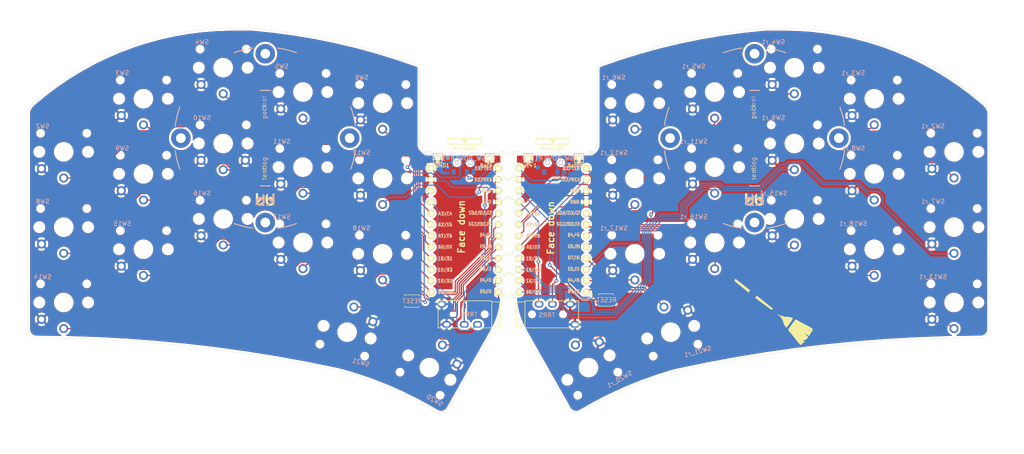
<source format=kicad_pcb>
(kicad_pcb (version 20171130) (host pcbnew "(5.1.4)-1")
  (layers (0 F.Cu signal) (31 B.Cu signal) (34 B.Paste user) (35 F.Paste user) (36 B.SilkS user) (37 F.SilkS user) (38 B.Mask user) (39 F.Mask user) (44 Edge.Cuts user))
  (net 0 "")
  (net 1 BT+)
  (net 2 gnd)
  (net 3 vcc)
  (net 4 Switch18)
  (net 5 reset)
  (net 6 Switch1)
  (net 7 Switch2)
  (net 8 Switch3)
  (net 9 Switch4)
  (net 10 Switch5)
  (net 11 Switch6)
  (net 12 Switch7)
  (net 13 Switch8)
  (net 14 Switch9)
  (net 15 Switch10)
  (net 16 Switch11)
  (net 17 Switch12)
  (net 18 Switch13)
  (net 19 Switch14)
  (net 20 Switch15)
  (net 21 Switch16)
  (net 22 Switch17)
  (net 23 "Net-(SW_POWER1-Pad1)")
  (net 24 raw)
  (net 25 BT+_r)
  (net 26 Switch18_r)
  (net 27 reset_r)
  (net 28 Switch9_r)
  (net 29 Switch10_r)
  (net 30 Switch11_r)
  (net 31 Switch12_r)
  (net 32 Switch13_r)
  (net 33 Switch14_r)
  (net 34 Switch15_r)
  (net 35 Switch16_r)
  (net 36 Switch17_r)
  (net 37 Switch1_r)
  (net 38 Switch2_r)
  (net 39 Switch3_r)
  (net 40 Switch4_r)
  (net 41 Switch5_r)
  (net 42 Switch6_r)
  (net 43 Switch7_r)
  (net 44 Switch8_r)
  (net 45 "Net-(SW_POWERR1-Pad1)")
  (module "" (layer F.Cu) (at 86.741 24.003)
    (fp_text reference "" (at 30.861 40.259) (layer F.SilkS) (effects (font (size 1.27 1.27))))
    (fp_text value "" (at 30.861 40.259) (layer F.SilkS) (effects (font (size 1.27 1.27))))
    (fp_text user A0/F7 (at 26.416 43.561 unlocked) (layer B.SilkS) (effects (font (size 0.75 0.67) (thickness 0.125)) (justify mirror)))
    (fp_text user D7/6 (at 35.56 45.974 unlocked) (layer B.SilkS) (effects (font (size 0.75 0.67) (thickness 0.125)) (justify mirror)))
    (fp_text user 10/B6 (at 26.416 53.721 unlocked) (layer B.SilkS) (effects (font (size 0.75 0.67) (thickness 0.125)) (justify mirror)))
    (fp_text user 15/B1 (at 26.416 46.228 unlocked) (layer B.SilkS) (effects (font (size 0.75 0.67) (thickness 0.125)) (justify mirror)))
    (fp_text user C6/5 (at 35.687 43.434 unlocked) (layer B.SilkS) (effects (font (size 0.75 0.67) (thickness 0.125)) (justify mirror)))
    (fp_text user A2/F5 (at 26.416 38.481 unlocked) (layer B.SilkS) (effects (font (size 0.75 0.67) (thickness 0.125)) (justify mirror)))
    (fp_text user GND (at 35.814 33.401 unlocked) (layer B.SilkS) (effects (font (size 0.75 0.67) (thickness 0.125)) (justify mirror)))
    (fp_text user D4/4 (at 35.56 40.767 unlocked) (layer B.SilkS) (effects (font (size 0.75 0.67) (thickness 0.125)) (justify mirror)))
    (fp_text user B5/9 (at 35.56 53.594 unlocked) (layer B.SilkS) (effects (font (size 0.75 0.67) (thickness 0.125)) (justify mirror)))
    (fp_text user A1/F6 (at 26.416 41.021 unlocked) (layer B.SilkS) (effects (font (size 0.75 0.67) (thickness 0.125)) (justify mirror)))
    (fp_text user 14/B3 (at 26.416 48.768 unlocked) (layer B.SilkS) (effects (font (size 0.75 0.67) (thickness 0.125)) (justify mirror)))
    (fp_text user A3/F4 (at 26.416 36.068 unlocked) (layer B.SilkS) (effects (font (size 0.75 0.67) (thickness 0.125)) (justify mirror)))
    (fp_text user E6/7 (at 35.56 48.514 unlocked) (layer B.SilkS) (effects (font (size 0.75 0.67) (thickness 0.125)) (justify mirror)))
    (fp_text user GND (at 35.814 30.861 unlocked) (layer B.SilkS) (effects (font (size 0.75 0.67) (thickness 0.125)) (justify mirror)))
    (fp_text user 16/B2 (at 26.416 51.181 unlocked) (layer B.SilkS) (effects (font (size 0.75 0.67) (thickness 0.125)) (justify mirror)))
    (fp_text user SCL/D0/3 (at 34.29 38.354 unlocked) (layer B.SilkS) (effects (font (size 0.75 0.67) (thickness 0.125)) (justify mirror)))
    (fp_text user SDA/D1/2 (at 34.417 35.814 unlocked) (layer B.SilkS) (effects (font (size 0.75 0.67) (thickness 0.125)) (justify mirror)))
    (fp_text user D3/TX0 (at 35.052 25.781 unlocked) (layer B.SilkS) (effects (font (size 0.75 0.67) (thickness 0.125)) (justify mirror)))
    (fp_text user D2/RX1 (at 35.052 28.321 unlocked) (layer B.SilkS) (effects (font (size 0.75 0.67) (thickness 0.125)) (justify mirror)))
    (fp_text user B4/8 (at 35.56 51.054 unlocked) (layer B.SilkS) (effects (font (size 0.75 0.67) (thickness 0.125)) (justify mirror)))
  )
  (module "" (layer B.Cu) (at 35.941 45.339)
    (fp_text reference "" (at 106.807 -33.274) (layer B.SilkS) (effects (font (size 1.27 1.27)) (justify mirror)))
    (fp_text value "" (at 106.807 -33.274) (layer B.SilkS) (effects (font (size 1.27 1.27)) (justify mirror)))
    (fp_text user GND (at 106.553 12.065 unlocked) (layer B.SilkS) (effects (font (size 0.75 0.67) (thickness 0.125)) (justify mirror)))
    (fp_text user C6/5 (at 106.426 22.098 unlocked) (layer B.SilkS) (effects (font (size 0.75 0.67) (thickness 0.125)) (justify mirror)))
    (fp_text user 16/B2 (at 97.155 29.845 unlocked) (layer B.SilkS) (effects (font (size 0.75 0.67) (thickness 0.125)) (justify mirror)))
    (fp_text user 14/B3 (at 97.155 27.432 unlocked) (layer B.SilkS) (effects (font (size 0.75 0.67) (thickness 0.125)) (justify mirror)))
    (fp_text user SCL/D0/3 (at 105.029 17.018 unlocked) (layer B.SilkS) (effects (font (size 0.75 0.67) (thickness 0.125)) (justify mirror)))
    (fp_text user SDA/D1/2 (at 105.156 14.478 unlocked) (layer B.SilkS) (effects (font (size 0.75 0.67) (thickness 0.125)) (justify mirror)))
    (fp_text user A0/F7 (at 97.155 22.225 unlocked) (layer B.SilkS) (effects (font (size 0.75 0.67) (thickness 0.125)) (justify mirror)))
    (fp_text user 10/B6 (at 97.155 32.385 unlocked) (layer B.SilkS) (effects (font (size 0.75 0.67) (thickness 0.125)) (justify mirror)))
    (fp_text user B4/8 (at 106.299 29.718 unlocked) (layer B.SilkS) (effects (font (size 0.75 0.67) (thickness 0.125)) (justify mirror)))
    (fp_text user A1/F6 (at 97.155 19.685 unlocked) (layer B.SilkS) (effects (font (size 0.75 0.67) (thickness 0.125)) (justify mirror)))
    (fp_text user B5/9 (at 106.299 32.258 unlocked) (layer B.SilkS) (effects (font (size 0.75 0.67) (thickness 0.125)) (justify mirror)))
    (fp_text user D4/4 (at 106.299 19.431 unlocked) (layer B.SilkS) (effects (font (size 0.75 0.67) (thickness 0.125)) (justify mirror)))
    (fp_text user D7/6 (at 106.299 24.638 unlocked) (layer B.SilkS) (effects (font (size 0.75 0.67) (thickness 0.125)) (justify mirror)))
    (fp_text user E6/7 (at 106.299 27.178 unlocked) (layer B.SilkS) (effects (font (size 0.75 0.67) (thickness 0.125)) (justify mirror)))
    (fp_text user D2/RX1 (at 105.791 6.985 unlocked) (layer B.SilkS) (effects (font (size 0.75 0.67) (thickness 0.125)) (justify mirror)))
    (fp_text user GND (at 106.553 9.525 unlocked) (layer B.SilkS) (effects (font (size 0.75 0.67) (thickness 0.125)) (justify mirror)))
    (fp_text user 15/B1 (at 97.155 24.892 unlocked) (layer B.SilkS) (effects (font (size 0.75 0.67) (thickness 0.125)) (justify mirror)))
    (fp_text user A2/F5 (at 97.155 17.145 unlocked) (layer B.SilkS) (effects (font (size 0.75 0.67) (thickness 0.125)) (justify mirror)))
    (fp_text user D3/TX0 (at 105.791 4.445 unlocked) (layer B.SilkS) (effects (font (size 0.75 0.67) (thickness 0.125)) (justify mirror)))
    (fp_text user A3/F4 (at 97.155 14.732 unlocked) (layer B.SilkS) (effects (font (size 0.75 0.67) (thickness 0.125)) (justify mirror)))
  )
  (module Duckyb-Parts:mouse-bite-5mm-slot-with-space-for-track (layer F.Cu) (at 127.508 71.374)
    (fp_text reference mouse-bite-2mm-slot hide)
    (fp_text value VAL** hide)
    (pad "" np_thru_hole circle (at 1.016 0) (size 0.5 0.5) (drill 0.5) (layers *.Cu *.Mask))
    (pad "" np_thru_hole circle (at -1.016 0) (size 0.5 0.5) (drill 0.5) (layers *.Cu *.Mask))
    (pad "" np_thru_hole circle (at 1.016 2.032) (size 0.5 0.5) (drill 0.5) (layers *.Cu *.Mask))
    (pad "" np_thru_hole circle (at -1.016 2.032) (size 0.5 0.5) (drill 0.5) (layers *.Cu *.Mask))
    (pad "" np_thru_hole circle (at 1.016 -2.032) (size 0.5 0.5) (drill 0.5) (layers *.Cu *.Mask))
    (pad "" np_thru_hole circle (at -1.016 -2.032) (size 0.5 0.5) (drill 0.5) (layers *.Cu *.Mask))
    (pad "" np_thru_hole circle (at 1.016 -1.016) (size 0.5 0.5) (drill 0.5) (layers *.Cu *.Mask))
    (pad "" np_thru_hole circle (at 1.016 1.016) (size 0.5 0.5) (drill 0.5) (layers *.Cu *.Mask))
    (pad "" np_thru_hole circle (at -1.016 1.016) (size 0.5 0.5) (drill 0.5) (layers *.Cu *.Mask))
    (pad "" np_thru_hole circle (at -1.016 -1.016) (size 0.5 0.5) (drill 0.5) (layers *.Cu *.Mask))
  )
  (module Duckyb-Parts:mouse-bite-5mm-slot-with-space-for-track (layer F.Cu) (at 127.508 54.229)
    (fp_text reference mouse-bite-2mm-slot hide)
    (fp_text value VAL** hide)
    (pad "" np_thru_hole circle (at 1.016 0) (size 0.5 0.5) (drill 0.5) (layers *.Cu *.Mask))
    (pad "" np_thru_hole circle (at -1.016 0) (size 0.5 0.5) (drill 0.5) (layers *.Cu *.Mask))
    (pad "" np_thru_hole circle (at 1.016 2.032) (size 0.5 0.5) (drill 0.5) (layers *.Cu *.Mask))
    (pad "" np_thru_hole circle (at -1.016 2.032) (size 0.5 0.5) (drill 0.5) (layers *.Cu *.Mask))
    (pad "" np_thru_hole circle (at 1.016 -2.032) (size 0.5 0.5) (drill 0.5) (layers *.Cu *.Mask))
    (pad "" np_thru_hole circle (at -1.016 -2.032) (size 0.5 0.5) (drill 0.5) (layers *.Cu *.Mask))
    (pad "" np_thru_hole circle (at 1.016 -1.016) (size 0.5 0.5) (drill 0.5) (layers *.Cu *.Mask))
    (pad "" np_thru_hole circle (at 1.016 1.016) (size 0.5 0.5) (drill 0.5) (layers *.Cu *.Mask))
    (pad "" np_thru_hole circle (at -1.016 1.016) (size 0.5 0.5) (drill 0.5) (layers *.Cu *.Mask))
    (pad "" np_thru_hole circle (at -1.016 -1.016) (size 0.5 0.5) (drill 0.5) (layers *.Cu *.Mask))
  )
  (module kbd:ProMicro_v3 (layer F.Cu) (at 137.441 64.262)
    (fp_text reference U2 hide)
    (fp_text value ProMicro-kbd hide)
    (fp_text user "" (at -1.2065 -16.256) (layer B.SilkS) (effects (justify mirror)))
    (fp_text user "" (at -0.5 -17.25) (layer F.SilkS))
    (fp_text user A3/F4 (at -4.395 -4.25 unlocked) (layer F.SilkS) (effects (font (size 0.75 0.67) (thickness 0.125))))
    (fp_text user A2/F5 (at -4.395 -1.75 unlocked) (layer F.SilkS) (effects (font (size 0.75 0.67) (thickness 0.125))))
    (fp_text user A1/F6 (at -4.395 0.75 unlocked) (layer F.SilkS) (effects (font (size 0.75 0.67) (thickness 0.125))))
    (fp_text user A0/F7 (at -4.395 3.3 unlocked) (layer F.SilkS) (effects (font (size 0.75 0.67) (thickness 0.125))))
    (fp_text user 15/B1 (at -4.395 5.85 unlocked) (layer F.SilkS) (effects (font (size 0.75 0.67) (thickness 0.125))))
    (fp_text user 14/B3 (at -4.395 8.4 unlocked) (layer F.SilkS) (effects (font (size 0.75 0.67) (thickness 0.125))))
    (fp_text user 10/B6 (at -4.395 13.45 unlocked) (layer F.SilkS) (effects (font (size 0.75 0.67) (thickness 0.125))))
    (fp_text user 16/B2 (at -4.395 10.95 unlocked) (layer F.SilkS) (effects (font (size 0.75 0.67) (thickness 0.125))))
    (fp_text user E6/7 (at 4.705 8.25 unlocked) (layer F.SilkS) (effects (font (size 0.75 0.67) (thickness 0.125))))
    (fp_text user D7/6 (at 4.705 5.7 unlocked) (layer F.SilkS) (effects (font (size 0.75 0.67) (thickness 0.125))))
    (fp_text user GND (at 4.955 -9.35 unlocked) (layer F.SilkS) (effects (font (size 0.75 0.67) (thickness 0.125))))
    (fp_text user GND (at 4.955 -6.9 unlocked) (layer F.SilkS) (effects (font (size 0.75 0.67) (thickness 0.125))))
    (fp_text user D3/TX0 (at 4.155 -14.45 unlocked) (layer F.SilkS) (effects (font (size 0.75 0.67) (thickness 0.125))))
    (fp_text user D4/4 (at 4.705 0.6 unlocked) (layer F.SilkS) (effects (font (size 0.75 0.67) (thickness 0.125))))
    (fp_text user SDA/D1/2 (at 3.455 -4.4 unlocked) (layer F.SilkS) (effects (font (size 0.75 0.67) (thickness 0.125))))
    (fp_text user SCL/D0/3 (at 3.455 -1.9 unlocked) (layer F.SilkS) (effects (font (size 0.75 0.67) (thickness 0.125))))
    (fp_text user C6/5 (at 4.705 3.15 unlocked) (layer F.SilkS) (effects (font (size 0.75 0.67) (thickness 0.125))))
    (fp_text user B5/9 (at 4.705 13.3 unlocked) (layer F.SilkS) (effects (font (size 0.75 0.67) (thickness 0.125))))
    (fp_text user D2/RX1 (at 4.155 -11.9 unlocked) (layer F.SilkS) (effects (font (size 0.75 0.67) (thickness 0.125))))
    (fp_text user B4/8 (at 4.705 10.8 unlocked) (layer F.SilkS) (effects (font (size 0.75 0.67) (thickness 0.125))))
    (fp_text user MicroUSB (at -0.05 -18.95) (layer F.SilkS) (effects (font (size 0.75 0.75) (thickness 0.12))))
    (pad 24 thru_hole circle (at -7.6086 -14.478) (size 1.524 1.524) (drill 0.8128) (layers *.Cu F.SilkS B.Mask) (net 24 raw))
    (pad 23 thru_hole circle (at -7.6086 -11.938) (size 1.524 1.524) (drill 0.8128) (layers *.Cu F.SilkS B.Mask) (net 2 gnd))
    (pad 22 thru_hole circle (at -7.6086 -9.398) (size 1.524 1.524) (drill 0.8128) (layers *.Cu F.SilkS B.Mask) (net 27 reset_r))
    (pad 21 thru_hole circle (at -7.6086 -6.858) (size 1.524 1.524) (drill 0.8128) (layers *.Cu F.SilkS B.Mask) (net 3 vcc))
    (pad 20 thru_hole circle (at -7.6086 -4.318) (size 1.524 1.524) (drill 0.8128) (layers *.Cu F.SilkS B.Mask) (net 41 Switch5_r))
    (pad 19 thru_hole circle (at -7.6086 -1.778) (size 1.524 1.524) (drill 0.8128) (layers *.Cu F.SilkS B.Mask) (net 40 Switch4_r))
    (pad 18 thru_hole circle (at -7.6086 0.762) (size 1.524 1.524) (drill 0.8128) (layers *.Cu F.SilkS B.Mask) (net 39 Switch3_r))
    (pad 17 thru_hole circle (at -7.6086 3.302) (size 1.524 1.524) (drill 0.8128) (layers *.Cu F.SilkS B.Mask) (net 38 Switch2_r))
    (pad 16 thru_hole circle (at -7.6086 5.842) (size 1.524 1.524) (drill 0.8128) (layers *.Cu F.SilkS B.Mask) (net 42 Switch6_r))
    (pad 15 thru_hole circle (at -7.6086 8.382) (size 1.524 1.524) (drill 0.8128) (layers *.Cu F.SilkS B.Mask) (net 43 Switch7_r))
    (pad 14 thru_hole circle (at -7.6086 10.922) (size 1.524 1.524) (drill 0.8128) (layers *.Cu F.SilkS B.Mask) (net 44 Switch8_r))
    (pad 13 thru_hole circle (at -7.6086 13.462) (size 1.524 1.524) (drill 0.8128) (layers *.Cu F.SilkS B.Mask) (net 28 Switch9_r))
    (pad 12 thru_hole circle (at 7.6114 13.462) (size 1.524 1.524) (drill 0.8128) (layers *.Cu F.SilkS B.Mask) (net 36 Switch17_r))
    (pad 11 thru_hole circle (at 7.6114 10.922) (size 1.524 1.524) (drill 0.8128) (layers *.Cu F.SilkS B.Mask) (net 35 Switch16_r))
    (pad 10 thru_hole circle (at 7.6114 8.382) (size 1.524 1.524) (drill 0.8128) (layers *.Cu F.SilkS B.Mask) (net 37 Switch1_r))
    (pad 9 thru_hole circle (at 7.6114 5.842) (size 1.524 1.524) (drill 0.8128) (layers *.Cu F.SilkS B.Mask) (net 34 Switch15_r))
    (pad 8 thru_hole circle (at 7.6114 3.302) (size 1.524 1.524) (drill 0.8128) (layers *.Cu F.SilkS B.Mask) (net 33 Switch14_r))
    (pad 7 thru_hole circle (at 7.6114 0.762) (size 1.524 1.524) (drill 0.8128) (layers *.Cu F.SilkS B.Mask) (net 32 Switch13_r))
    (pad 6 thru_hole circle (at 7.6114 -1.778) (size 1.524 1.524) (drill 0.8128) (layers *.Cu F.SilkS B.Mask) (net 31 Switch12_r))
    (pad 5 thru_hole circle (at 7.6114 -4.318) (size 1.524 1.524) (drill 0.8128) (layers *.Cu F.SilkS B.Mask) (net 30 Switch11_r))
    (pad 4 thru_hole circle (at 7.6114 -6.858) (size 1.524 1.524) (drill 0.8128) (layers *.Cu F.SilkS B.Mask) (net 2 gnd))
    (pad 3 thru_hole circle (at 7.6114 -9.398) (size 1.524 1.524) (drill 0.8128) (layers *.Cu F.SilkS B.Mask) (net 2 gnd))
    (pad 2 thru_hole circle (at 7.6114 -11.938) (size 1.524 1.524) (drill 0.8128) (layers *.Cu F.SilkS B.Mask) (net 26 Switch18_r))
    (pad 1 thru_hole circle (at 7.6114 -14.478) (size 1.524 1.524) (drill 0.8128) (layers *.Cu F.SilkS B.Mask) (net 29 Switch10_r))
  )
  (module kbd:ProMicro_v3 (layer F.Cu) (at 117.602 64.262)
    (fp_text reference U1 hide)
    (fp_text value ProMicro-kbd hide)
    (fp_text user "" (at -1.2065 -16.256) (layer B.SilkS) (effects (justify mirror)))
    (fp_text user "" (at -0.5 -17.25) (layer F.SilkS))
    (fp_text user A3/F4 (at -4.395 -4.25 unlocked) (layer F.SilkS) (effects (font (size 0.75 0.67) (thickness 0.125))))
    (fp_text user A2/F5 (at -4.395 -1.75 unlocked) (layer F.SilkS) (effects (font (size 0.75 0.67) (thickness 0.125))))
    (fp_text user A1/F6 (at -4.395 0.75 unlocked) (layer F.SilkS) (effects (font (size 0.75 0.67) (thickness 0.125))))
    (fp_text user A0/F7 (at -4.395 3.3 unlocked) (layer F.SilkS) (effects (font (size 0.75 0.67) (thickness 0.125))))
    (fp_text user 15/B1 (at -4.395 5.85 unlocked) (layer F.SilkS) (effects (font (size 0.75 0.67) (thickness 0.125))))
    (fp_text user 14/B3 (at -4.395 8.4 unlocked) (layer F.SilkS) (effects (font (size 0.75 0.67) (thickness 0.125))))
    (fp_text user 10/B6 (at -4.395 13.45 unlocked) (layer F.SilkS) (effects (font (size 0.75 0.67) (thickness 0.125))))
    (fp_text user 16/B2 (at -4.395 10.95 unlocked) (layer F.SilkS) (effects (font (size 0.75 0.67) (thickness 0.125))))
    (fp_text user E6/7 (at 4.705 8.25 unlocked) (layer F.SilkS) (effects (font (size 0.75 0.67) (thickness 0.125))))
    (fp_text user D7/6 (at 4.705 5.7 unlocked) (layer F.SilkS) (effects (font (size 0.75 0.67) (thickness 0.125))))
    (fp_text user GND (at 4.955 -9.35 unlocked) (layer F.SilkS) (effects (font (size 0.75 0.67) (thickness 0.125))))
    (fp_text user GND (at 4.955 -6.9 unlocked) (layer F.SilkS) (effects (font (size 0.75 0.67) (thickness 0.125))))
    (fp_text user D3/TX0 (at 4.155 -14.45 unlocked) (layer F.SilkS) (effects (font (size 0.75 0.67) (thickness 0.125))))
    (fp_text user D4/4 (at 4.705 0.6 unlocked) (layer F.SilkS) (effects (font (size 0.75 0.67) (thickness 0.125))))
    (fp_text user SDA/D1/2 (at 3.455 -4.4 unlocked) (layer F.SilkS) (effects (font (size 0.75 0.67) (thickness 0.125))))
    (fp_text user SCL/D0/3 (at 3.455 -1.9 unlocked) (layer F.SilkS) (effects (font (size 0.75 0.67) (thickness 0.125))))
    (fp_text user C6/5 (at 4.705 3.15 unlocked) (layer F.SilkS) (effects (font (size 0.75 0.67) (thickness 0.125))))
    (fp_text user B5/9 (at 4.705 13.3 unlocked) (layer F.SilkS) (effects (font (size 0.75 0.67) (thickness 0.125))))
    (fp_text user D2/RX1 (at 4.155 -11.9 unlocked) (layer F.SilkS) (effects (font (size 0.75 0.67) (thickness 0.125))))
    (fp_text user B4/8 (at 4.705 10.8 unlocked) (layer F.SilkS) (effects (font (size 0.75 0.67) (thickness 0.125))))
    (fp_text user MicroUSB (at -0.05 -18.95) (layer F.SilkS) (effects (font (size 0.75 0.75) (thickness 0.12))))
    (pad 24 thru_hole circle (at -7.6086 -14.478) (size 1.524 1.524) (drill 0.8128) (layers *.Cu F.SilkS B.Mask) (net 24 raw))
    (pad 23 thru_hole circle (at -7.6086 -11.938) (size 1.524 1.524) (drill 0.8128) (layers *.Cu F.SilkS B.Mask) (net 2 gnd))
    (pad 22 thru_hole circle (at -7.6086 -9.398) (size 1.524 1.524) (drill 0.8128) (layers *.Cu F.SilkS B.Mask) (net 5 reset))
    (pad 21 thru_hole circle (at -7.6086 -6.858) (size 1.524 1.524) (drill 0.8128) (layers *.Cu F.SilkS B.Mask) (net 3 vcc))
    (pad 20 thru_hole circle (at -7.6086 -4.318) (size 1.524 1.524) (drill 0.8128) (layers *.Cu F.SilkS B.Mask) (net 10 Switch5))
    (pad 19 thru_hole circle (at -7.6086 -1.778) (size 1.524 1.524) (drill 0.8128) (layers *.Cu F.SilkS B.Mask) (net 9 Switch4))
    (pad 18 thru_hole circle (at -7.6086 0.762) (size 1.524 1.524) (drill 0.8128) (layers *.Cu F.SilkS B.Mask) (net 8 Switch3))
    (pad 17 thru_hole circle (at -7.6086 3.302) (size 1.524 1.524) (drill 0.8128) (layers *.Cu F.SilkS B.Mask) (net 7 Switch2))
    (pad 16 thru_hole circle (at -7.6086 5.842) (size 1.524 1.524) (drill 0.8128) (layers *.Cu F.SilkS B.Mask) (net 11 Switch6))
    (pad 15 thru_hole circle (at -7.6086 8.382) (size 1.524 1.524) (drill 0.8128) (layers *.Cu F.SilkS B.Mask) (net 12 Switch7))
    (pad 14 thru_hole circle (at -7.6086 10.922) (size 1.524 1.524) (drill 0.8128) (layers *.Cu F.SilkS B.Mask) (net 13 Switch8))
    (pad 13 thru_hole circle (at -7.6086 13.462) (size 1.524 1.524) (drill 0.8128) (layers *.Cu F.SilkS B.Mask) (net 14 Switch9))
    (pad 12 thru_hole circle (at 7.6114 13.462) (size 1.524 1.524) (drill 0.8128) (layers *.Cu F.SilkS B.Mask) (net 22 Switch17))
    (pad 11 thru_hole circle (at 7.6114 10.922) (size 1.524 1.524) (drill 0.8128) (layers *.Cu F.SilkS B.Mask) (net 21 Switch16))
    (pad 10 thru_hole circle (at 7.6114 8.382) (size 1.524 1.524) (drill 0.8128) (layers *.Cu F.SilkS B.Mask) (net 6 Switch1))
    (pad 9 thru_hole circle (at 7.6114 5.842) (size 1.524 1.524) (drill 0.8128) (layers *.Cu F.SilkS B.Mask) (net 20 Switch15))
    (pad 8 thru_hole circle (at 7.6114 3.302) (size 1.524 1.524) (drill 0.8128) (layers *.Cu F.SilkS B.Mask) (net 19 Switch14))
    (pad 7 thru_hole circle (at 7.6114 0.762) (size 1.524 1.524) (drill 0.8128) (layers *.Cu F.SilkS B.Mask) (net 18 Switch13))
    (pad 6 thru_hole circle (at 7.6114 -1.778) (size 1.524 1.524) (drill 0.8128) (layers *.Cu F.SilkS B.Mask) (net 17 Switch12))
    (pad 5 thru_hole circle (at 7.6114 -4.318) (size 1.524 1.524) (drill 0.8128) (layers *.Cu F.SilkS B.Mask) (net 16 Switch11))
    (pad 4 thru_hole circle (at 7.6114 -6.858) (size 1.524 1.524) (drill 0.8128) (layers *.Cu F.SilkS B.Mask) (net 2 gnd))
    (pad 3 thru_hole circle (at 7.6114 -9.398) (size 1.524 1.524) (drill 0.8128) (layers *.Cu F.SilkS B.Mask) (net 2 gnd))
    (pad 2 thru_hole circle (at 7.6114 -11.938) (size 1.524 1.524) (drill 0.8128) (layers *.Cu F.SilkS B.Mask) (net 4 Switch18))
    (pad 1 thru_hole circle (at 7.6114 -14.478) (size 1.524 1.524) (drill 0.8128) (layers *.Cu F.SilkS B.Mask) (net 15 Switch10))
  )
  (module Kailh:TRRS-PJ-320A (layer F.Cu) (at 131.191 82.75 90)
    (fp_text reference J1)
    (fp_text value AudioJack4dpb hide)
    (fp_text user TRRS (at -0.181 4.953 180) (layer B.SilkS) (effects (justify mirror)))
    (pad R1 thru_hole oval (at 2.3 6.2 90) (size 1.6 2) (drill oval 0.9 1.3) (layers *.Cu *.Mask) (net 26 Switch18_r))
    (pad "" np_thru_hole circle (at 0 1.6 90) (size 0.8 0.8) (drill 0.8) (layers *.Cu *.Mask))
    (pad "" np_thru_hole circle (at 0 8.6 90) (size 0.8 0.8) (drill 0.8) (layers *.Cu *.Mask))
    (pad R2 thru_hole oval (at 2.3 3.2 90) (size 1.6 2) (drill oval 0.9 1.3) (layers *.Cu *.Mask) (net 3 vcc))
    (pad T thru_hole oval (at 2.3 10.2 90) (size 1.6 2) (drill oval 0.9 1.3) (layers *.Cu *.Mask) (net 2 gnd))
    (pad S thru_hole oval (at -2.3 11.3 90) (size 1.6 2) (drill oval 0.9 1.3) (layers *.Cu *.Mask) (net 2 gnd))
  )
  (module Kailh:TRRS-PJ-320A (layer F.Cu) (at 123.698 82.75 270)
    (fp_text reference J2)
    (fp_text value AudioJack4dpb hide)
    (fp_text user TRRS (at 0.054 5.08 180) (layer B.SilkS) (effects (justify mirror)))
    (pad S thru_hole oval (at -2.3 11.3 270) (size 1.6 2) (drill oval 0.9 1.3) (layers *.Cu *.Mask) (net 2 gnd))
    (pad T thru_hole oval (at 2.3 10.2 270) (size 1.6 2) (drill oval 0.9 1.3) (layers *.Cu *.Mask) (net 2 gnd))
    (pad R2 thru_hole oval (at 2.3 3.2 270) (size 1.6 2) (drill oval 0.9 1.3) (layers *.Cu *.Mask) (net 3 vcc))
    (pad "" np_thru_hole circle (at 0 8.6 270) (size 0.8 0.8) (drill 0.8) (layers *.Cu *.Mask))
    (pad "" np_thru_hole circle (at 0 1.6 270) (size 0.8 0.8) (drill 0.8) (layers *.Cu *.Mask))
    (pad R1 thru_hole oval (at 2.3 6.2 270) (size 1.6 2) (drill oval 0.9 1.3) (layers *.Cu *.Mask) (net 4 Switch18))
  )
  (module Kailh:SPDT_C128955 (layer B.Cu) (at 117.348 48.514 180)
    (fp_text reference SW_POWERR1 (at 0 1) (layer B.SilkS) (effects (justify mirror)))
    (fp_text value SW_SPDT)
    (pad 0 smd rect (at -3.7 1.1 180) (size 0.9 0.9) (layers B.Cu B.Paste B.Mask))
    (pad 0 smd rect (at -3.7 -1.1 180) (size 0.9 0.9) (layers B.Cu B.Paste B.Mask))
    (pad 0 smd rect (at 3.7 -1.1 180) (size 0.9 0.9) (layers B.Cu B.Paste B.Mask))
    (pad 0 smd rect (at 3.7 1.1 180) (size 0.9 0.9) (layers B.Cu B.Paste B.Mask))
    (pad 1 smd rect (at 2.25 -2.075 180) (size 0.9 1.25) (layers B.Cu B.Paste B.Mask) (net 45 "Net-(SW_POWERR1-Pad1)"))
    (pad 3 smd rect (at -2.25 -2.075 180) (size 0.9 1.25) (layers B.Cu B.Paste B.Mask) (net 24 raw))
    (pad 2 smd rect (at -0.75 -2.075 180) (size 0.9 1.25) (layers B.Cu B.Paste B.Mask) (net 25 BT+_r))
    (pad "" np_thru_hole circle (at -1.5 0 180) (size 1 1) (drill 0.9) (layers *.Cu *.Mask))
    (pad "" np_thru_hole circle (at 1.5 0 180) (size 1 1) (drill 0.9) (layers *.Cu *.Mask))
  )
  (module Kailh:SPDT_C128955 (layer B.Cu) (at 137.795 48.514 180)
    (fp_text reference SW_POWER1 (at 0 1) (layer B.SilkS) (effects (justify mirror)))
    (fp_text value SW_SPDT)
    (pad 0 smd rect (at -3.7 1.1 180) (size 0.9 0.9) (layers B.Cu B.Paste B.Mask))
    (pad 0 smd rect (at -3.7 -1.1 180) (size 0.9 0.9) (layers B.Cu B.Paste B.Mask))
    (pad 0 smd rect (at 3.7 -1.1 180) (size 0.9 0.9) (layers B.Cu B.Paste B.Mask))
    (pad 0 smd rect (at 3.7 1.1 180) (size 0.9 0.9) (layers B.Cu B.Paste B.Mask))
    (pad 1 smd rect (at 2.25 -2.075 180) (size 0.9 1.25) (layers B.Cu B.Paste B.Mask) (net 23 "Net-(SW_POWER1-Pad1)"))
    (pad 3 smd rect (at -2.25 -2.075 180) (size 0.9 1.25) (layers B.Cu B.Paste B.Mask) (net 24 raw))
    (pad 2 smd rect (at -0.75 -2.075 180) (size 0.9 1.25) (layers B.Cu B.Paste B.Mask) (net 1 BT+))
    (pad "" np_thru_hole circle (at -1.5 0 180) (size 1 1) (drill 0.9) (layers *.Cu *.Mask))
    (pad "" np_thru_hole circle (at 1.5 0 180) (size 1 1) (drill 0.9) (layers *.Cu *.Mask))
  )
  (module Kailh:SW_PG1350_nonrev_DPB (layer F.Cu) (at 27.08 46.08)
    (fp_text reference SW2 hide)
    (fp_text value SW_Push hide)
    (fp_text user %R (at -4.76 -5.8) (layer B.SilkS) (effects (justify mirror)))
    (pad "" np_thru_hole circle (at -5.22 -4.2) (size 0.9906 0.9906) (drill 0.9906) (layers *.Cu *.Mask))
    (pad "" np_thru_hole circle (at 0 0) (size 3.429 3.429) (drill 3.429) (layers *.Cu *.Mask))
    (pad 2 thru_hole circle (at -5 3.8) (size 2.032 2.032) (drill 1.27) (layers *.Cu *.Mask) (net 2 gnd))
    (pad 1 thru_hole circle (at 0 5.9) (size 2.032 2.032) (drill 1.27) (layers *.Cu *.Mask) (net 6 Switch1))
    (pad "" np_thru_hole circle (at 5.22 -4.2) (size 0.9906 0.9906) (drill 0.9906) (layers *.Cu *.Mask))
    (pad "" np_thru_hole circle (at 5.5 0) (size 1.7018 1.7018) (drill 1.7018) (layers *.Cu *.Mask))
    (pad "" np_thru_hole circle (at -5.5 0) (size 1.7018 1.7018) (drill 1.7018) (layers *.Cu *.Mask))
  )
  (module Kailh:SW_PG1350_nonrev_DPB (layer F.Cu) (at 45.08 34.08)
    (fp_text reference SW3 hide)
    (fp_text value SW_Push hide)
    (fp_text user %R (at -4.76 -5.8) (layer B.SilkS) (effects (justify mirror)))
    (pad "" np_thru_hole circle (at -5.22 -4.2) (size 0.9906 0.9906) (drill 0.9906) (layers *.Cu *.Mask))
    (pad "" np_thru_hole circle (at 0 0) (size 3.429 3.429) (drill 3.429) (layers *.Cu *.Mask))
    (pad 2 thru_hole circle (at -5 3.8) (size 2.032 2.032) (drill 1.27) (layers *.Cu *.Mask) (net 2 gnd))
    (pad 1 thru_hole circle (at 0 5.9) (size 2.032 2.032) (drill 1.27) (layers *.Cu *.Mask) (net 7 Switch2))
    (pad "" np_thru_hole circle (at 5.22 -4.2) (size 0.9906 0.9906) (drill 0.9906) (layers *.Cu *.Mask))
    (pad "" np_thru_hole circle (at 5.5 0) (size 1.7018 1.7018) (drill 1.7018) (layers *.Cu *.Mask))
    (pad "" np_thru_hole circle (at -5.5 0) (size 1.7018 1.7018) (drill 1.7018) (layers *.Cu *.Mask))
  )
  (module Kailh:SW_PG1350_nonrev_DPB (layer F.Cu) (at 63.08 27.08)
    (fp_text reference SW4 hide)
    (fp_text value SW_Push hide)
    (fp_text user %R (at -4.76 -5.8) (layer B.SilkS) (effects (justify mirror)))
    (pad "" np_thru_hole circle (at -5.22 -4.2) (size 0.9906 0.9906) (drill 0.9906) (layers *.Cu *.Mask))
    (pad "" np_thru_hole circle (at 0 0) (size 3.429 3.429) (drill 3.429) (layers *.Cu *.Mask))
    (pad 2 thru_hole circle (at -5 3.8) (size 2.032 2.032) (drill 1.27) (layers *.Cu *.Mask) (net 2 gnd))
    (pad 1 thru_hole circle (at 0 5.9) (size 2.032 2.032) (drill 1.27) (layers *.Cu *.Mask) (net 8 Switch3))
    (pad "" np_thru_hole circle (at 5.22 -4.2) (size 0.9906 0.9906) (drill 0.9906) (layers *.Cu *.Mask))
    (pad "" np_thru_hole circle (at 5.5 0) (size 1.7018 1.7018) (drill 1.7018) (layers *.Cu *.Mask))
    (pad "" np_thru_hole circle (at -5.5 0) (size 1.7018 1.7018) (drill 1.7018) (layers *.Cu *.Mask))
  )
  (module Kailh:SW_PG1350_nonrev_DPB (layer F.Cu) (at 81.08 32.58)
    (fp_text reference SW5 hide)
    (fp_text value SW_Push hide)
    (fp_text user %R (at -4.76 -5.8) (layer B.SilkS) (effects (justify mirror)))
    (pad "" np_thru_hole circle (at -5.22 -4.2) (size 0.9906 0.9906) (drill 0.9906) (layers *.Cu *.Mask))
    (pad "" np_thru_hole circle (at 0 0) (size 3.429 3.429) (drill 3.429) (layers *.Cu *.Mask))
    (pad 2 thru_hole circle (at -5 3.8) (size 2.032 2.032) (drill 1.27) (layers *.Cu *.Mask) (net 2 gnd))
    (pad 1 thru_hole circle (at 0 5.9) (size 2.032 2.032) (drill 1.27) (layers *.Cu *.Mask) (net 9 Switch4))
    (pad "" np_thru_hole circle (at 5.22 -4.2) (size 0.9906 0.9906) (drill 0.9906) (layers *.Cu *.Mask))
    (pad "" np_thru_hole circle (at 5.5 0) (size 1.7018 1.7018) (drill 1.7018) (layers *.Cu *.Mask))
    (pad "" np_thru_hole circle (at -5.5 0) (size 1.7018 1.7018) (drill 1.7018) (layers *.Cu *.Mask))
  )
  (module Kailh:SW_PG1350_nonrev_DPB (layer F.Cu) (at 99.08 35.08)
    (fp_text reference SW6 hide)
    (fp_text value SW_Push hide)
    (fp_text user %R (at -4.76 -5.8) (layer B.SilkS) (effects (justify mirror)))
    (pad "" np_thru_hole circle (at -5.22 -4.2) (size 0.9906 0.9906) (drill 0.9906) (layers *.Cu *.Mask))
    (pad "" np_thru_hole circle (at 0 0) (size 3.429 3.429) (drill 3.429) (layers *.Cu *.Mask))
    (pad 2 thru_hole circle (at -5 3.8) (size 2.032 2.032) (drill 1.27) (layers *.Cu *.Mask) (net 2 gnd))
    (pad 1 thru_hole circle (at 0 5.9) (size 2.032 2.032) (drill 1.27) (layers *.Cu *.Mask) (net 10 Switch5))
    (pad "" np_thru_hole circle (at 5.22 -4.2) (size 0.9906 0.9906) (drill 0.9906) (layers *.Cu *.Mask))
    (pad "" np_thru_hole circle (at 5.5 0) (size 1.7018 1.7018) (drill 1.7018) (layers *.Cu *.Mask))
    (pad "" np_thru_hole circle (at -5.5 0) (size 1.7018 1.7018) (drill 1.7018) (layers *.Cu *.Mask))
  )
  (module Kailh:SW_PG1350_nonrev_DPB (layer F.Cu) (at 27.08 63.08)
    (fp_text reference SW8 hide)
    (fp_text value SW_Push hide)
    (fp_text user %R (at -4.76 -5.8) (layer B.SilkS) (effects (justify mirror)))
    (pad "" np_thru_hole circle (at -5.22 -4.2) (size 0.9906 0.9906) (drill 0.9906) (layers *.Cu *.Mask))
    (pad "" np_thru_hole circle (at 0 0) (size 3.429 3.429) (drill 3.429) (layers *.Cu *.Mask))
    (pad 2 thru_hole circle (at -5 3.8) (size 2.032 2.032) (drill 1.27) (layers *.Cu *.Mask) (net 2 gnd))
    (pad 1 thru_hole circle (at 0 5.9) (size 2.032 2.032) (drill 1.27) (layers *.Cu *.Mask) (net 11 Switch6))
    (pad "" np_thru_hole circle (at 5.22 -4.2) (size 0.9906 0.9906) (drill 0.9906) (layers *.Cu *.Mask))
    (pad "" np_thru_hole circle (at 5.5 0) (size 1.7018 1.7018) (drill 1.7018) (layers *.Cu *.Mask))
    (pad "" np_thru_hole circle (at -5.5 0) (size 1.7018 1.7018) (drill 1.7018) (layers *.Cu *.Mask))
  )
  (module Kailh:SW_PG1350_nonrev_DPB (layer F.Cu) (at 45.08 51.054)
    (fp_text reference SW9 hide)
    (fp_text value SW_Push hide)
    (fp_text user %R (at -4.76 -5.8) (layer B.SilkS) (effects (justify mirror)))
    (pad "" np_thru_hole circle (at -5.22 -4.2) (size 0.9906 0.9906) (drill 0.9906) (layers *.Cu *.Mask))
    (pad "" np_thru_hole circle (at 0 0) (size 3.429 3.429) (drill 3.429) (layers *.Cu *.Mask))
    (pad 2 thru_hole circle (at -5 3.8) (size 2.032 2.032) (drill 1.27) (layers *.Cu *.Mask) (net 2 gnd))
    (pad 1 thru_hole circle (at 0 5.9) (size 2.032 2.032) (drill 1.27) (layers *.Cu *.Mask) (net 12 Switch7))
    (pad "" np_thru_hole circle (at 5.22 -4.2) (size 0.9906 0.9906) (drill 0.9906) (layers *.Cu *.Mask))
    (pad "" np_thru_hole circle (at 5.5 0) (size 1.7018 1.7018) (drill 1.7018) (layers *.Cu *.Mask))
    (pad "" np_thru_hole circle (at -5.5 0) (size 1.7018 1.7018) (drill 1.7018) (layers *.Cu *.Mask))
  )
  (module Kailh:SW_PG1350_nonrev_DPB (layer F.Cu) (at 81.08 49.53)
    (fp_text reference SW11 hide)
    (fp_text value SW_Push hide)
    (fp_text user %R (at -4.76 -5.8) (layer B.SilkS) (effects (justify mirror)))
    (pad "" np_thru_hole circle (at -5.22 -4.2) (size 0.9906 0.9906) (drill 0.9906) (layers *.Cu *.Mask))
    (pad "" np_thru_hole circle (at 0 0) (size 3.429 3.429) (drill 3.429) (layers *.Cu *.Mask))
    (pad 2 thru_hole circle (at -5 3.8) (size 2.032 2.032) (drill 1.27) (layers *.Cu *.Mask) (net 2 gnd))
    (pad 1 thru_hole circle (at 0 5.9) (size 2.032 2.032) (drill 1.27) (layers *.Cu *.Mask) (net 14 Switch9))
    (pad "" np_thru_hole circle (at 5.22 -4.2) (size 0.9906 0.9906) (drill 0.9906) (layers *.Cu *.Mask))
    (pad "" np_thru_hole circle (at 5.5 0) (size 1.7018 1.7018) (drill 1.7018) (layers *.Cu *.Mask))
    (pad "" np_thru_hole circle (at -5.5 0) (size 1.7018 1.7018) (drill 1.7018) (layers *.Cu *.Mask))
  )
  (module Kailh:SW_PG1350_nonrev_DPB (layer F.Cu) (at 99.06 52.07)
    (fp_text reference SW12 hide)
    (fp_text value SW_Push hide)
    (fp_text user %R (at -4.76 -5.8) (layer B.SilkS) (effects (justify mirror)))
    (pad "" np_thru_hole circle (at -5.22 -4.2) (size 0.9906 0.9906) (drill 0.9906) (layers *.Cu *.Mask))
    (pad "" np_thru_hole circle (at 0 0) (size 3.429 3.429) (drill 3.429) (layers *.Cu *.Mask))
    (pad 2 thru_hole circle (at -5 3.8) (size 2.032 2.032) (drill 1.27) (layers *.Cu *.Mask) (net 2 gnd))
    (pad 1 thru_hole circle (at 0 5.9) (size 2.032 2.032) (drill 1.27) (layers *.Cu *.Mask) (net 15 Switch10))
    (pad "" np_thru_hole circle (at 5.22 -4.2) (size 0.9906 0.9906) (drill 0.9906) (layers *.Cu *.Mask))
    (pad "" np_thru_hole circle (at 5.5 0) (size 1.7018 1.7018) (drill 1.7018) (layers *.Cu *.Mask))
    (pad "" np_thru_hole circle (at -5.5 0) (size 1.7018 1.7018) (drill 1.7018) (layers *.Cu *.Mask))
  )
  (module Kailh:SW_PG1350_nonrev_DPB (layer F.Cu) (at 27.08 80.08)
    (fp_text reference SW14 hide)
    (fp_text value SW_Push hide)
    (fp_text user %R (at -4.76 -5.8) (layer B.SilkS) (effects (justify mirror)))
    (pad "" np_thru_hole circle (at -5.22 -4.2) (size 0.9906 0.9906) (drill 0.9906) (layers *.Cu *.Mask))
    (pad "" np_thru_hole circle (at 0 0) (size 3.429 3.429) (drill 3.429) (layers *.Cu *.Mask))
    (pad 2 thru_hole circle (at -5 3.8) (size 2.032 2.032) (drill 1.27) (layers *.Cu *.Mask) (net 2 gnd))
    (pad 1 thru_hole circle (at 0 5.9) (size 2.032 2.032) (drill 1.27) (layers *.Cu *.Mask) (net 16 Switch11))
    (pad "" np_thru_hole circle (at 5.22 -4.2) (size 0.9906 0.9906) (drill 0.9906) (layers *.Cu *.Mask))
    (pad "" np_thru_hole circle (at 5.5 0) (size 1.7018 1.7018) (drill 1.7018) (layers *.Cu *.Mask))
    (pad "" np_thru_hole circle (at -5.5 0) (size 1.7018 1.7018) (drill 1.7018) (layers *.Cu *.Mask))
  )
  (module Kailh:SW_PG1350_nonrev_DPB (layer F.Cu) (at 45.08 68.072)
    (fp_text reference SW15 hide)
    (fp_text value SW_Push hide)
    (fp_text user %R (at -4.76 -5.8) (layer B.SilkS) (effects (justify mirror)))
    (pad "" np_thru_hole circle (at -5.22 -4.2) (size 0.9906 0.9906) (drill 0.9906) (layers *.Cu *.Mask))
    (pad "" np_thru_hole circle (at 0 0) (size 3.429 3.429) (drill 3.429) (layers *.Cu *.Mask))
    (pad 2 thru_hole circle (at -5 3.8) (size 2.032 2.032) (drill 1.27) (layers *.Cu *.Mask) (net 2 gnd))
    (pad 1 thru_hole circle (at 0 5.9) (size 2.032 2.032) (drill 1.27) (layers *.Cu *.Mask) (net 17 Switch12))
    (pad "" np_thru_hole circle (at 5.22 -4.2) (size 0.9906 0.9906) (drill 0.9906) (layers *.Cu *.Mask))
    (pad "" np_thru_hole circle (at 5.5 0) (size 1.7018 1.7018) (drill 1.7018) (layers *.Cu *.Mask))
    (pad "" np_thru_hole circle (at -5.5 0) (size 1.7018 1.7018) (drill 1.7018) (layers *.Cu *.Mask))
  )
  (module Kailh:SW_PG1350_nonrev_DPB (layer F.Cu) (at 63.08 61.214)
    (fp_text reference SW16 hide)
    (fp_text value SW_Push hide)
    (fp_text user %R (at -4.76 -5.8) (layer B.SilkS) (effects (justify mirror)))
    (pad "" np_thru_hole circle (at -5.22 -4.2) (size 0.9906 0.9906) (drill 0.9906) (layers *.Cu *.Mask))
    (pad "" np_thru_hole circle (at 0 0) (size 3.429 3.429) (drill 3.429) (layers *.Cu *.Mask))
    (pad 2 thru_hole circle (at -5 3.8) (size 2.032 2.032) (drill 1.27) (layers *.Cu *.Mask) (net 2 gnd))
    (pad 1 thru_hole circle (at 0 5.9) (size 2.032 2.032) (drill 1.27) (layers *.Cu *.Mask) (net 18 Switch13))
    (pad "" np_thru_hole circle (at 5.22 -4.2) (size 0.9906 0.9906) (drill 0.9906) (layers *.Cu *.Mask))
    (pad "" np_thru_hole circle (at 5.5 0) (size 1.7018 1.7018) (drill 1.7018) (layers *.Cu *.Mask))
    (pad "" np_thru_hole circle (at -5.5 0) (size 1.7018 1.7018) (drill 1.7018) (layers *.Cu *.Mask))
  )
  (module Kailh:SW_PG1350_nonrev_DPB (layer F.Cu) (at 81.08 66.548)
    (fp_text reference SW17 hide)
    (fp_text value SW_Push hide)
    (fp_text user %R (at -4.76 -5.8) (layer B.SilkS) (effects (justify mirror)))
    (pad "" np_thru_hole circle (at -5.22 -4.2) (size 0.9906 0.9906) (drill 0.9906) (layers *.Cu *.Mask))
    (pad "" np_thru_hole circle (at 0 0) (size 3.429 3.429) (drill 3.429) (layers *.Cu *.Mask))
    (pad 2 thru_hole circle (at -5 3.8) (size 2.032 2.032) (drill 1.27) (layers *.Cu *.Mask) (net 2 gnd))
    (pad 1 thru_hole circle (at 0 5.9) (size 2.032 2.032) (drill 1.27) (layers *.Cu *.Mask) (net 19 Switch14))
    (pad "" np_thru_hole circle (at 5.22 -4.2) (size 0.9906 0.9906) (drill 0.9906) (layers *.Cu *.Mask))
    (pad "" np_thru_hole circle (at 5.5 0) (size 1.7018 1.7018) (drill 1.7018) (layers *.Cu *.Mask))
    (pad "" np_thru_hole circle (at -5.5 0) (size 1.7018 1.7018) (drill 1.7018) (layers *.Cu *.Mask))
  )
  (module Kailh:SW_PG1350_nonrev_DPB (layer F.Cu) (at 99.06 69.088)
    (fp_text reference SW18 hide)
    (fp_text value SW_Push hide)
    (fp_text user %R (at -4.76 -5.8) (layer B.SilkS) (effects (justify mirror)))
    (pad "" np_thru_hole circle (at -5.22 -4.2) (size 0.9906 0.9906) (drill 0.9906) (layers *.Cu *.Mask))
    (pad "" np_thru_hole circle (at 0 0) (size 3.429 3.429) (drill 3.429) (layers *.Cu *.Mask))
    (pad 2 thru_hole circle (at -5 3.8) (size 2.032 2.032) (drill 1.27) (layers *.Cu *.Mask) (net 2 gnd))
    (pad 1 thru_hole circle (at 0 5.9) (size 2.032 2.032) (drill 1.27) (layers *.Cu *.Mask) (net 20 Switch15))
    (pad "" np_thru_hole circle (at 5.22 -4.2) (size 0.9906 0.9906) (drill 0.9906) (layers *.Cu *.Mask))
    (pad "" np_thru_hole circle (at 5.5 0) (size 1.7018 1.7018) (drill 1.7018) (layers *.Cu *.Mask))
    (pad "" np_thru_hole circle (at -5.5 0) (size 1.7018 1.7018) (drill 1.7018) (layers *.Cu *.Mask))
  )
  (module Kailh:SW_PG1350_nonrev_DPB (layer F.Cu) (at 109.61 94.78 150)
    (fp_text reference SW20 hide)
    (fp_text value SW_Push hide)
    (fp_text user %R (at -4.76 -5.8 150) (layer B.SilkS) (effects (justify mirror)))
    (pad "" np_thru_hole circle (at -5.22 -4.2 150) (size 0.9906 0.9906) (drill 0.9906) (layers *.Cu *.Mask))
    (pad "" np_thru_hole circle (at 0 0 150) (size 3.429 3.429) (drill 3.429) (layers *.Cu *.Mask))
    (pad 2 thru_hole circle (at -5 3.8 150) (size 2.032 2.032) (drill 1.27) (layers *.Cu *.Mask) (net 2 gnd))
    (pad 1 thru_hole circle (at 0 5.9 150) (size 2.032 2.032) (drill 1.27) (layers *.Cu *.Mask) (net 22 Switch17))
    (pad "" np_thru_hole circle (at 5.22 -4.2 150) (size 0.9906 0.9906) (drill 0.9906) (layers *.Cu *.Mask))
    (pad "" np_thru_hole circle (at 5.5 0 150) (size 1.7018 1.7018) (drill 1.7018) (layers *.Cu *.Mask))
    (pad "" np_thru_hole circle (at -5.5 0 150) (size 1.7018 1.7018) (drill 1.7018) (layers *.Cu *.Mask))
  )
  (module Kailh:SW_PG1350_nonrev_DPB (layer F.Cu) (at 91.05 86.78 165)
    (fp_text reference SW21 hide)
    (fp_text value SW_Push hide)
    (fp_text user %R (at -4.759999 -5.8 165) (layer B.SilkS) (effects (justify mirror)))
    (pad "" np_thru_hole circle (at -5.22 -4.2 165) (size 0.9906 0.9906) (drill 0.9906) (layers *.Cu *.Mask))
    (pad "" np_thru_hole circle (at 0 0 165) (size 3.429 3.429) (drill 3.429) (layers *.Cu *.Mask))
    (pad 2 thru_hole circle (at -5 3.8 165) (size 2.032 2.032) (drill 1.27) (layers *.Cu *.Mask) (net 2 gnd))
    (pad 1 thru_hole circle (at 0 5.9 165) (size 2.032 2.032) (drill 1.27) (layers *.Cu *.Mask) (net 21 Switch16))
    (pad "" np_thru_hole circle (at 5.22 -4.2 165) (size 0.9906 0.9906) (drill 0.9906) (layers *.Cu *.Mask))
    (pad "" np_thru_hole circle (at 5.5 0 165) (size 1.7018 1.7018) (drill 1.7018) (layers *.Cu *.Mask))
    (pad "" np_thru_hole circle (at -5.5 0 165) (size 1.7018 1.7018) (drill 1.7018) (layers *.Cu *.Mask))
  )
  (module Kailh:SW_PG1350_nonrev_DPB (layer F.Cu) (at 174.015 49.53)
    (fp_text reference SW11_r1 hide)
    (fp_text value SW_Push hide)
    (fp_text user %R (at -4.76 -5.8) (layer B.SilkS) (effects (justify mirror)))
    (pad "" np_thru_hole circle (at -5.22 -4.2) (size 0.9906 0.9906) (drill 0.9906) (layers *.Cu *.Mask))
    (pad "" np_thru_hole circle (at 0 0) (size 3.429 3.429) (drill 3.429) (layers *.Cu *.Mask))
    (pad 2 thru_hole circle (at -5 3.8) (size 2.032 2.032) (drill 1.27) (layers *.Cu *.Mask) (net 2 gnd))
    (pad 1 thru_hole circle (at 0 5.9) (size 2.032 2.032) (drill 1.27) (layers *.Cu *.Mask) (net 28 Switch9_r))
    (pad "" np_thru_hole circle (at 5.22 -4.2) (size 0.9906 0.9906) (drill 0.9906) (layers *.Cu *.Mask))
    (pad "" np_thru_hole circle (at 5.5 0) (size 1.7018 1.7018) (drill 1.7018) (layers *.Cu *.Mask))
    (pad "" np_thru_hole circle (at -5.5 0) (size 1.7018 1.7018) (drill 1.7018) (layers *.Cu *.Mask))
  )
  (module Kailh:SW_PG1350_nonrev_DPB (layer F.Cu) (at 156.001 52.07)
    (fp_text reference SW12_r1 hide)
    (fp_text value SW_Push hide)
    (fp_text user %R (at -4.76 -5.8) (layer B.SilkS) (effects (justify mirror)))
    (pad "" np_thru_hole circle (at -5.22 -4.2) (size 0.9906 0.9906) (drill 0.9906) (layers *.Cu *.Mask))
    (pad "" np_thru_hole circle (at 0 0) (size 3.429 3.429) (drill 3.429) (layers *.Cu *.Mask))
    (pad 2 thru_hole circle (at -5 3.8) (size 2.032 2.032) (drill 1.27) (layers *.Cu *.Mask) (net 2 gnd))
    (pad 1 thru_hole circle (at 0 5.9) (size 2.032 2.032) (drill 1.27) (layers *.Cu *.Mask) (net 29 Switch10_r))
    (pad "" np_thru_hole circle (at 5.22 -4.2) (size 0.9906 0.9906) (drill 0.9906) (layers *.Cu *.Mask))
    (pad "" np_thru_hole circle (at 5.5 0) (size 1.7018 1.7018) (drill 1.7018) (layers *.Cu *.Mask))
    (pad "" np_thru_hole circle (at -5.5 0) (size 1.7018 1.7018) (drill 1.7018) (layers *.Cu *.Mask))
  )
  (module Kailh:SW_PG1350_nonrev_DPB (layer F.Cu) (at 228.047 80.08)
    (fp_text reference SW13_r1 hide)
    (fp_text value SW_Push hide)
    (fp_text user %R (at -4.76 -5.8) (layer B.SilkS) (effects (justify mirror)))
    (pad "" np_thru_hole circle (at -5.22 -4.2) (size 0.9906 0.9906) (drill 0.9906) (layers *.Cu *.Mask))
    (pad "" np_thru_hole circle (at 0 0) (size 3.429 3.429) (drill 3.429) (layers *.Cu *.Mask))
    (pad 2 thru_hole circle (at -5 3.8) (size 2.032 2.032) (drill 1.27) (layers *.Cu *.Mask) (net 2 gnd))
    (pad 1 thru_hole circle (at 0 5.9) (size 2.032 2.032) (drill 1.27) (layers *.Cu *.Mask) (net 30 Switch11_r))
    (pad "" np_thru_hole circle (at 5.22 -4.2) (size 0.9906 0.9906) (drill 0.9906) (layers *.Cu *.Mask))
    (pad "" np_thru_hole circle (at 5.5 0) (size 1.7018 1.7018) (drill 1.7018) (layers *.Cu *.Mask))
    (pad "" np_thru_hole circle (at -5.5 0) (size 1.7018 1.7018) (drill 1.7018) (layers *.Cu *.Mask))
  )
  (module Kailh:SW_PG1350_nonrev_DPB (layer F.Cu) (at 192.003 61.214)
    (fp_text reference SW15_r1 hide)
    (fp_text value SW_Push hide)
    (fp_text user %R (at -4.76 -5.8) (layer B.SilkS) (effects (justify mirror)))
    (pad "" np_thru_hole circle (at -5.22 -4.2) (size 0.9906 0.9906) (drill 0.9906) (layers *.Cu *.Mask))
    (pad "" np_thru_hole circle (at 0 0) (size 3.429 3.429) (drill 3.429) (layers *.Cu *.Mask))
    (pad 2 thru_hole circle (at -5 3.8) (size 2.032 2.032) (drill 1.27) (layers *.Cu *.Mask) (net 2 gnd))
    (pad 1 thru_hole circle (at 0 5.9) (size 2.032 2.032) (drill 1.27) (layers *.Cu *.Mask) (net 32 Switch13_r))
    (pad "" np_thru_hole circle (at 5.22 -4.2) (size 0.9906 0.9906) (drill 0.9906) (layers *.Cu *.Mask))
    (pad "" np_thru_hole circle (at 5.5 0) (size 1.7018 1.7018) (drill 1.7018) (layers *.Cu *.Mask))
    (pad "" np_thru_hole circle (at -5.5 0) (size 1.7018 1.7018) (drill 1.7018) (layers *.Cu *.Mask))
  )
  (module Kailh:SW_PG1350_nonrev_DPB (layer F.Cu) (at 174.015 66.548)
    (fp_text reference SW16_r1 hide)
    (fp_text value SW_Push hide)
    (fp_text user %R (at -4.76 -5.8) (layer B.SilkS) (effects (justify mirror)))
    (pad "" np_thru_hole circle (at -5.22 -4.2) (size 0.9906 0.9906) (drill 0.9906) (layers *.Cu *.Mask))
    (pad "" np_thru_hole circle (at 0 0) (size 3.429 3.429) (drill 3.429) (layers *.Cu *.Mask))
    (pad 2 thru_hole circle (at -5 3.8) (size 2.032 2.032) (drill 1.27) (layers *.Cu *.Mask) (net 2 gnd))
    (pad 1 thru_hole circle (at 0 5.9) (size 2.032 2.032) (drill 1.27) (layers *.Cu *.Mask) (net 33 Switch14_r))
    (pad "" np_thru_hole circle (at 5.22 -4.2) (size 0.9906 0.9906) (drill 0.9906) (layers *.Cu *.Mask))
    (pad "" np_thru_hole circle (at 5.5 0) (size 1.7018 1.7018) (drill 1.7018) (layers *.Cu *.Mask))
    (pad "" np_thru_hole circle (at -5.5 0) (size 1.7018 1.7018) (drill 1.7018) (layers *.Cu *.Mask))
  )
  (module Kailh:SW_PG1350_nonrev_DPB (layer F.Cu) (at 156.001 69.088)
    (fp_text reference SW17_r1 hide)
    (fp_text value SW_Push hide)
    (fp_text user %R (at -4.76 -5.8) (layer B.SilkS) (effects (justify mirror)))
    (pad "" np_thru_hole circle (at -5.22 -4.2) (size 0.9906 0.9906) (drill 0.9906) (layers *.Cu *.Mask))
    (pad "" np_thru_hole circle (at 0 0) (size 3.429 3.429) (drill 3.429) (layers *.Cu *.Mask))
    (pad 2 thru_hole circle (at -5 3.8) (size 2.032 2.032) (drill 1.27) (layers *.Cu *.Mask) (net 2 gnd))
    (pad 1 thru_hole circle (at 0 5.9) (size 2.032 2.032) (drill 1.27) (layers *.Cu *.Mask) (net 34 Switch15_r))
    (pad "" np_thru_hole circle (at 5.22 -4.2) (size 0.9906 0.9906) (drill 0.9906) (layers *.Cu *.Mask))
    (pad "" np_thru_hole circle (at 5.5 0) (size 1.7018 1.7018) (drill 1.7018) (layers *.Cu *.Mask))
    (pad "" np_thru_hole circle (at -5.5 0) (size 1.7018 1.7018) (drill 1.7018) (layers *.Cu *.Mask))
  )
  (module Kailh:SW_PG1350_nonrev_DPB (layer F.Cu) (at 210.029 68.072)
    (fp_text reference SW18_r1 hide)
    (fp_text value SW_Push hide)
    (fp_text user %R (at -4.76 -5.8) (layer B.SilkS) (effects (justify mirror)))
    (pad "" np_thru_hole circle (at -5.22 -4.2) (size 0.9906 0.9906) (drill 0.9906) (layers *.Cu *.Mask))
    (pad "" np_thru_hole circle (at 0 0) (size 3.429 3.429) (drill 3.429) (layers *.Cu *.Mask))
    (pad 2 thru_hole circle (at -5 3.8) (size 2.032 2.032) (drill 1.27) (layers *.Cu *.Mask) (net 2 gnd))
    (pad 1 thru_hole circle (at 0 5.9) (size 2.032 2.032) (drill 1.27) (layers *.Cu *.Mask) (net 31 Switch12_r))
    (pad "" np_thru_hole circle (at 5.22 -4.2) (size 0.9906 0.9906) (drill 0.9906) (layers *.Cu *.Mask))
    (pad "" np_thru_hole circle (at 5.5 0) (size 1.7018 1.7018) (drill 1.7018) (layers *.Cu *.Mask))
    (pad "" np_thru_hole circle (at -5.5 0) (size 1.7018 1.7018) (drill 1.7018) (layers *.Cu *.Mask))
  )
  (module Kailh:SW_PG1350_nonrev_DPB (layer F.Cu) (at 228.047 46.08)
    (fp_text reference SW2_r1 hide)
    (fp_text value SW_Push hide)
    (fp_text user %R (at -4.76 -5.8) (layer B.SilkS) (effects (justify mirror)))
    (pad "" np_thru_hole circle (at -5.22 -4.2) (size 0.9906 0.9906) (drill 0.9906) (layers *.Cu *.Mask))
    (pad "" np_thru_hole circle (at 0 0) (size 3.429 3.429) (drill 3.429) (layers *.Cu *.Mask))
    (pad 2 thru_hole circle (at -5 3.8) (size 2.032 2.032) (drill 1.27) (layers *.Cu *.Mask) (net 2 gnd))
    (pad 1 thru_hole circle (at 0 5.9) (size 2.032 2.032) (drill 1.27) (layers *.Cu *.Mask) (net 37 Switch1_r))
    (pad "" np_thru_hole circle (at 5.22 -4.2) (size 0.9906 0.9906) (drill 0.9906) (layers *.Cu *.Mask))
    (pad "" np_thru_hole circle (at 5.5 0) (size 1.7018 1.7018) (drill 1.7018) (layers *.Cu *.Mask))
    (pad "" np_thru_hole circle (at -5.5 0) (size 1.7018 1.7018) (drill 1.7018) (layers *.Cu *.Mask))
  )
  (module Kailh:SW_PG1350_nonrev_DPB (layer F.Cu) (at 210.029 34.08)
    (fp_text reference SW3_r1 hide)
    (fp_text value SW_Push hide)
    (fp_text user %R (at -4.76 -5.8) (layer B.SilkS) (effects (justify mirror)))
    (pad "" np_thru_hole circle (at -5.22 -4.2) (size 0.9906 0.9906) (drill 0.9906) (layers *.Cu *.Mask))
    (pad "" np_thru_hole circle (at 0 0) (size 3.429 3.429) (drill 3.429) (layers *.Cu *.Mask))
    (pad 2 thru_hole circle (at -5 3.8) (size 2.032 2.032) (drill 1.27) (layers *.Cu *.Mask) (net 2 gnd))
    (pad 1 thru_hole circle (at 0 5.9) (size 2.032 2.032) (drill 1.27) (layers *.Cu *.Mask) (net 38 Switch2_r))
    (pad "" np_thru_hole circle (at 5.22 -4.2) (size 0.9906 0.9906) (drill 0.9906) (layers *.Cu *.Mask))
    (pad "" np_thru_hole circle (at 5.5 0) (size 1.7018 1.7018) (drill 1.7018) (layers *.Cu *.Mask))
    (pad "" np_thru_hole circle (at -5.5 0) (size 1.7018 1.7018) (drill 1.7018) (layers *.Cu *.Mask))
  )
  (module Kailh:SW_PG1350_nonrev_DPB (layer F.Cu) (at 192.003 27.08)
    (fp_text reference SW4_r1 hide)
    (fp_text value SW_Push hide)
    (fp_text user %R (at -4.76 -5.8) (layer B.SilkS) (effects (justify mirror)))
    (pad "" np_thru_hole circle (at -5.22 -4.2) (size 0.9906 0.9906) (drill 0.9906) (layers *.Cu *.Mask))
    (pad "" np_thru_hole circle (at 0 0) (size 3.429 3.429) (drill 3.429) (layers *.Cu *.Mask))
    (pad 2 thru_hole circle (at -5 3.8) (size 2.032 2.032) (drill 1.27) (layers *.Cu *.Mask) (net 2 gnd))
    (pad 1 thru_hole circle (at 0 5.9) (size 2.032 2.032) (drill 1.27) (layers *.Cu *.Mask) (net 39 Switch3_r))
    (pad "" np_thru_hole circle (at 5.22 -4.2) (size 0.9906 0.9906) (drill 0.9906) (layers *.Cu *.Mask))
    (pad "" np_thru_hole circle (at 5.5 0) (size 1.7018 1.7018) (drill 1.7018) (layers *.Cu *.Mask))
    (pad "" np_thru_hole circle (at -5.5 0) (size 1.7018 1.7018) (drill 1.7018) (layers *.Cu *.Mask))
  )
  (module Kailh:SW_PG1350_nonrev_DPB (layer F.Cu) (at 174.015 32.58)
    (fp_text reference SW5_r1 hide)
    (fp_text value SW_Push hide)
    (fp_text user %R (at -4.76 -5.8) (layer B.SilkS) (effects (justify mirror)))
    (pad "" np_thru_hole circle (at -5.22 -4.2) (size 0.9906 0.9906) (drill 0.9906) (layers *.Cu *.Mask))
    (pad "" np_thru_hole circle (at 0 0) (size 3.429 3.429) (drill 3.429) (layers *.Cu *.Mask))
    (pad 2 thru_hole circle (at -5 3.8) (size 2.032 2.032) (drill 1.27) (layers *.Cu *.Mask) (net 2 gnd))
    (pad 1 thru_hole circle (at 0 5.9) (size 2.032 2.032) (drill 1.27) (layers *.Cu *.Mask) (net 40 Switch4_r))
    (pad "" np_thru_hole circle (at 5.22 -4.2) (size 0.9906 0.9906) (drill 0.9906) (layers *.Cu *.Mask))
    (pad "" np_thru_hole circle (at 5.5 0) (size 1.7018 1.7018) (drill 1.7018) (layers *.Cu *.Mask))
    (pad "" np_thru_hole circle (at -5.5 0) (size 1.7018 1.7018) (drill 1.7018) (layers *.Cu *.Mask))
  )
  (module Kailh:SW_PG1350_nonrev_DPB (layer F.Cu) (at 156.001 35.08)
    (fp_text reference SW6_r1 hide)
    (fp_text value SW_Push hide)
    (fp_text user %R (at -4.76 -5.8) (layer B.SilkS) (effects (justify mirror)))
    (pad "" np_thru_hole circle (at -5.22 -4.2) (size 0.9906 0.9906) (drill 0.9906) (layers *.Cu *.Mask))
    (pad "" np_thru_hole circle (at 0 0) (size 3.429 3.429) (drill 3.429) (layers *.Cu *.Mask))
    (pad 2 thru_hole circle (at -5 3.8) (size 2.032 2.032) (drill 1.27) (layers *.Cu *.Mask) (net 2 gnd))
    (pad 1 thru_hole circle (at 0 5.9) (size 2.032 2.032) (drill 1.27) (layers *.Cu *.Mask) (net 41 Switch5_r))
    (pad "" np_thru_hole circle (at 5.22 -4.2) (size 0.9906 0.9906) (drill 0.9906) (layers *.Cu *.Mask))
    (pad "" np_thru_hole circle (at 5.5 0) (size 1.7018 1.7018) (drill 1.7018) (layers *.Cu *.Mask))
    (pad "" np_thru_hole circle (at -5.5 0) (size 1.7018 1.7018) (drill 1.7018) (layers *.Cu *.Mask))
  )
  (module Kailh:SW_PG1350_nonrev_DPB (layer F.Cu) (at 228.047 63.08)
    (fp_text reference SW7_r1 hide)
    (fp_text value SW_Push hide)
    (fp_text user %R (at -4.76 -5.8) (layer B.SilkS) (effects (justify mirror)))
    (pad "" np_thru_hole circle (at -5.22 -4.2) (size 0.9906 0.9906) (drill 0.9906) (layers *.Cu *.Mask))
    (pad "" np_thru_hole circle (at 0 0) (size 3.429 3.429) (drill 3.429) (layers *.Cu *.Mask))
    (pad 2 thru_hole circle (at -5 3.8) (size 2.032 2.032) (drill 1.27) (layers *.Cu *.Mask) (net 2 gnd))
    (pad 1 thru_hole circle (at 0 5.9) (size 2.032 2.032) (drill 1.27) (layers *.Cu *.Mask) (net 42 Switch6_r))
    (pad "" np_thru_hole circle (at 5.22 -4.2) (size 0.9906 0.9906) (drill 0.9906) (layers *.Cu *.Mask))
    (pad "" np_thru_hole circle (at 5.5 0) (size 1.7018 1.7018) (drill 1.7018) (layers *.Cu *.Mask))
    (pad "" np_thru_hole circle (at -5.5 0) (size 1.7018 1.7018) (drill 1.7018) (layers *.Cu *.Mask))
  )
  (module Kailh:SW_PG1350_nonrev_DPB (layer F.Cu) (at 210.029 51.054)
    (fp_text reference SW8_r1 hide)
    (fp_text value SW_Push hide)
    (fp_text user %R (at -4.76 -5.8) (layer B.SilkS) (effects (justify mirror)))
    (pad "" np_thru_hole circle (at -5.22 -4.2) (size 0.9906 0.9906) (drill 0.9906) (layers *.Cu *.Mask))
    (pad "" np_thru_hole circle (at 0 0) (size 3.429 3.429) (drill 3.429) (layers *.Cu *.Mask))
    (pad 2 thru_hole circle (at -5 3.8) (size 2.032 2.032) (drill 1.27) (layers *.Cu *.Mask) (net 2 gnd))
    (pad 1 thru_hole circle (at 0 5.9) (size 2.032 2.032) (drill 1.27) (layers *.Cu *.Mask) (net 43 Switch7_r))
    (pad "" np_thru_hole circle (at 5.22 -4.2) (size 0.9906 0.9906) (drill 0.9906) (layers *.Cu *.Mask))
    (pad "" np_thru_hole circle (at 5.5 0) (size 1.7018 1.7018) (drill 1.7018) (layers *.Cu *.Mask))
    (pad "" np_thru_hole circle (at -5.5 0) (size 1.7018 1.7018) (drill 1.7018) (layers *.Cu *.Mask))
  )
  (module Kailh:SW_PG1350_nonrev_DPB (layer F.Cu) (at 192.003 44.196)
    (fp_text reference SW9_r1 hide)
    (fp_text value SW_Push hide)
    (fp_text user %R (at -4.76 -5.8) (layer B.SilkS) (effects (justify mirror)))
    (pad "" np_thru_hole circle (at -5.22 -4.2) (size 0.9906 0.9906) (drill 0.9906) (layers *.Cu *.Mask))
    (pad "" np_thru_hole circle (at 0 0) (size 3.429 3.429) (drill 3.429) (layers *.Cu *.Mask))
    (pad 2 thru_hole circle (at -5 3.8) (size 2.032 2.032) (drill 1.27) (layers *.Cu *.Mask) (net 2 gnd))
    (pad 1 thru_hole circle (at 0 5.9) (size 2.032 2.032) (drill 1.27) (layers *.Cu *.Mask) (net 44 Switch8_r))
    (pad "" np_thru_hole circle (at 5.22 -4.2) (size 0.9906 0.9906) (drill 0.9906) (layers *.Cu *.Mask))
    (pad "" np_thru_hole circle (at 5.5 0) (size 1.7018 1.7018) (drill 1.7018) (layers *.Cu *.Mask))
    (pad "" np_thru_hole circle (at -5.5 0) (size 1.7018 1.7018) (drill 1.7018) (layers *.Cu *.Mask))
  )
  (module Kailh:SW_PG1350_nonrev_DPB (layer F.Cu) (at 145.533 94.78 210)
    (fp_text reference SW20_r1 hide)
    (fp_text value SW_Push hide)
    (fp_text user %R (at -4.76 -5.8 30) (layer B.SilkS) (effects (justify mirror)))
    (pad "" np_thru_hole circle (at -5.22 -4.2 210) (size 0.9906 0.9906) (drill 0.9906) (layers *.Cu *.Mask))
    (pad "" np_thru_hole circle (at 0 0 210) (size 3.429 3.429) (drill 3.429) (layers *.Cu *.Mask))
    (pad 2 thru_hole circle (at -5 3.8 210) (size 2.032 2.032) (drill 1.27) (layers *.Cu *.Mask) (net 2 gnd))
    (pad 1 thru_hole circle (at 0 5.9 210) (size 2.032 2.032) (drill 1.27) (layers *.Cu *.Mask) (net 36 Switch17_r))
    (pad "" np_thru_hole circle (at 5.22 -4.2 210) (size 0.9906 0.9906) (drill 0.9906) (layers *.Cu *.Mask))
    (pad "" np_thru_hole circle (at 5.5 0 210) (size 1.7018 1.7018) (drill 1.7018) (layers *.Cu *.Mask))
    (pad "" np_thru_hole circle (at -5.5 0 210) (size 1.7018 1.7018) (drill 1.7018) (layers *.Cu *.Mask))
  )
  (module Kailh:SW_PG1350_nonrev_DPB (layer F.Cu) (at 164.093 86.78 195)
    (fp_text reference SW21_r1 hide)
    (fp_text value SW_Push hide)
    (fp_text user %R (at -4.759999 -5.8 15) (layer B.SilkS) (effects (justify mirror)))
    (pad "" np_thru_hole circle (at -5.22 -4.2 195) (size 0.9906 0.9906) (drill 0.9906) (layers *.Cu *.Mask))
    (pad "" np_thru_hole circle (at 0 0 195) (size 3.429 3.429) (drill 3.429) (layers *.Cu *.Mask))
    (pad 2 thru_hole circle (at -5 3.8 195) (size 2.032 2.032) (drill 1.27) (layers *.Cu *.Mask) (net 2 gnd))
    (pad 1 thru_hole circle (at 0 5.9 195) (size 2.032 2.032) (drill 1.27) (layers *.Cu *.Mask) (net 35 Switch16_r))
    (pad "" np_thru_hole circle (at 5.22 -4.2 195) (size 0.9906 0.9906) (drill 0.9906) (layers *.Cu *.Mask))
    (pad "" np_thru_hole circle (at 5.5 0 195) (size 1.7018 1.7018) (drill 1.7018) (layers *.Cu *.Mask))
    (pad "" np_thru_hole circle (at -5.5 0 195) (size 1.7018 1.7018) (drill 1.7018) (layers *.Cu *.Mask))
  )
  (module Kailh:SW_PG1350_rev_DPB (layer F.Cu) (at 63.08 44.196)
    (fp_text reference SW10 hide)
    (fp_text value SW_Push hide)
    (fp_text user %R (at -4.76 -5.8) (layer B.SilkS) (effects (justify mirror)))
    (pad "" np_thru_hole circle (at -5.5 0) (size 1.7018 1.7018) (drill 1.7018) (layers *.Cu *.Mask))
    (pad "" np_thru_hole circle (at 5.5 0) (size 1.7018 1.7018) (drill 1.7018) (layers *.Cu *.Mask))
    (pad "" np_thru_hole circle (at 5.22 -4.2) (size 0.9906 0.9906) (drill 0.9906) (layers *.Cu *.Mask))
    (pad 1 thru_hole circle (at 0 5.9) (size 2.032 2.032) (drill 1.27) (layers *.Cu *.Mask) (net 13 Switch8))
    (pad 2 thru_hole circle (at -5 3.8) (size 2.032 2.032) (drill 1.27) (layers *.Cu *.Mask) (net 2 gnd))
    (pad "" np_thru_hole circle (at 0 0) (size 3.429 3.429) (drill 3.429) (layers *.Cu *.Mask))
    (pad 2 thru_hole circle (at 5 3.8) (size 2.032 2.032) (drill 1.27) (layers *.Cu *.Mask) (net 2 gnd))
    (pad "" np_thru_hole circle (at -5.22 -4.2) (size 0.9906 0.9906) (drill 0.9906) (layers *.Cu *.Mask))
  )
  (module kbd:SW_SPST_B3U-1000P (layer F.Cu) (at 149.479 79.502)
    (fp_text reference RSW2 hide)
    (fp_text value SW_Push)
    (fp_text user RESET (at 0.127 0) (layer B.SilkS) (effects (justify mirror)))
    (pad 1 smd rect (at -1.7 0) (size 0.9 1.7) (layers F.Cu F.Paste F.Mask) (net 2 gnd))
    (pad 2 smd rect (at 1.7 0) (size 0.9 1.7) (layers F.Cu F.Paste F.Mask) (net 27 reset_r))
  )
  (module kbd:SW_SPST_B3U-1000P (layer F.Cu) (at 105.664 79.756)
    (fp_text reference RSW1 hide)
    (fp_text value SW_Push)
    (fp_text user RESET (at 0.127 0) (layer B.SilkS) (effects (justify mirror)))
    (pad 1 smd rect (at -1.7 0) (size 0.9 1.7) (layers F.Cu F.Paste F.Mask) (net 2 gnd))
    (pad 2 smd rect (at 1.7 0) (size 0.9 1.7) (layers F.Cu F.Paste F.Mask) (net 5 reset))
  )
  (module kbd:Tenting_Puck2 (layer F.Cu) (at 183.007 42.98)
    (fp_text reference REF**)
    (fp_text value "Tenting Puck")
    (fp_text user puck (at -0.1905 6.0325 90 unlocked) (layer B.SilkS) (effects (font (thickness 0.1)) (justify mirror)))
    (fp_text user tenting (at -0.254 -6.9215 90) (layer B.SilkS) (effects (font (thickness 0.1)) (justify mirror)))
    (fp_text user puck (at -0.254 -6.0325 90) (layer F.SilkS) (effects (font (thickness 0.1))))
    (fp_text user tenting (at -0.1905 6.858 90) (layer F.SilkS) (effects (font (thickness 0.1))))
    (pad 1 thru_hole circle (at -19.05 0) (size 4.4 4.4) (drill 2.2) (layers *.Cu *.Mask))
    (pad 1 thru_hole circle (at 0 19.05) (size 4.4 4.4) (drill 2.2) (layers *.Cu *.Mask))
    (pad 1 thru_hole circle (at 19.05 0) (size 4.4 4.4) (drill 2.2) (layers *.Cu *.Mask))
    (pad 1 thru_hole circle (at 0 -19.05) (size 4.4 4.4) (drill 2.2) (layers *.Cu *.Mask))
  )
  (module kbd:Tenting_Puck2 (layer F.Cu) (at 72.58 42.98)
    (fp_text reference REF**)
    (fp_text value "Tenting Puck")
    (fp_text user tenting (at -0.1905 6.858 90) (layer F.SilkS) (effects (font (thickness 0.1))))
    (fp_text user puck (at -0.254 -6.0325 90) (layer F.SilkS) (effects (font (thickness 0.1))))
    (fp_text user tenting (at -0.254 -6.9215 90) (layer B.SilkS) (effects (font (thickness 0.1)) (justify mirror)))
    (fp_text user puck (at -0.1905 6.0325 90 unlocked) (layer B.SilkS) (effects (font (thickness 0.1)) (justify mirror)))
    (pad 1 thru_hole circle (at 0 -19.05) (size 4.4 4.4) (drill 2.2) (layers *.Cu *.Mask))
    (pad 1 thru_hole circle (at 19.05 0) (size 4.4 4.4) (drill 2.2) (layers *.Cu *.Mask))
    (pad 1 thru_hole circle (at 0 19.05) (size 4.4 4.4) (drill 2.2) (layers *.Cu *.Mask))
    (pad 1 thru_hole circle (at -19.05 0) (size 4.4 4.4) (drill 2.2) (layers *.Cu *.Mask))
  )
  (module Kailh:ferris_broom (layer F.Cu) (at 186.182 82.042 7)
    (fp_text reference G*** hide)
    (fp_text value LOGO hide)
    (fp_poly (pts (xy -2.070755 -5.735079) (xy -2.013767 -5.733193) (xy -1.962647 -5.729706) (xy -1.947334 -5.728157) (xy -1.91579 -5.72403) (xy -1.878997 -5.7183) (xy -1.841135 -5.711737) (xy -1.806387 -5.705109) (xy -1.778935 -5.699187) (xy -1.762962 -5.694739) (xy -1.761197 -5.693913) (xy -1.749383 -5.689933) (xy -1.733913 -5.686542) (xy -1.69976 -5.678685) (xy -1.654944 -5.666018) (xy -1.604482 -5.650132) (xy -1.553391 -5.632615) (xy -1.506685 -5.615056) (xy -1.500717 -5.612659) (xy -1.452864 -5.593201) (xy -1.41605 -5.578176) (xy -1.397757 -5.569244) (xy -1.388734 -5.561978) (xy -1.388534 -5.561206) (xy -1.381213 -5.555741) (xy -1.363354 -5.550046) (xy -1.361017 -5.54952) (xy -1.334178 -5.540519) (xy -1.312334 -5.52897) (xy -1.296618 -5.519291) (xy -1.269751 -5.503909) (xy -1.235579 -5.484988) (xy -1.20015 -5.465865) (xy -1.165151 -5.446711) (xy -1.136388 -5.43002) (xy -1.116756 -5.41754) (xy -1.109147 -5.411019) (xy -1.109134 -5.410901) (xy -1.10226 -5.403266) (xy -1.08585 -5.394053) (xy -1.067279 -5.384314) (xy -1.042639 -5.369673) (xy -1.017625 -5.353721) (xy -0.997933 -5.340048) (xy -0.9906 -5.334) (xy -0.981678 -5.327142) (xy -0.963529 -5.314319) (xy -0.950384 -5.305308) (xy -0.929902 -5.290103) (xy -0.916869 -5.277912) (xy -0.9144 -5.273582) (xy -0.907692 -5.266773) (xy -0.903817 -5.26626) (xy -0.891672 -5.261021) (xy -0.87273 -5.247713) (xy -0.861947 -5.238743) (xy -0.83469 -5.215391) (xy -0.805662 -5.191395) (xy -0.798736 -5.185833) (xy -0.783298 -5.173272) (xy -0.766052 -5.158572) (xy -0.744798 -5.139762) (xy -0.717335 -5.114874) (xy -0.681463 -5.08194) (xy -0.645536 -5.048757) (xy -0.620612 -5.023913) (xy -0.5975 -4.997804) (xy -0.57919 -4.974145) (xy -0.568671 -4.956653) (xy -0.567267 -4.951469) (xy -0.574481 -4.944193) (xy -0.592494 -4.934555) (xy -0.615857 -4.924975) (xy -0.639126 -4.917873) (xy -0.646085 -4.916446) (xy -0.66792 -4.910824) (xy -0.688468 -4.903524) (xy -0.709079 -4.896441) (xy -0.723126 -4.893733) (xy -0.736557 -4.891119) (xy -0.760155 -4.884352) (xy -0.781842 -4.877256) (xy -0.807062 -4.869305) (xy -0.824412 -4.865225) (xy -0.829734 -4.865593) (xy -0.834929 -4.865546) (xy -0.840317 -4.861881) (xy -0.855473 -4.854392) (xy -0.878215 -4.847573) (xy -0.880534 -4.847062) (xy -0.905832 -4.839411) (xy -0.926267 -4.82956) (xy -0.926868 -4.829151) (xy -0.94749 -4.819766) (xy -0.96086 -4.817533) (xy -0.979529 -4.813619) (xy -1.003289 -4.803975) (xy -1.007659 -4.801729) (xy -1.035188 -4.789332) (xy -1.062581 -4.780376) (xy -1.064684 -4.779889) (xy -1.083341 -4.77372) (xy -1.092105 -4.76673) (xy -1.0922 -4.76606) (xy -1.099409 -4.760066) (xy -1.112072 -4.758267) (xy -1.132942 -4.75281) (xy -1.151467 -4.741333) (xy -1.169281 -4.729143) (xy -1.183206 -4.7244) (xy -1.199285 -4.720663) (xy -1.217894 -4.712669) (xy -1.23352 -4.704764) (xy -1.26091 -4.691156) (xy -1.296604 -4.673555) (xy -1.337143 -4.653672) (xy -1.350434 -4.647174) (xy -1.389858 -4.627766) (xy -1.423633 -4.610852) (xy -1.448933 -4.59787) (xy -1.462935 -4.590257) (xy -1.464734 -4.589042) (xy -1.474577 -4.582584) (xy -1.492773 -4.5728) (xy -1.494367 -4.572) (xy -1.512926 -4.562153) (xy -1.523685 -4.555359) (xy -1.524 -4.555067) (xy -1.533841 -4.548685) (xy -1.552032 -4.538937) (xy -1.553634 -4.538133) (xy -1.572192 -4.528291) (xy -1.582951 -4.521505) (xy -1.583267 -4.521213) (xy -1.593061 -4.514343) (xy -1.615209 -4.501387) (xy -1.646767 -4.483895) (xy -1.66297 -4.472895) (xy -1.669742 -4.466167) (xy -1.681018 -4.458082) (xy -1.68361 -4.4577) (xy -1.694208 -4.453086) (xy -1.71368 -4.441126) (xy -1.732602 -4.428096) (xy -1.755478 -4.412672) (xy -1.77295 -4.40277) (xy -1.780117 -4.40058) (xy -1.786238 -4.396375) (xy -1.786467 -4.3942) (xy -1.79291 -4.385979) (xy -1.794934 -4.385733) (xy -1.807142 -4.380633) (xy -1.820334 -4.370917) (xy -1.840889 -4.352931) (xy -1.8542 -4.341283) (xy -1.869873 -4.33012) (xy -1.8796 -4.326467) (xy -1.887821 -4.320024) (xy -1.888067 -4.318) (xy -1.894943 -4.310532) (xy -1.901033 -4.309533) (xy -1.91516 -4.302683) (xy -1.918872 -4.296833) (xy -1.929139 -4.285588) (xy -1.934834 -4.284133) (xy -1.946994 -4.280058) (xy -1.948745 -4.277783) (xy -1.956307 -4.269799) (xy -1.973742 -4.254458) (xy -1.997562 -4.234807) (xy -2.002367 -4.23096) (xy -2.05897 -4.185366) (xy -2.107345 -4.145084) (xy -2.152571 -4.105695) (xy -2.199724 -4.062784) (xy -2.25082 -4.014837) (xy -2.282144 -3.986602) (xy -2.31506 -3.959258) (xy -2.343577 -3.937729) (xy -2.3495 -3.933712) (xy -2.382716 -3.908023) (xy -2.422294 -3.871176) (xy -2.465482 -3.826283) (xy -2.509527 -3.776456) (xy -2.551678 -3.724809) (xy -2.589183 -3.674454) (xy -2.619144 -3.628746) (xy -2.632928 -3.60764) (xy -2.652372 -3.580174) (xy -2.668043 -3.559171) (xy -2.690166 -3.527118) (xy -2.712998 -3.489087) (xy -2.727361 -3.461805) (xy -2.741979 -3.433921) (xy -2.755504 -3.412175) (xy -2.765069 -3.401168) (xy -2.765246 -3.401062) (xy -2.776185 -3.389869) (xy -2.772838 -3.38069) (xy -2.761979 -3.3782) (xy -2.745394 -3.38026) (xy -2.719645 -3.385523) (xy -2.703126 -3.389552) (xy -2.659361 -3.400905) (xy -2.296252 -3.040302) (xy -2.179516 -2.924591) (xy -2.064878 -2.811389) (xy -1.953713 -2.702039) (xy -1.847395 -2.597883) (xy -1.747298 -2.500265) (xy -1.654795 -2.410526) (xy -1.57126 -2.33001) (xy -1.498069 -2.260059) (xy -1.490134 -2.252522) (xy -1.435936 -2.201049) (xy -1.392906 -2.159989) (xy -1.359926 -2.1281) (xy -1.335881 -2.104141) (xy -1.319654 -2.086869) (xy -1.310128 -2.075042) (xy -1.306187 -2.067418) (xy -1.306715 -2.062755) (xy -1.310595 -2.05981) (xy -1.31522 -2.057912) (xy -1.335836 -2.04737) (xy -1.347003 -2.039052) (xy -1.360058 -2.029955) (xy -1.383666 -2.016257) (xy -1.413109 -2.000674) (xy -1.418167 -1.998126) (xy -1.449636 -1.981792) (xy -1.47753 -1.966258) (xy -1.496319 -1.954618) (xy -1.497626 -1.953683) (xy -1.517702 -1.942744) (xy -1.533609 -1.938867) (xy -1.546724 -1.934474) (xy -1.5494 -1.928989) (xy -1.552509 -1.92298) (xy -1.554445 -1.924155) (xy -1.564266 -1.92363) (xy -1.582504 -1.916106) (xy -1.588569 -1.912866) (xy -1.609834 -1.902294) (xy -1.625786 -1.896729) (xy -1.627975 -1.896481) (xy -1.642532 -1.89276) (xy -1.660765 -1.884708) (xy -1.69831 -1.868494) (xy -1.74143 -1.854734) (xy -1.766179 -1.849081) (xy -1.786701 -1.844) (xy -1.798574 -1.839186) (xy -1.814186 -1.832973) (xy -1.824567 -1.830496) (xy -1.846536 -1.826373) (xy -1.858182 -1.823299) (xy -1.865883 -1.819529) (xy -1.8669 -1.818913) (xy -1.880912 -1.813315) (xy -1.90606 -1.80559) (xy -1.936925 -1.797166) (xy -1.96809 -1.789471) (xy -1.994134 -1.783934) (xy -2.0066 -1.782091) (xy -2.028804 -1.778781) (xy -2.056421 -1.772863) (xy -2.061634 -1.771551) (xy -2.086245 -1.765782) (xy -2.10518 -1.762402) (xy -2.1082 -1.762121) (xy -2.124082 -1.760743) (xy -2.148861 -1.758045) (xy -2.159 -1.756841) (xy -2.305927 -1.744119) (xy -2.460366 -1.740238) (xy -2.616413 -1.745054) (xy -2.768162 -1.758421) (xy -2.878667 -1.774503) (xy -2.906407 -1.779029) (xy -2.931223 -1.782618) (xy -2.955197 -1.786837) (xy -2.983266 -1.793214) (xy -2.986257 -1.793986) (xy -3.042283 -1.808501) (xy -3.082076 -1.818429) (xy -3.105611 -1.823765) (xy -3.1115 -1.82473) (xy -3.127667 -1.82777) (xy -3.151485 -1.833749) (xy -3.174475 -1.840449) (xy -3.183467 -1.843551) (xy -3.198545 -1.847117) (xy -3.202785 -1.846988) (xy -3.21378 -1.849392) (xy -3.234258 -1.85712) (xy -3.246771 -1.862577) (xy -3.270943 -1.872644) (xy -3.289611 -1.878752) (xy -3.294782 -1.8796) (xy -3.308606 -1.882445) (xy -3.333658 -1.889919) (xy -3.365418 -1.900426) (xy -3.399364 -1.912375) (xy -3.430976 -1.924171) (xy -3.455733 -1.934221) (xy -3.469115 -1.94093) (xy -3.469422 -1.941163) (xy -3.481387 -1.946064) (xy -3.485257 -1.944699) (xy -3.494781 -1.945644) (xy -3.514807 -1.953018) (xy -3.540037 -1.964756) (xy -3.566417 -1.977743) (xy -3.586726 -1.987136) (xy -3.596168 -1.990774) (xy -3.608624 -1.995179) (xy -3.633452 -2.005979) (xy -3.667953 -2.021854) (xy -3.709424 -2.041482) (xy -3.755166 -2.063543) (xy -3.802478 -2.086715) (xy -3.848659 -2.109679) (xy -3.891009 -2.131112) (xy -3.926827 -2.149694) (xy -3.953413 -2.164103) (xy -3.966429 -2.171879) (xy -3.98478 -2.183619) (xy -4.013092 -2.201131) (xy -4.046745 -2.221575) (xy -4.066578 -2.233469) (xy -4.141123 -2.277946) (xy -4.166062 -2.263214) (xy -4.182833 -2.25204) (xy -4.190878 -2.244189) (xy -4.191 -2.243637) (xy -4.196453 -2.235762) (xy -4.211055 -2.218735) (xy -4.232176 -2.195567) (xy -4.243917 -2.183086) (xy -4.282792 -2.141536) (xy -4.311807 -2.108922) (xy -4.333329 -2.08247) (xy -4.349727 -2.059403) (xy -4.350795 -2.057765) (xy -4.365502 -2.03706) (xy -4.377267 -2.022726) (xy -4.388135 -2.008492) (xy -4.403941 -1.984977) (xy -4.419601 -1.959976) (xy -4.436055 -1.933584) (xy -4.450101 -1.912459) (xy -4.458294 -1.901656) (xy -4.465894 -1.890317) (xy -4.478754 -1.867674) (xy -4.494699 -1.837636) (xy -4.503518 -1.820333) (xy -4.521058 -1.785565) (xy -4.537267 -1.753678) (xy -4.549583 -1.7297) (xy -4.553101 -1.722967) (xy -4.56451 -1.701134) (xy -4.573819 -1.682438) (xy -4.583879 -1.660939) (xy -4.59754 -1.630694) (xy -4.599823 -1.6256) (xy -4.615489 -1.590924) (xy -4.633411 -1.55167) (xy -4.644207 -1.528233) (xy -4.655959 -1.502202) (xy -4.663982 -1.48317) (xy -4.666521 -1.475356) (xy -4.669029 -1.467185) (xy -4.676768 -1.447947) (xy -4.686716 -1.424881) (xy -4.698389 -1.397194) (xy -4.706961 -1.374454) (xy -4.710155 -1.363458) (xy -4.716227 -1.344645) (xy -4.718775 -1.339882) (xy -4.726507 -1.322361) (xy -4.728771 -1.314482) (xy -4.733021 -1.299758) (xy -4.741585 -1.272692) (xy -4.753239 -1.236938) (xy -4.766757 -1.196147) (xy -4.780914 -1.153976) (xy -4.794486 -1.114076) (xy -4.806248 -1.080102) (xy -4.814974 -1.055707) (xy -4.818906 -1.045633) (xy -4.825384 -1.028109) (xy -4.833854 -1.00132) (xy -4.83939 -0.982133) (xy -4.848012 -0.951076) (xy -4.853486 -0.931763) (xy -4.857161 -0.919616) (xy -4.860389 -0.910054) (xy -4.861855 -0.905933) (xy -4.868436 -0.885379) (xy -4.876284 -0.858025) (xy -4.883583 -0.830562) (xy -4.888513 -0.809679) (xy -4.88946 -0.804333) (xy -4.892803 -0.788878) (xy -4.899338 -0.764723) (xy -4.902643 -0.753533) (xy -4.909664 -0.729081) (xy -4.914085 -0.711191) (xy -4.914775 -0.706967) (xy -4.91934 -0.691914) (xy -4.920362 -0.690033) (xy -4.92499 -0.67698) (xy -4.930473 -0.655055) (xy -4.935276 -0.631437) (xy -4.937859 -0.613305) (xy -4.937828 -0.608491) (xy -4.942569 -0.599489) (xy -4.953337 -0.588129) (xy -4.966151 -0.569374) (xy -4.969934 -0.553568) (xy -4.972994 -0.534634) (xy -4.980814 -0.507721) (xy -4.986867 -0.491066) (xy -4.996249 -0.466605) (xy -5.002398 -0.449303) (xy -5.003801 -0.444186) (xy -4.995894 -0.442635) (xy -4.974416 -0.441374) (xy -4.942725 -0.44054) (xy -4.907471 -0.440267) (xy -4.858575 -0.441078) (xy -4.825375 -0.443592) (xy -4.806709 -0.447925) (xy -4.80243 -0.45085) (xy -4.796046 -0.465159) (xy -4.789915 -0.489191) (xy -4.787716 -0.501754) (xy -4.782751 -0.526331) (xy -4.776939 -0.543089) (xy -4.774224 -0.546704) (xy -4.767907 -0.558099) (xy -4.766734 -0.56747) (xy -4.764223 -0.585366) (xy -4.757934 -0.610759) (xy -4.755175 -0.619887) (xy -4.746726 -0.64924) (xy -4.73758 -0.685216) (xy -4.732587 -0.706967) (xy -4.725807 -0.735286) (xy -4.719432 -0.757098) (xy -4.715622 -0.766233) (xy -4.710566 -0.778721) (xy -4.703841 -0.801902) (xy -4.699102 -0.821267) (xy -4.691063 -0.852638) (xy -4.682224 -0.881313) (xy -4.677762 -0.893233) (xy -4.670016 -0.913835) (xy -4.65964 -0.944425) (xy -4.648752 -0.978736) (xy -4.647716 -0.982133) (xy -4.635131 -1.02196) (xy -4.620636 -1.065324) (xy -4.60563 -1.108299) (xy -4.591515 -1.146961) (xy -4.57969 -1.177386) (xy -4.571557 -1.195648) (xy -4.571474 -1.195802) (xy -4.564695 -1.213623) (xy -4.563534 -1.221459) (xy -4.560378 -1.233487) (xy -4.551874 -1.257388) (xy -4.539464 -1.289521) (xy -4.524594 -1.326249) (xy -4.508708 -1.363931) (xy -4.493249 -1.398928) (xy -4.492197 -1.401233) (xy -4.482454 -1.422676) (xy -4.469047 -1.45235) (xy -4.457757 -1.477433) (xy -4.443475 -1.508535) (xy -4.429785 -1.537226) (xy -4.421541 -1.553633) (xy -4.410349 -1.575105) (xy -4.402 -1.591531) (xy -4.401901 -1.591733) (xy -4.374228 -1.647385) (xy -4.350719 -1.693428) (xy -4.332188 -1.728318) (xy -4.319447 -1.750514) (xy -4.314361 -1.757723) (xy -4.305518 -1.76946) (xy -4.29126 -1.790995) (xy -4.275667 -1.816043) (xy -4.258319 -1.843548) (xy -4.242421 -1.866792) (xy -4.232387 -1.8796) (xy -4.218581 -1.897092) (xy -4.203775 -1.919536) (xy -4.203045 -1.920764) (xy -4.191271 -1.938205) (xy -4.182417 -1.947057) (xy -4.181399 -1.947333) (xy -4.173653 -1.953863) (xy -4.16148 -1.970196) (xy -4.157068 -1.977074) (xy -4.144845 -1.995788) (xy -4.133378 -2.008295) (xy -4.120158 -2.014366) (xy -4.102676 -2.013769) (xy -4.078424 -2.006275) (xy -4.044891 -1.991654) (xy -3.999569 -1.969676) (xy -3.98215 -1.961044) (xy -3.920601 -1.930654) (xy -3.866749 -1.904492) (xy -3.814863 -1.879834) (xy -3.759208 -1.853957) (xy -3.69405 -1.824138) (xy -3.690595 -1.822566) (xy -3.667203 -1.812833) (xy -3.634343 -1.800351) (xy -3.595568 -1.786334) (xy -3.554424 -1.771994) (xy -3.514464 -1.758544) (xy -3.479234 -1.747199) (xy -3.452286 -1.739171) (xy -3.437169 -1.735673) (xy -3.436214 -1.735614) (xy -3.421173 -1.731869) (xy -3.400437 -1.722871) (xy -3.399381 -1.722326) (xy -3.372649 -1.711464) (xy -3.331096 -1.698701) (xy -3.276661 -1.684554) (xy -3.211282 -1.669542) (xy -3.167996 -1.660415) (xy -3.141615 -1.654541) (xy -3.122273 -1.649356) (xy -3.116167 -1.647034) (xy -3.103222 -1.643128) (xy -3.076296 -1.637864) (xy -3.038248 -1.631654) (xy -2.991935 -1.624909) (xy -2.940217 -1.618041) (xy -2.885953 -1.611462) (xy -2.832001 -1.605582) (xy -2.8194 -1.604319) (xy -2.761684 -1.599843) (xy -2.691766 -1.596355) (xy -2.612836 -1.593855) (xy -2.528081 -1.592342) (xy -2.440689 -1.591815) (xy -2.353849 -1.592273) (xy -2.270747 -1.593714) (xy -2.194573 -1.596138) (xy -2.128513 -1.599544) (xy -2.075757 -1.603929) (xy -2.070049 -1.604571) (xy -1.991895 -1.614353) (xy -1.92762 -1.623948) (xy -1.874184 -1.633871) (xy -1.828547 -1.644635) (xy -1.820334 -1.646866) (xy -1.790994 -1.654912) (xy -1.754472 -1.664791) (xy -1.7272 -1.672091) (xy -1.69622 -1.680641) (xy -1.669898 -1.68844) (xy -1.655234 -1.693336) (xy -1.636713 -1.699579) (xy -1.610391 -1.707391) (xy -1.6002 -1.710203) (xy -1.566846 -1.720761) (xy -1.532795 -1.733816) (xy -1.526582 -1.736536) (xy -1.502363 -1.746301) (xy -1.483152 -1.751999) (xy -1.478398 -1.7526) (xy -1.464053 -1.757175) (xy -1.460903 -1.760415) (xy -1.449873 -1.767649) (xy -1.43077 -1.773788) (xy -1.413037 -1.77993) (xy -1.405471 -1.787011) (xy -1.405467 -1.787139) (xy -1.398422 -1.79362) (xy -1.389676 -1.794933) (xy -1.371408 -1.799783) (xy -1.353692 -1.80975) (xy -1.336277 -1.820751) (xy -1.309127 -1.835985) (xy -1.277778 -1.852359) (xy -1.274234 -1.854136) (xy -1.245659 -1.86879) (xy -1.223428 -1.880938) (xy -1.21155 -1.888367) (xy -1.210734 -1.889138) (xy -1.201253 -1.896357) (xy -1.18268 -1.90782) (xy -1.175471 -1.911936) (xy -1.144442 -1.929301) (xy -1.112596 -1.902334) (xy -1.088531 -1.880917) (xy -1.060275 -1.854312) (xy -1.042025 -1.836363) (xy -1.025702 -1.820447) (xy -0.998926 -1.794961) (xy -0.963711 -1.761794) (xy -0.922072 -1.722834) (xy -0.876021 -1.679972) (xy -0.827573 -1.635096) (xy -0.821267 -1.62927) (xy -0.758406 -1.571118) (xy -0.693392 -1.510779) (xy -0.628105 -1.450013) (xy -0.564426 -1.39058) (xy -0.504238 -1.334242) (xy -0.44942 -1.282756) (xy -0.401854 -1.237885) (xy -0.36342 -1.201388) (xy -0.341395 -1.180254) (xy -0.305485 -1.145541) (xy -0.420701 -1.139759) (xy -0.463656 -1.137225) (xy -0.500768 -1.134325) (xy -0.528627 -1.131378) (xy -0.543824 -1.128703) (xy -0.545242 -1.128116) (xy -0.561252 -1.124209) (xy -0.569084 -1.124643) (xy -0.583235 -1.124223) (xy -0.608998 -1.121125) (xy -0.642426 -1.116058) (xy -0.679575 -1.109732) (xy -0.716499 -1.102856) (xy -0.74925 -1.096139) (xy -0.773883 -1.09029) (xy -0.786453 -1.086019) (xy -0.787151 -1.085444) (xy -0.797928 -1.08073) (xy -0.817879 -1.077463) (xy -0.819 -1.077371) (xy -0.836751 -1.074004) (xy -0.866821 -1.066208) (xy -0.905506 -1.055025) (xy -0.949098 -1.041497) (xy -0.965303 -1.036245) (xy -1.012778 -1.020346) (xy -1.046641 -1.007985) (xy -1.069526 -0.997914) (xy -1.084063 -0.988883) (xy -1.092884 -0.979642) (xy -1.096214 -0.974091) (xy -1.10685 -0.957332) (xy -1.125236 -0.931971) (xy -1.148181 -0.902334) (xy -1.159584 -0.888217) (xy -1.192382 -0.843994) (xy -1.225498 -0.792074) (xy -1.255957 -0.737724) (xy -1.280781 -0.686208) (xy -1.29551 -0.6477) (xy -1.306217 -0.618567) (xy -1.320309 -0.586012) (xy -1.325393 -0.575471) (xy -1.337269 -0.549663) (xy -1.345601 -0.52771) (xy -1.34752 -0.520437) (xy -1.354654 -0.50122) (xy -1.359971 -0.493624) (xy -1.366894 -0.482099) (xy -1.378513 -0.458431) (xy -1.393159 -0.426168) (xy -1.407835 -0.392024) (xy -1.473801 -0.219116) (xy -1.524288 -0.052216) (xy -1.559283 0.108567) (xy -1.578773 0.263125) (xy -1.582746 0.411347) (xy -1.571188 0.553125) (xy -1.544087 0.68835) (xy -1.536763 0.714729) (xy -1.522625 0.76045) (xy -1.508301 0.801795) (xy -1.49491 0.835961) (xy -1.483571 0.860144) (xy -1.475403 0.871543) (xy -1.47396 0.872067) (xy -1.468704 0.879132) (xy -1.467179 0.887449) (xy -1.462511 0.902042) (xy -1.451301 0.926091) (xy -1.435883 0.954633) (xy -1.434341 0.957299) (xy -1.357519 1.072624) (xy -1.265833 1.18015) (xy -1.159586 1.279612) (xy -1.039079 1.370748) (xy -0.904613 1.453292) (xy -0.814617 1.499918) (xy -0.773639 1.518889) (xy -0.72857 1.538253) (xy -0.682266 1.556952) (xy -0.637585 1.573932) (xy -0.597387 1.588137) (xy -0.564528 1.598512) (xy -0.541866 1.604) (xy -0.532748 1.60403) (xy -0.525402 1.604743) (xy -0.524934 1.607162) (xy -0.517545 1.613712) (xy -0.499407 1.620868) (xy -0.476559 1.62704) (xy -0.455041 1.630639) (xy -0.440893 1.630074) (xy -0.439833 1.629565) (xy -0.432348 1.63066) (xy -0.4318 1.633567) (xy -0.424558 1.640306) (xy -0.410634 1.642534) (xy -0.389467 1.642534) (xy -0.389467 1.748482) (xy -0.388853 1.790316) (xy -0.38718 1.826869) (xy -0.384698 1.854316) (xy -0.381661 1.868834) (xy -0.381511 1.869132) (xy -0.373766 1.884174) (xy -0.361457 1.908828) (xy -0.348776 1.934634) (xy -0.313665 2.00279) (xy -0.273086 2.075146) (xy -0.228941 2.148772) (xy -0.183132 2.220739) (xy -0.137562 2.288116) (xy -0.094131 2.347974) (xy -0.054741 2.397383) (xy -0.03175 2.422984) (xy -0.020508 2.436165) (xy -0.016934 2.442634) (xy -0.011132 2.451404) (xy 0.004838 2.46966) (xy 0.028827 2.495271) (xy 0.058685 2.526104) (xy 0.09226 2.56003) (xy 0.127403 2.594915) (xy 0.161962 2.628629) (xy 0.193787 2.659039) (xy 0.220729 2.684016) (xy 0.240635 2.701426) (xy 0.251357 2.709139) (xy 0.252143 2.709334) (xy 0.261604 2.715446) (xy 0.270933 2.726267) (xy 0.284385 2.739382) (xy 0.293969 2.7432) (xy 0.303989 2.7477) (xy 0.3048 2.75044) (xy 0.311272 2.758407) (xy 0.328396 2.772893) (xy 0.352727 2.791029) (xy 0.357716 2.794536) (xy 0.383427 2.813027) (xy 0.403076 2.828255) (xy 0.412996 2.837355) (xy 0.413455 2.838096) (xy 0.423196 2.844228) (xy 0.428272 2.8448) (xy 0.439078 2.849604) (xy 0.440266 2.853267) (xy 0.447072 2.860895) (xy 0.452261 2.861734) (xy 0.464911 2.866014) (xy 0.467077 2.868912) (xy 0.47555 2.877099) (xy 0.494468 2.890737) (xy 0.519452 2.907097) (xy 0.546122 2.923451) (xy 0.570095 2.93707) (xy 0.586994 2.945224) (xy 0.591464 2.9464) (xy 0.600633 2.951795) (xy 0.601133 2.954296) (xy 0.608157 2.962744) (xy 0.619355 2.967976) (xy 0.637046 2.975554) (xy 0.662036 2.988495) (xy 0.676939 2.996968) (xy 0.706305 3.012717) (xy 0.735698 3.026081) (xy 0.74707 3.030331) (xy 0.767587 3.038442) (xy 0.779589 3.045721) (xy 0.780503 3.046987) (xy 0.789178 3.052009) (xy 0.811367 3.061336) (xy 0.844468 3.074065) (xy 0.885882 3.089294) (xy 0.933008 3.106119) (xy 0.983246 3.12364) (xy 1.033995 3.140952) (xy 1.082657 3.157154) (xy 1.12663 3.171344) (xy 1.163315 3.182618) (xy 1.190111 3.190075) (xy 1.198033 3.191901) (xy 1.229229 3.19867) (xy 1.256604 3.205355) (xy 1.269999 3.209185) (xy 1.28907 3.214091) (xy 1.318413 3.220158) (xy 1.350433 3.225859) (xy 1.408824 3.235135) (xy 1.461418 3.242723) (xy 1.511054 3.248826) (xy 1.560571 3.253646) (xy 1.612806 3.257387) (xy 1.6706 3.260253) (xy 1.73679 3.262445) (xy 1.814216 3.264168) (xy 1.905716 3.265623) (xy 1.90643 3.265633) (xy 2.030388 3.266781) (xy 2.140474 3.266389) (xy 2.2397 3.264223) (xy 2.331077 3.260051) (xy 2.417617 3.25364) (xy 2.50233 3.244757) (xy 2.588228 3.233168) (xy 2.678323 3.218641) (xy 2.775625 3.200942) (xy 2.798233 3.196612) (xy 2.856562 3.185156) (xy 2.90134 3.175862) (xy 2.935709 3.168038) (xy 2.962807 3.160992) (xy 2.971744 3.158408) (xy 2.998319 3.151599) (xy 3.015691 3.152138) (xy 3.027605 3.162505) (xy 3.037809 3.185179) (xy 3.045055 3.206931) (xy 3.053774 3.235226) (xy 3.059625 3.256257) (xy 3.061439 3.265787) (xy 3.061374 3.265926) (xy 3.052766 3.266895) (xy 3.029432 3.26861) (xy 2.993554 3.270936) (xy 2.947318 3.273737) (xy 2.892906 3.276877) (xy 2.832501 3.28022) (xy 2.827251 3.280505) (xy 2.762658 3.284095) (xy 2.700432 3.287736) (xy 2.643534 3.291242) (xy 2.594924 3.294424) (xy 2.557561 3.297097) (xy 2.535766 3.298934) (xy 2.495883 3.302294) (xy 2.44946 3.30534) (xy 2.408766 3.30732) (xy 2.376175 3.308145) (xy 2.329871 3.308787) (xy 2.272824 3.30925) (xy 2.208005 3.309538) (xy 2.138384 3.309654) (xy 2.066933 3.3096) (xy 1.996623 3.309381) (xy 1.930423 3.309) (xy 1.871306 3.30846) (xy 1.822241 3.307764) (xy 1.7862 3.306916) (xy 1.777999 3.306617) (xy 1.754905 3.305833) (xy 1.71691 3.304758) (xy 1.666045 3.303441) (xy 1.604339 3.30193) (xy 1.533822 3.300274) (xy 1.456524 3.298522) (xy 1.374475 3.296722) (xy 1.295399 3.295042) (xy 1.001519 3.287945) (xy 0.722297 3.279161) (xy 0.455526 3.268519) (xy 0.199 3.255844) (xy -0.04949 3.240964) (xy -0.29215 3.223706) (xy -0.531187 3.203896) (xy -0.768808 3.181363) (xy -1.007221 3.155933) (xy -1.248632 3.127432) (xy -1.495249 3.095689) (xy -1.74928 3.06053) (xy -1.811867 3.051525) (xy -2.208085 2.990355) (xy -2.608847 2.921136) (xy -3.012582 2.844292) (xy -3.417717 2.760252) (xy -3.822682 2.669439) (xy -4.225904 2.572282) (xy -4.625812 2.469205) (xy -5.020834 2.360634) (xy -5.409398 2.246997) (xy -5.789932 2.128719) (xy -6.160866 2.006226) (xy -6.520627 1.879944) (xy -6.867643 1.7503) (xy -7.200342 1.617719) (xy -7.382337 1.54127) (xy -7.504507 1.488932) (xy -7.53897 1.503934) (xy -7.647014 1.557772) (xy -7.758215 1.626224) (xy -7.870468 1.707811) (xy -7.981664 1.801055) (xy -8.042167 1.857308) (xy -8.081687 1.896583) (xy -8.109862 1.928055) (xy -8.128475 1.954615) (xy -8.139311 1.979151) (xy -8.144153 2.004554) (xy -8.144934 2.023718) (xy -8.141031 2.075149) (xy -8.129157 2.135964) (xy -8.109061 2.206842) (xy -8.080493 2.288462) (xy -8.043201 2.381503) (xy -7.996937 2.486643) (xy -7.941449 2.604561) (xy -7.898316 2.6924) (xy -7.823081 2.839647) (xy -7.740389 2.994671) (xy -7.651577 3.155278) (xy -7.557981 3.319274) (xy -7.460938 3.484463) (xy -7.361784 3.648651) (xy -7.261857 3.809643) (xy -7.162493 3.965244) (xy -7.065028 4.11326) (xy -6.9708 4.251496) (xy -6.881145 4.377757) (xy -6.828313 4.449234) (xy -6.704379 4.619897) (xy -6.58618 4.794474) (xy -6.47474 4.971103) (xy -6.371083 5.147925) (xy -6.276233 5.32308) (xy -6.191216 5.494707) (xy -6.117055 5.660945) (xy -6.054775 5.819936) (xy -6.02397 5.909733) (xy -6.005617 5.970327) (xy -5.991295 6.025477) (xy -5.98131 6.073271) (xy -5.975967 6.111796) (xy -5.975572 6.139139) (xy -5.98043 6.153387) (xy -5.984805 6.155009) (xy -5.995667 6.151072) (xy -6.007101 6.145199) (xy -6.033907 6.126357) (xy -6.071113 6.094226) (xy -6.118677 6.048848) (xy -6.176559 5.990265) (xy -6.244718 5.91852) (xy -6.323113 5.833655) (xy -6.411703 5.735712) (xy -6.510448 5.624734) (xy -6.542842 5.588) (xy -6.598388 5.526413) (xy -6.663871 5.456393) (xy -6.736569 5.380754) (xy -6.813759 5.30231) (xy -6.892721 5.223873) (xy -6.935554 5.182108) (xy -7.023286 5.096994) (xy -7.118664 5.004157) (xy -7.220607 4.904664) (xy -7.328034 4.799584) (xy -7.439863 4.689983) (xy -7.555015 4.57693) (xy -7.672407 4.461493) (xy -7.79096 4.34474) (xy -7.909591 4.227739) (xy -8.027221 4.111556) (xy -8.142768 3.997261) (xy -8.255151 3.885922) (xy -8.36329 3.778605) (xy -8.466103 3.676379) (xy -8.562509 3.580312) (xy -8.651428 3.491472) (xy -8.731778 3.410926) (xy -8.802478 3.339743) (xy -8.862449 3.27899) (xy -8.877975 3.263174) (xy -8.999074 3.139426) (xy -9.108801 3.026855) (xy -9.207809 2.924719) (xy -9.296752 2.832274) (xy -9.376285 2.748778) (xy -9.447061 2.673488) (xy -9.509735 2.605661) (xy -9.564961 2.544555) (xy -9.613393 2.489426) (xy -9.655684 2.439531) (xy -9.69249 2.394129) (xy -9.724464 2.352475) (xy -9.75226 2.313828) (xy -9.776533 2.277444) (xy -9.797936 2.24258) (xy -9.817124 2.208494) (xy -9.832228 2.179483) (xy -9.869379 2.093136) (xy -9.892885 2.009656) (xy -9.90265 1.930443) (xy -9.898581 1.856903) (xy -9.880581 1.790437) (xy -9.861201 1.751419) (xy -9.853029 1.740922) (xy -9.834833 1.719935) (xy -9.806501 1.688339) (xy -9.767924 1.646017) (xy -9.718991 1.592849) (xy -9.659592 1.528717) (xy -9.589615 1.453504) (xy -9.50895 1.367091) (xy -9.417487 1.269359) (xy -9.315115 1.160191) (xy -9.201724 1.039468) (xy -9.077202 0.907071) (xy -8.941441 0.762884) (xy -8.794328 0.606787) (xy -8.635754 0.438661) (xy -8.4709 0.263997) (xy -8.392445 0.180857) (xy -8.324845 0.109104) (xy -8.267301 0.047841) (xy -8.219011 -0.003826) (xy -8.179175 -0.046794) (xy -8.146993 -0.081959) (xy -8.121663 -0.110216) (xy -8.102386 -0.132462) (xy -8.088361 -0.149592) (xy -8.078786 -0.162503) (xy -8.072862 -0.172089) (xy -8.069788 -0.179248) (xy -8.068764 -0.184875) (xy -8.068734 -0.18605) (xy -8.073433 -0.195317) (xy -8.086997 -0.217295) (xy -8.108628 -0.250791) (xy -8.137528 -0.294613) (xy -8.172897 -0.347567) (xy -8.213937 -0.408461) (xy -8.25985 -0.4761) (xy -8.309837 -0.549292) (xy -8.363099 -0.626844) (xy -8.385824 -0.659805) (xy -8.458165 -0.764969) (xy -8.522122 -0.858675) (xy -8.57748 -0.940601) (xy -8.624026 -1.010423) (xy -8.661547 -1.067817) (xy -8.689828 -1.112459) (xy -8.708656 -1.144026) (xy -8.717816 -1.162195) (xy -8.718058 -1.162863) (xy -8.729786 -1.21456) (xy -8.733484 -1.273968) (xy -8.729298 -1.334052) (xy -8.717373 -1.387779) (xy -8.713193 -1.399409) (xy -8.686223 -1.449877) (xy -8.647879 -1.498002) (xy -8.602653 -1.539014) (xy -8.555038 -1.568142) (xy -8.553722 -1.568737) (xy -8.53999 -1.573969) (xy -8.520486 -1.579766) (xy -8.494039 -1.586353) (xy -8.459477 -1.593959) (xy -8.415626 -1.602809) (xy -8.361316 -1.613131) (xy -8.295375 -1.62515) (xy -8.216629 -1.639094) (xy -8.123907 -1.65519) (xy -8.016038 -1.673663) (xy -7.9756 -1.680543) (xy -7.883117 -1.696335) (xy -7.795612 -1.711425) (xy -7.714508 -1.72556) (xy -7.641228 -1.738484) (xy -7.577193 -1.749942) (xy -7.523828 -1.759679) (xy -7.482554 -1.76744) (xy -7.454794 -1.772969) (xy -7.44197 -1.776013) (xy -7.441274 -1.776345) (xy -7.435728 -1.785552) (xy -7.423863 -1.807026) (xy -7.407168 -1.838012) (xy -7.387137 -1.875754) (xy -7.376128 -1.896694) (xy -7.316143 -2.011156) (xy -7.536499 -2.514761) (xy -7.575079 -2.603255) (xy -7.611912 -2.688361) (xy -7.646382 -2.768614) (xy -7.677872 -2.842551) (xy -7.705765 -2.908708) (xy -7.729445 -2.965618) (xy -7.748295 -3.011819) (xy -7.761699 -3.045845) (xy -7.769041 -3.066232) (xy -7.769889 -3.069152) (xy -7.779328 -3.138016) (xy -7.773365 -3.20586) (xy -7.753418 -3.270448) (xy -7.720908 -3.32954) (xy -7.677252 -3.380899) (xy -7.623872 -3.422288) (xy -7.562185 -3.451469) (xy -7.520451 -3.462437) (xy -7.503442 -3.46366) (xy -7.47035 -3.464095) (xy -7.422006 -3.46376) (xy -7.359241 -3.462672) (xy -7.282884 -3.460851) (xy -7.193768 -3.458314) (xy -7.092723 -3.455079) (xy -6.980581 -3.451165) (xy -6.943584 -3.449813) (xy -6.849854 -3.446378) (xy -6.761281 -3.443181) (xy -6.679289 -3.440271) (xy -6.605302 -3.437696) (xy -6.540743 -3.435505) (xy -6.487035 -3.433745) (xy -6.445602 -3.432464) (xy -6.417867 -3.431711) (xy -6.405254 -3.431533) (xy -6.404627 -3.431588) (xy -6.399359 -3.438438) (xy -6.385403 -3.456254) (xy -6.364575 -3.482724) (xy -6.338696 -3.515534) (xy -6.322857 -3.535584) (xy -6.241962 -3.637935) (xy -6.359396 -4.157884) (xy -6.385338 -4.272724) (xy -6.407801 -4.372262) (xy -6.427011 -4.457716) (xy -6.443195 -4.530307) (xy -6.456582 -4.591253) (xy -6.467398 -4.641776) (xy -6.475871 -4.683094) (xy -6.482227 -4.716427) (xy -6.486693 -4.742995) (xy -6.489498 -4.764018) (xy -6.490868 -4.780715) (xy -6.49103 -4.794306) (xy -6.490211 -4.806011) (xy -6.488639 -4.817049) (xy -6.486541 -4.82864) (xy -6.485443 -4.834598) (xy -6.464751 -4.906432) (xy -6.431211 -4.96927) (xy -6.386359 -5.021701) (xy -6.331729 -5.062312) (xy -6.268858 -5.089691) (xy -6.199279 -5.102427) (xy -6.19383 -5.102753) (xy -6.180466 -5.103085) (xy -6.165697 -5.102545) (xy -6.148201 -5.100848) (xy -6.126657 -5.097706) (xy -6.099742 -5.092835) (xy -6.066136 -5.085948) (xy -6.024517 -5.076759) (xy -5.973562 -5.064982) (xy -5.911951 -5.050331) (xy -5.838361 -5.03252) (xy -5.751472 -5.011262) (xy -5.649961 -4.986272) (xy -5.609167 -4.976204) (xy -5.084234 -4.846591) (xy -4.984751 -4.931194) (xy -4.946907 -4.963556) (xy -4.920121 -4.987307) (xy -4.902484 -5.004727) (xy -4.892085 -5.018095) (xy -4.887017 -5.029692) (xy -4.885368 -5.041797) (xy -4.885227 -5.050016) (xy -4.885517 -5.067072) (xy -4.88636 -5.098594) (xy -4.887676 -5.142127) (xy -4.889388 -5.195216) (xy -4.891418 -5.255406) (xy -4.89369 -5.32024) (xy -4.894335 -5.338233) (xy -4.896579 -5.404602) (xy -4.898436 -5.467623) (xy -4.899849 -5.524704) (xy -4.900765 -5.573255) (xy -4.901127 -5.610685) (xy -4.90088 -5.634404) (xy -4.900725 -5.63775) (xy -4.897967 -5.683267) (xy -4.821767 -5.604324) (xy -4.706123 -5.484674) (xy -4.598246 -5.373404) (xy -4.494294 -5.266568) (xy -4.390426 -5.160216) (xy -4.282801 -5.0504) (xy -4.2799 -5.047446) (xy -4.209234 -4.975434) (xy -4.149474 -4.914473) (xy -4.099639 -4.863555) (xy -4.058748 -4.821671) (xy -4.025819 -4.787813) (xy -3.999871 -4.760973) (xy -3.979924 -4.740142) (xy -3.964995 -4.724312) (xy -3.955867 -4.714417) (xy -3.943396 -4.699332) (xy -3.941868 -4.688809) (xy -3.950621 -4.675081) (xy -3.952324 -4.672859) (xy -3.965858 -4.652938) (xy -3.981869 -4.626276) (xy -3.988491 -4.614333) (xy -4.001214 -4.591716) (xy -4.011127 -4.575966) (xy -4.014361 -4.572) (xy -4.019445 -4.563576) (xy -4.030899 -4.542185) (xy -4.047607 -4.510046) (xy -4.068451 -4.469382) (xy -4.092316 -4.422413) (xy -4.118085 -4.371359) (xy -4.144643 -4.318443) (xy -4.170872 -4.265885) (xy -4.195657 -4.215906) (xy -4.217881 -4.170726) (xy -4.236428 -4.132568) (xy -4.250182 -4.103652) (xy -4.254786 -4.093633) (xy -4.27113 -4.057213) (xy -4.288546 -4.018193) (xy -4.298282 -3.996266) (xy -4.311837 -3.965952) (xy -4.324613 -3.937881) (xy -4.330935 -3.9243) (xy -4.344918 -3.893675) (xy -4.360127 -3.858573) (xy -4.375022 -3.822787) (xy -4.388065 -3.790109) (xy -4.397716 -3.764332) (xy -4.402437 -3.749248) (xy -4.402667 -3.74754) (xy -4.406285 -3.734031) (xy -4.415301 -3.712829) (xy -4.418678 -3.705977) (xy -4.4306 -3.679738) (xy -4.43941 -3.655426) (xy -4.440394 -3.65184) (xy -4.447875 -3.62928) (xy -4.459169 -3.602211) (xy -4.46189 -3.596424) (xy -4.473709 -3.568315) (xy -4.482601 -3.540918) (xy -4.483645 -3.536587) (xy -4.489703 -3.518649) (xy -4.501035 -3.503529) (xy -4.520715 -3.488528) (xy -4.55182 -3.470949) (xy -4.567767 -3.462783) (xy -4.588279 -3.451052) (xy -4.616396 -3.433123) (xy -4.648966 -3.411229) (xy -4.68284 -3.387602) (xy -4.714866 -3.364474) (xy -4.741892 -3.344079) (xy -4.760766 -3.328649) (xy -4.768215 -3.320776) (xy -4.775936 -3.312544) (xy -4.792979 -3.297796) (xy -4.808936 -3.285004) (xy -4.832276 -3.265623) (xy -4.859419 -3.241264) (xy -4.887524 -3.214722) (xy -4.91375 -3.188793) (xy -4.935255 -3.166272) (xy -4.949199 -3.149954) (xy -4.953001 -3.14325) (xy -4.959575 -3.134724) (xy -4.975676 -3.122962) (xy -4.978401 -3.121313) (xy -4.995398 -3.109579) (xy -5.003652 -3.100555) (xy -5.003801 -3.099757) (xy -5.009201 -3.090821) (xy -5.023456 -3.073272) (xy -5.043651 -3.050669) (xy -5.046772 -3.047319) (xy -5.07423 -3.016804) (xy -5.102413 -2.983605) (xy -5.121962 -2.9591) (xy -5.143535 -2.93146) (xy -5.164957 -2.905127) (xy -5.176714 -2.891366) (xy -5.196327 -2.866375) (xy -5.215056 -2.83819) (xy -5.217383 -2.834217) (xy -5.229758 -2.814798) (xy -5.239395 -2.803573) (xy -5.241622 -2.802466) (xy -5.249005 -2.795784) (xy -5.261239 -2.778681) (xy -5.269702 -2.764965) (xy -5.285342 -2.740178) (xy -5.300063 -2.719879) (xy -5.305591 -2.713552) (xy -5.320221 -2.696591) (xy -5.336265 -2.674708) (xy -5.350189 -2.653165) (xy -5.358461 -2.637224) (xy -5.359401 -2.633407) (xy -5.364395 -2.622551) (xy -5.376692 -2.605416) (xy -5.379469 -2.602033) (xy -5.397652 -2.577412) (xy -5.414536 -2.55015) (xy -5.415452 -2.548465) (xy -5.431557 -2.521404) (xy -5.450521 -2.493293) (xy -5.453531 -2.489198) (xy -5.467447 -2.468119) (xy -5.485624 -2.437214) (xy -5.50493 -2.401892) (xy -5.512337 -2.3876) (xy -5.53119 -2.351387) (xy -5.549962 -2.316689) (xy -5.565535 -2.289226) (xy -5.570034 -2.281766) (xy -5.584239 -2.257618) (xy -5.603186 -2.223532) (xy -5.625633 -2.181929) (xy -5.65034 -2.135225) (xy -5.676068 -2.085839) (xy -5.701577 -2.03619) (xy -5.725626 -1.988695) (xy -5.746975 -1.945773) (xy -5.764385 -1.909843) (xy -5.776615 -1.883321) (xy -5.782426 -1.868627) (xy -5.782734 -1.866964) (xy -5.786108 -1.858387) (xy -5.795269 -1.837696) (xy -5.808778 -1.808089) (xy -5.823535 -1.776313) (xy -5.843183 -1.733514) (xy -5.863006 -1.688983) (xy -5.880143 -1.649212) (xy -5.888145 -1.629833) (xy -5.903393 -1.59264) (xy -5.919609 -1.554265) (xy -5.93201 -1.525885) (xy -5.94293 -1.500169) (xy -5.950214 -1.480347) (xy -5.952067 -1.472631) (xy -5.955656 -1.460251) (xy -5.964633 -1.43966) (xy -5.96841 -1.432024) (xy -5.977994 -1.410551) (xy -5.990916 -1.377974) (xy -6.005246 -1.339284) (xy -6.015182 -1.310946) (xy -6.045612 -1.221901) (xy -6.04329 -1.074618) (xy -6.040967 -0.927335) (xy -6.004767 -0.908388) (xy -5.968566 -0.889441) (xy -5.952432 -0.925204) (xy -5.9439 -0.946623) (xy -5.931927 -0.980024) (xy -5.917975 -1.021182) (xy -5.903505 -1.065871) (xy -5.90055 -1.075267) (xy -5.887331 -1.117063) (xy -5.875612 -1.15325) (xy -5.86644 -1.180652) (xy -5.860863 -1.196097) (xy -5.859989 -1.198033) (xy -5.854064 -1.214345) (xy -5.853632 -1.21667) (xy -5.849456 -1.229274) (xy -5.840127 -1.251932) (xy -5.829398 -1.275937) (xy -5.817056 -1.303744) (xy -5.807771 -1.326701) (xy -5.803982 -1.338254) (xy -5.79906 -1.353601) (xy -5.789747 -1.377213) (xy -5.784661 -1.389054) (xy -5.772829 -1.416598) (xy -5.758057 -1.452003) (xy -5.744235 -1.4859) (xy -5.730185 -1.519477) (xy -5.711677 -1.561831) (xy -5.691577 -1.606467) (xy -5.679602 -1.632379) (xy -5.663401 -1.667293) (xy -5.650246 -1.696183) (xy -5.641577 -1.715852) (xy -5.638801 -1.723031) (xy -5.635004 -1.733989) (xy -5.624442 -1.757451) (xy -5.608354 -1.790997) (xy -5.58798 -1.83221) (xy -5.56456 -1.878671) (xy -5.539335 -1.927962) (xy -5.513543 -1.977664) (xy -5.488426 -2.025361) (xy -5.465223 -2.068632) (xy -5.445174 -2.105061) (xy -5.429519 -2.132228) (xy -5.4261 -2.137833) (xy -5.412601 -2.160964) (xy -5.394696 -2.193543) (xy -5.375505 -2.229849) (xy -5.368404 -2.243666) (xy -5.34953 -2.279238) (xy -5.330521 -2.312579) (xy -5.314506 -2.338279) (xy -5.309597 -2.345265) (xy -5.290931 -2.372324) (xy -5.273771 -2.400437) (xy -5.271519 -2.404531) (xy -5.255047 -2.431502) (xy -5.236677 -2.456722) (xy -5.235536 -2.458099) (xy -5.222323 -2.475708) (xy -5.21566 -2.488214) (xy -5.215467 -2.489473) (xy -5.210705 -2.501396) (xy -5.198774 -2.521179) (xy -5.183207 -2.543561) (xy -5.167538 -2.563279) (xy -5.161658 -2.569619) (xy -5.149211 -2.585067) (xy -5.13343 -2.608465) (xy -5.125769 -2.621032) (xy -5.112197 -2.642334) (xy -5.101451 -2.655921) (xy -5.097688 -2.658533) (xy -5.090143 -2.665208) (xy -5.078401 -2.681987) (xy -5.073449 -2.690283) (xy -5.05564 -2.71788) (xy -5.035601 -2.744173) (xy -5.032781 -2.747433) (xy -5.014935 -2.768557) (xy -4.992852 -2.796045) (xy -4.978029 -2.815166) (xy -4.954608 -2.844348) (xy -4.92611 -2.877651) (xy -4.902839 -2.903386) (xy -4.882048 -2.92641) (xy -4.866789 -2.944877) (xy -4.85998 -2.955227) (xy -4.859867 -2.955824) (xy -4.853301 -2.964087) (xy -4.837218 -2.975717) (xy -4.834467 -2.97738) (xy -4.81746 -2.989221) (xy -4.809213 -2.998487) (xy -4.809067 -2.999317) (xy -4.803205 -3.008671) (xy -4.787511 -3.026461) (xy -4.764828 -3.049893) (xy -4.737996 -3.07617) (xy -4.709856 -3.102497) (xy -4.68325 -3.126079) (xy -4.665002 -3.14107) (xy -4.643797 -3.15825) (xy -4.628843 -3.171611) (xy -4.624282 -3.176842) (xy -4.615639 -3.185766) (xy -4.595958 -3.201699) (xy -4.568391 -3.22241) (xy -4.536089 -3.245665) (xy -4.502203 -3.269232) (xy -4.469885 -3.290879) (xy -4.442286 -3.308373) (xy -4.423834 -3.31885) (xy -4.387421 -3.338173) (xy -4.363637 -3.353861) (xy -4.349406 -3.368613) (xy -4.34165 -3.385127) (xy -4.339712 -3.392654) (xy -4.331913 -3.418501) (xy -4.320334 -3.44741) (xy -4.317957 -3.452491) (xy -4.30636 -3.479112) (xy -4.297637 -3.503645) (xy -4.29646 -3.507907) (xy -4.288756 -3.530597) (xy -4.2771 -3.557303) (xy -4.274744 -3.562043) (xy -4.264637 -3.584164) (xy -4.259095 -3.600756) (xy -4.258734 -3.603606) (xy -4.255555 -3.615272) (xy -4.247043 -3.638621) (xy -4.234737 -3.669862) (xy -4.220178 -3.705202) (xy -4.204902 -3.740848) (xy -4.190451 -3.773009) (xy -4.187002 -3.780366) (xy -4.176761 -3.802498) (xy -4.163328 -3.832191) (xy -4.154349 -3.852333) (xy -4.138804 -3.88695) (xy -4.120884 -3.926147) (xy -4.109952 -3.9497) (xy -4.098216 -3.975323) (xy -4.090351 -3.993579) (xy -4.088063 -4.0005) (xy -4.085141 -4.007637) (xy -4.075616 -4.027513) (xy -4.060659 -4.057824) (xy -4.041445 -4.096266) (xy -4.019145 -4.140536) (xy -3.994933 -4.188331) (xy -3.96998 -4.237346) (xy -3.94546 -4.285279) (xy -3.922545 -4.329825) (xy -3.902408 -4.368681) (xy -3.886221 -4.399544) (xy -3.875158 -4.420109) (xy -3.870401 -4.428067) (xy -3.863598 -4.437426) (xy -3.852142 -4.456661) (xy -3.844558 -4.4704) (xy -3.829167 -4.497296) (xy -3.813984 -4.521149) (xy -3.808574 -4.528692) (xy -3.797228 -4.54836) (xy -3.793067 -4.564175) (xy -3.789181 -4.579717) (xy -3.785138 -4.584368) (xy -3.77526 -4.594481) (xy -3.759928 -4.614337) (xy -3.741994 -4.639704) (xy -3.724312 -4.666349) (xy -3.709735 -4.69004) (xy -3.701117 -4.706546) (xy -3.699934 -4.710742) (xy -3.694093 -4.726495) (xy -3.677538 -4.752041) (xy -3.651723 -4.785395) (xy -3.618101 -4.824573) (xy -3.610107 -4.83344) (xy -3.582713 -4.865234) (xy -3.554611 -4.900464) (xy -3.534658 -4.9276) (xy -3.494217 -4.982042) (xy -3.446963 -5.039263) (xy -3.399341 -5.09151) (xy -3.393017 -5.097981) (xy -3.375305 -5.116516) (xy -3.36378 -5.129718) (xy -3.361267 -5.133614) (xy -3.35513 -5.143258) (xy -3.338135 -5.161855) (xy -3.31241 -5.187491) (xy -3.280081 -5.21825) (xy -3.243274 -5.252215) (xy -3.204117 -5.287472) (xy -3.164737 -5.322103) (xy -3.127259 -5.354194) (xy -3.093811 -5.381829) (xy -3.066518 -5.403092) (xy -3.048121 -5.415709) (xy -3.031073 -5.427489) (xy -3.02276 -5.43659) (xy -3.0226 -5.437425) (xy -3.015803 -5.443481) (xy -3.011092 -5.444067) (xy -2.998475 -5.449035) (xy -2.978209 -5.461823) (xy -2.962409 -5.473618) (xy -2.940096 -5.489958) (xy -2.922028 -5.500726) (xy -2.91465 -5.503251) (xy -2.904801 -5.507701) (xy -2.904067 -5.51022) (xy -2.896983 -5.517455) (xy -2.87945 -5.526666) (xy -2.874434 -5.528733) (xy -2.85526 -5.537903) (xy -2.845228 -5.545913) (xy -2.8448 -5.547247) (xy -2.837921 -5.553363) (xy -2.8321 -5.554133) (xy -2.820828 -5.558348) (xy -2.8194 -5.561927) (xy -2.812103 -5.568992) (xy -2.79451 -5.575187) (xy -2.794098 -5.575279) (xy -2.774624 -5.581581) (xy -2.763965 -5.588651) (xy -2.752334 -5.59535) (xy -2.743738 -5.596466) (xy -2.725457 -5.602595) (xy -2.717878 -5.609073) (xy -2.706551 -5.617818) (xy -2.701266 -5.617879) (xy -2.69049 -5.618964) (xy -2.671495 -5.626423) (xy -2.666242 -5.629031) (xy -2.64111 -5.640219) (xy -2.608908 -5.652231) (xy -2.5908 -5.658121) (xy -2.528812 -5.67687) (xy -2.480969 -5.691143) (xy -2.445242 -5.701484) (xy -2.419607 -5.708442) (xy -2.402037 -5.712563) (xy -2.390504 -5.714393) (xy -2.382982 -5.714479) (xy -2.382201 -5.714392) (xy -2.361722 -5.715323) (xy -2.353734 -5.717529) (xy -2.329853 -5.723465) (xy -2.292322 -5.728311) (xy -2.244394 -5.73198) (xy -2.189321 -5.734388) (xy -2.130357 -5.735449) (xy -2.070755 -5.735079)) (layer F.Cu) (width 0.01))
    (fp_poly (pts (xy 3.338859 -1.039943) (xy 3.381528 -1.037073) (xy 3.414098 -1.031849) (xy 3.443386 -1.022761) (xy 3.471333 -1.010616) (xy 3.542832 -0.967875) (xy 3.607733 -0.911121) (xy 3.664984 -0.842341) (xy 3.713532 -0.763523) (xy 3.752325 -0.676654) (xy 3.780309 -0.58372) (xy 3.796432 -0.486708) (xy 3.799747 -0.390693) (xy 3.797299 -0.313779) (xy 3.759199 -0.350196) (xy 3.673719 -0.423651) (xy 3.575263 -0.494102) (xy 3.467764 -0.559419) (xy 3.355157 -0.617476) (xy 3.241376 -0.666145) (xy 3.130355 -0.703298) (xy 3.084249 -0.715249) (xy 3.049708 -0.723486) (xy 3.017103 -0.731513) (xy 2.996217 -0.736878) (xy 2.969051 -0.742504) (xy 2.944627 -0.745053) (xy 2.943301 -0.745067) (xy 2.926849 -0.747477) (xy 2.920999 -0.752447) (xy 2.926114 -0.766195) (xy 2.939823 -0.789421) (xy 2.959677 -0.818764) (xy 2.983225 -0.850868) (xy 3.008019 -0.882372) (xy 3.031607 -0.90992) (xy 3.04881 -0.92765) (xy 3.109678 -0.977639) (xy 3.170468 -1.012259) (xy 3.234392 -1.032756) (xy 3.304661 -1.040371) (xy 3.338859 -1.039943)) (layer F.Cu) (width 0.01))
    (fp_poly (pts (xy 0.876959 0.512614) (xy 0.879912 0.513257) (xy 0.909731 0.520829) (xy 0.950577 0.532551) (xy 0.999376 0.547409) (xy 1.053055 0.564389) (xy 1.108539 0.582475) (xy 1.162754 0.600654) (xy 1.212625 0.617911) (xy 1.25508 0.633232) (xy 1.287043 0.645603) (xy 1.303866 0.653146) (xy 1.327085 0.664074) (xy 1.359259 0.677603) (xy 1.392766 0.690556) (xy 1.41799 0.70002) (xy 1.442859 0.709847) (xy 1.469644 0.721054) (xy 1.500622 0.734654) (xy 1.538066 0.751664) (xy 1.584249 0.773098) (xy 1.641445 0.799972) (xy 1.701799 0.828502) (xy 1.790699 0.870597) (xy 1.990634 1.072415) (xy 2.069517 1.152176) (xy 2.137023 1.220741) (xy 2.193816 1.278817) (xy 2.240566 1.327109) (xy 2.277937 1.366325) (xy 2.306597 1.39717) (xy 2.327213 1.420351) (xy 2.340451 1.436574) (xy 2.346978 1.446545) (xy 2.347727 1.450669) (xy 2.337133 1.458448) (xy 2.313359 1.470926) (xy 2.279096 1.486898) (xy 2.237036 1.50516) (xy 2.189869 1.524506) (xy 2.140286 1.543732) (xy 2.137833 1.544653) (xy 2.097444 1.559856) (xy 2.058067 1.574784) (xy 2.025451 1.587254) (xy 2.01182 1.592529) (xy 1.986019 1.601772) (xy 1.965641 1.607611) (xy 1.958789 1.608667) (xy 1.941554 1.61242) (xy 1.932401 1.616333) (xy 1.916696 1.622488) (xy 1.888261 1.631781) (xy 1.850774 1.643153) (xy 1.807909 1.655543) (xy 1.763342 1.667892) (xy 1.720749 1.679138) (xy 1.683806 1.688221) (xy 1.680633 1.688954) (xy 1.64504 1.697141) (xy 1.610788 1.705064) (xy 1.587499 1.710491) (xy 1.510641 1.726839) (xy 1.427179 1.741738) (xy 1.350433 1.752959) (xy 1.307609 1.758468) (xy 1.263139 1.764289) (xy 1.225385 1.769324) (xy 1.219199 1.770165) (xy 1.156081 1.776576) (xy 1.0818 1.780579) (xy 1.001959 1.782131) (xy 0.922164 1.781187) (xy 0.848018 1.777702) (xy 0.800099 1.773465) (xy 0.751827 1.767563) (xy 0.696348 1.759999) (xy 0.637115 1.751324) (xy 0.57758 1.742086) (xy 0.521197 1.732835) (xy 0.471419 1.724123) (xy 0.431698 1.716498) (xy 0.406399 1.710756) (xy 0.379671 1.703999) (xy 0.347122 1.696235) (xy 0.334433 1.69333) (xy 0.286755 1.6819) (xy 0.237291 1.668513) (xy 0.181713 1.65192) (xy 0.115695 1.630872) (xy 0.097366 1.624871) (xy 0.057153 1.612043) (xy 0.021585 1.601424) (xy -0.005616 1.594076) (xy -0.02073 1.59106) (xy -0.021167 1.59104) (xy -0.020533 1.588533) (xy -0.006195 1.582029) (xy 0.01937 1.572526) (xy 0.052427 1.561425) (xy 0.090109 1.548565) (xy 0.12247 1.536207) (xy 0.145654 1.525903) (xy 0.155135 1.520055) (xy 0.166798 1.512017) (xy 0.171701 1.512258) (xy 0.180836 1.510909) (xy 0.200781 1.50325) (xy 0.227383 1.490895) (xy 0.229859 1.489659) (xy 0.348134 1.421013) (xy 0.455886 1.339375) (xy 0.55229 1.245632) (xy 0.636521 1.140672) (xy 0.707755 1.025383) (xy 0.75626 0.922867) (xy 0.771785 0.882802) (xy 0.78707 0.838997) (xy 0.80115 0.794778) (xy 0.813059 0.753473) (xy 0.821834 0.718408) (xy 0.826508 0.692911) (xy 0.826433 0.680945) (xy 0.826989 0.669474) (xy 0.829813 0.667297) (xy 0.834165 0.658281) (xy 0.839539 0.636304) (xy 0.845077 0.605234) (xy 0.847767 0.586531) (xy 0.852768 0.550086) (xy 0.85688 0.527452) (xy 0.861412 0.515648) (xy 0.867669 0.511696) (xy 0.876959 0.512614)) (layer F.Cu) (width 0.01))
    (fp_poly (pts (xy 1.18609 -8.26694) (xy 1.214188 -8.264416) (xy 1.237977 -8.258478) (xy 1.263762 -8.247824) (xy 1.28018 -8.239924) (xy 1.332822 -8.207593) (xy 1.373164 -8.170943) (xy 1.383832 -8.156508) (xy 1.402225 -8.12883) (xy 1.427504 -8.089272) (xy 1.458829 -8.039199) (xy 1.495361 -7.979973) (xy 1.536259 -7.912958) (xy 1.580683 -7.839518) (xy 1.627793 -7.761017) (xy 1.676751 -7.678817) (xy 1.688673 -7.658705) (xy 1.749686 -7.555933) (xy 1.802685 -7.467207) (xy 1.848074 -7.391879) (xy 1.886258 -7.329302) (xy 1.917639 -7.278828) (xy 1.942624 -7.239812) (xy 1.961614 -7.211605) (xy 1.975016 -7.193561) (xy 1.983232 -7.185032) (xy 1.985006 -7.184165) (xy 1.99968 -7.182101) (xy 2.027464 -7.178955) (xy 2.064598 -7.175126) (xy 2.107324 -7.171015) (xy 2.114947 -7.170311) (xy 2.161716 -7.166274) (xy 2.194493 -7.164243) (xy 2.216106 -7.164256) (xy 2.229381 -7.166351) (xy 2.237146 -7.170565) (xy 2.238569 -7.171966) (xy 2.24602 -7.180248) (xy 2.26376 -7.200056) (xy 2.290799 -7.230284) (xy 2.326148 -7.269825) (xy 2.368819 -7.317574) (xy 2.417823 -7.372423) (xy 2.472171 -7.433267) (xy 2.530876 -7.498999) (xy 2.592947 -7.568512) (xy 2.606265 -7.583428) (xy 2.669458 -7.654042) (xy 2.729997 -7.721376) (xy 2.786832 -7.784281) (xy 2.838912 -7.84161) (xy 2.885185 -7.892213) (xy 2.924601 -7.934941) (xy 2.956108 -7.968647) (xy 2.978657 -7.992182) (xy 2.991195 -8.004397) (xy 2.99226 -8.005268) (xy 3.046465 -8.036544) (xy 3.108708 -8.055594) (xy 3.17475 -8.061852) (xy 3.240349 -8.054752) (xy 3.278688 -8.043487) (xy 3.335647 -8.013629) (xy 3.387009 -7.970326) (xy 3.429288 -7.916938) (xy 3.45033 -7.878233) (xy 3.457965 -7.859688) (xy 3.470674 -7.826764) (xy 3.487877 -7.78104) (xy 3.508994 -7.724098) (xy 3.533443 -7.657519) (xy 3.560645 -7.582884) (xy 3.590019 -7.501775) (xy 3.620985 -7.415771) (xy 3.652961 -7.326455) (xy 3.653977 -7.323608) (xy 3.830783 -6.828249) (xy 3.957129 -6.788924) (xy 4.083474 -6.7496) (xy 4.522832 -7.079603) (xy 4.599843 -7.137265) (xy 4.673782 -7.192281) (xy 4.74339 -7.243735) (xy 4.807407 -7.290713) (xy 4.864574 -7.332298) (xy 4.913631 -7.367577) (xy 4.953318 -7.395635) (xy 4.982376 -7.415555) (xy 4.999546 -7.426424) (xy 5.002045 -7.427717) (xy 5.051638 -7.442567) (xy 5.109023 -7.447434) (xy 5.168424 -7.442465) (xy 5.224067 -7.42781) (xy 5.239021 -7.421613) (xy 5.291008 -7.390283) (xy 5.338536 -7.347533) (xy 5.377344 -7.297853) (xy 5.401481 -7.250429) (xy 5.40705 -7.230297) (xy 5.414883 -7.193742) (xy 5.424921 -7.141113) (xy 5.437101 -7.072759) (xy 5.451364 -6.98903) (xy 5.467648 -6.890276) (xy 5.485893 -6.776845) (xy 5.506038 -6.649087) (xy 5.506066 -6.648906) (xy 5.592534 -6.095805) (xy 5.706144 -6.032403) (xy 5.74553 -6.010535) (xy 5.779427 -5.991931) (xy 5.805217 -5.978008) (xy 5.820283 -5.970187) (xy 5.823042 -5.969) (xy 5.831055 -5.972538) (xy 5.853067 -5.982745) (xy 5.887788 -5.999012) (xy 5.933927 -6.020731) (xy 5.990193 -6.047291) (xy 6.055298 -6.078083) (xy 6.127949 -6.112498) (xy 6.206858 -6.149927) (xy 6.290733 -6.189761) (xy 6.315956 -6.201749) (xy 6.405535 -6.244151) (xy 6.490678 -6.284101) (xy 6.570042 -6.32099) (xy 6.642284 -6.35421) (xy 6.706061 -6.383152) (xy 6.76003 -6.407205) (xy 6.802848 -6.425761) (xy 6.833171 -6.438211) (xy 6.849658 -6.443945) (xy 6.850123 -6.444051) (xy 6.916044 -6.449981) (xy 6.980538 -6.440513) (xy 7.041451 -6.417163) (xy 7.096626 -6.381452) (xy 7.143907 -6.334896) (xy 7.181138 -6.279016) (xy 7.206163 -6.215328) (xy 7.212072 -6.189133) (xy 7.21374 -6.172468) (xy 7.214712 -6.144306) (xy 7.214975 -6.103965) (xy 7.214516 -6.050757) (xy 7.213325 -5.983999) (xy 7.211389 -5.903004) (xy 7.208695 -5.807088) (xy 7.205232 -5.695566) (xy 7.201405 -5.580011) (xy 7.182328 -5.017456) (xy 7.20826 -4.995811) (xy 7.225251 -4.981431) (xy 7.251215 -4.959223) (xy 7.282336 -4.932458) (xy 7.308678 -4.909707) (xy 7.383165 -4.845248) (xy 7.630699 -4.906618) (xy 7.763975 -4.939661) (xy 7.881838 -4.968867) (xy 7.985311 -4.994467) (xy 8.075417 -5.016692) (xy 8.15318 -5.035774) (xy 8.219624 -5.051945) (xy 8.275773 -5.065434) (xy 8.322649 -5.076474) (xy 8.361277 -5.085295) (xy 8.39268 -5.092129) (xy 8.417882 -5.097207) (xy 8.437906 -5.100761) (xy 8.453777 -5.103021) (xy 8.466517 -5.104219) (xy 8.477151 -5.104586) (xy 8.486701 -5.104353) (xy 8.496192 -5.103751) (xy 8.501635 -5.103356) (xy 8.568814 -5.090472) (xy 8.630181 -5.063019) (xy 8.683935 -5.022877) (xy 8.728277 -4.971929) (xy 8.761406 -4.912057) (xy 8.78152 -4.845142) (xy 8.786398 -4.805777) (xy 8.786878 -4.792512) (xy 8.786526 -4.777746) (xy 8.785086 -4.760185) (xy 8.782302 -4.738534) (xy 8.777919 -4.711497) (xy 8.771679 -4.677779) (xy 8.763328 -4.636086) (xy 8.752609 -4.585123) (xy 8.739266 -4.523594) (xy 8.723044 -4.450205) (xy 8.703686 -4.363661) (xy 8.680937 -4.262667) (xy 8.665967 -4.196425) (xy 8.644825 -4.102516) (xy 8.624943 -4.013351) (xy 8.606618 -3.930319) (xy 8.590147 -3.854812) (xy 8.575829 -3.788222) (xy 8.563962 -3.731938) (xy 8.554843 -3.687353) (xy 8.548771 -3.655858) (xy 8.546044 -3.638842) (xy 8.545991 -3.636268) (xy 8.552537 -3.626005) (xy 8.5677 -3.605183) (xy 8.589497 -3.576443) (xy 8.615939 -3.542428) (xy 8.628283 -3.526788) (xy 8.706346 -3.428326) (xy 8.808756 -3.433426) (xy 8.885198 -3.437049) (xy 8.967802 -3.440636) (xy 9.054858 -3.444138) (xy 9.144657 -3.447505) (xy 9.235491 -3.450689) (xy 9.325651 -3.45364) (xy 9.413427 -3.456311) (xy 9.497111 -3.458653) (xy 9.574994 -3.460615) (xy 9.645367 -3.46215) (xy 9.706521 -3.463208) (xy 9.756747 -3.463741) (xy 9.794335 -3.4637) (xy 9.817578 -3.463036) (xy 9.823327 -3.462447) (xy 9.887625 -3.442064) (xy 9.946287 -3.406957) (xy 9.996952 -3.359018) (xy 10.037258 -3.300135) (xy 10.044899 -3.285066) (xy 10.056891 -3.258492) (xy 10.064547 -3.236084) (xy 10.068827 -3.212567) (xy 10.070692 -3.18267) (xy 10.0711 -3.141133) (xy 10.0711 -3.052233) (xy 9.842993 -2.532114) (xy 9.614887 -2.011995) (xy 9.671649 -1.901348) (xy 9.692212 -1.861424) (xy 9.710353 -1.826499) (xy 9.724522 -1.799534) (xy 9.733172 -1.783488) (xy 9.734753 -1.780767) (xy 9.744091 -1.777568) (xy 9.768869 -1.771868) (xy 9.807815 -1.763905) (xy 9.859658 -1.753913) (xy 9.923128 -1.742129) (xy 9.996952 -1.728787) (xy 10.07986 -1.714125) (xy 10.17058 -1.698378) (xy 10.267841 -1.681781) (xy 10.274397 -1.680672) (xy 10.391253 -1.660812) (xy 10.492382 -1.643389) (xy 10.578785 -1.62821) (xy 10.651464 -1.615087) (xy 10.71142 -1.603826) (xy 10.759654 -1.594238) (xy 10.797169 -1.586132) (xy 10.824964 -1.579316) (xy 10.844042 -1.573599) (xy 10.852029 -1.570478) (xy 10.900007 -1.541283) (xy 10.945597 -1.499799) (xy 10.984327 -1.450543) (xy 11.002944 -1.418058) (xy 11.014083 -1.39403) (xy 11.021301 -1.37321) (xy 11.025438 -1.350745) (xy 11.027333 -1.32178) (xy 11.027828 -1.28146) (xy 11.027833 -1.274233) (xy 11.027456 -1.231658) (xy 11.0258 -1.201283) (xy 11.022072 -1.178383) (xy 11.015482 -1.158231) (xy 11.005239 -1.136101) (xy 11.004454 -1.134533) (xy 10.995572 -1.119455) (xy 10.977908 -1.09181) (xy 10.952358 -1.052924) (xy 10.919816 -1.004128) (xy 10.881178 -0.946748) (xy 10.837339 -0.882113) (xy 10.789193 -0.811552) (xy 10.737636 -0.736392) (xy 10.683564 -0.657961) (xy 10.672504 -0.641967) (xy 10.363933 -0.195968) (xy 10.416997 -0.016328) (xy 11.373047 0.687879) (xy 11.517954 0.794687) (xy 11.649596 0.891872) (xy 11.768408 0.979764) (xy 11.874825 1.05869) (xy 11.969284 1.128979) (xy 12.052218 1.190959) (xy 12.124065 1.244957) (xy 12.185259 1.291304) (xy 12.236237 1.330326) (xy 12.277433 1.362353) (xy 12.309283 1.387712) (xy 12.332224 1.406732) (xy 12.346689 1.419742) (xy 12.352629 1.426293) (xy 12.3775 1.467951) (xy 12.393927 1.510333) (xy 12.403148 1.558229) (xy 12.406405 1.616427) (xy 12.406426 1.634067) (xy 12.404693 1.67839) (xy 12.399809 1.722739) (xy 12.39125 1.768149) (xy 12.378496 1.815655) (xy 12.361022 1.866293) (xy 12.338307 1.921099) (xy 12.309828 1.981108) (xy 12.275061 2.047354) (xy 12.233484 2.120875) (xy 12.184575 2.202705) (xy 12.127811 2.29388) (xy 12.06267 2.395435) (xy 11.988628 2.508406) (xy 11.905162 2.633828) (xy 11.891448 2.6543) (xy 11.789672 2.805308) (xy 11.679257 2.967586) (xy 11.560048 3.141355) (xy 11.431891 3.326833) (xy 11.294634 3.524242) (xy 11.148121 3.733801) (xy 10.992199 3.95573) (xy 10.826715 4.190249) (xy 10.651514 4.437578) (xy 10.466443 4.697936) (xy 10.271348 4.971544) (xy 10.23319 5.024967) (xy 10.178995 5.101336) (xy 10.124865 5.178573) (xy 10.072242 5.254558) (xy 10.022567 5.32717) (xy 9.977283 5.394291) (xy 9.937833 5.453799) (xy 9.905657 5.503575) (xy 9.884772 5.5372) (xy 9.807572 5.664384) (xy 9.737578 5.777688) (xy 9.674879 5.876983) (xy 9.619561 5.96214) (xy 9.571714 6.033029) (xy 9.531424 6.089522) (xy 9.49878 6.131489) (xy 9.47387 6.158802) (xy 9.456781 6.171331) (xy 9.452757 6.1722) (xy 9.443447 6.164599) (xy 9.43611 6.145208) (xy 9.435347 6.141536) (xy 9.433068 6.110291) (xy 9.434782 6.065087) (xy 9.440113 6.008323) (xy 9.448686 5.942399) (xy 9.460123 5.869715) (xy 9.474049 5.79267) (xy 9.490087 5.713665) (xy 9.507861 5.6351) (xy 9.526132 5.5626) (xy 9.578158 5.380061) (xy 9.636402 5.200561) (xy 9.702028 5.021087) (xy 9.776196 4.838627) (xy 9.860069 4.650169) (xy 9.952334 4.4577) (xy 10.008721 4.341769) (xy 10.062902 4.226171) (xy 10.116283 4.107712) (xy 10.170272 3.983198) (xy 10.226275 3.849436) (xy 10.2857 3.703232) (xy 10.295876 3.677828) (xy 10.370307 3.488599) (xy 10.439322 3.306876) (xy 10.50275 3.133255) (xy 10.560426 2.968335) (xy 10.612179 2.812713) (xy 10.657842 2.666986) (xy 10.697247 2.531752) (xy 10.730225 2.407609) (xy 10.756607 2.295152) (xy 10.776226 2.194981) (xy 10.788914 2.107692) (xy 10.794501 2.033883) (xy 10.79282 1.974152) (xy 10.786233 1.937278) (xy 10.782453 1.925809) (xy 10.776808 1.915086) (xy 10.767555 1.903583) (xy 10.752947 1.889774) (xy 10.73124 1.872132) (xy 10.700689 1.849132) (xy 10.659549 1.819248) (xy 10.613794 1.786467) (xy 10.564189 1.75477) (xy 10.502391 1.721113) (xy 10.43268 1.687445) (xy 10.359339 1.655717) (xy 10.28665 1.627881) (xy 10.218894 1.605887) (xy 10.215033 1.604783) (xy 10.100408 1.574607) (xy 9.994872 1.552218) (xy 9.893171 1.53697) (xy 9.790049 1.528219) (xy 9.680254 1.525319) (xy 9.58064 1.526883) (xy 9.493991 1.530398) (xy 9.421976 1.535343) (xy 9.362333 1.542065) (xy 9.312796 1.550909) (xy 9.271103 1.562223) (xy 9.234988 1.576354) (xy 9.224433 1.58143) (xy 9.205565 1.590266) (xy 9.172475 1.605029) (xy 9.12657 1.625125) (xy 9.069256 1.64996) (xy 9.001937 1.678939) (xy 8.926021 1.71147) (xy 8.842914 1.746956) (xy 8.75402 1.784806) (xy 8.660747 1.824424) (xy 8.5645 1.865217) (xy 8.466685 1.90659) (xy 8.368708 1.947949) (xy 8.271975 1.988702) (xy 8.177892 2.028252) (xy 8.087865 2.066008) (xy 8.0033 2.101373) (xy 7.925603 2.133755) (xy 7.856179 2.16256) (xy 7.796435 2.187193) (xy 7.747777 2.20706) (xy 7.71161 2.221567) (xy 7.689341 2.230121) (xy 7.687733 2.230697) (xy 7.373925 2.339332) (xy 7.073945 2.438619) (xy 6.787553 2.528633) (xy 6.514507 2.609449) (xy 6.254566 2.681143) (xy 6.180593 2.700499) (xy 6.074687 2.727856) (xy 6.008927 2.688978) (xy 5.944454 2.653445) (xy 5.888202 2.627749) (xy 5.841254 2.61224) (xy 5.804691 2.607269) (xy 5.779594 2.613186) (xy 5.778008 2.614213) (xy 5.76939 2.622432) (xy 5.751713 2.640856) (xy 5.727226 2.667088) (xy 5.698181 2.698733) (xy 5.684874 2.713382) (xy 5.644439 2.758015) (xy 5.613497 2.791813) (xy 5.59011 2.816434) (xy 5.572341 2.833536) (xy 5.558251 2.844776) (xy 5.545903 2.851812) (xy 5.53336 2.856303) (xy 5.518683 2.859906) (xy 5.5118 2.861466) (xy 5.482508 2.869356) (xy 5.457858 2.878058) (xy 5.447968 2.882878) (xy 5.43141 2.889892) (xy 5.403867 2.898335) (xy 5.370994 2.906494) (xy 5.367535 2.907249) (xy 5.321208 2.916904) (xy 5.266276 2.927831) (xy 5.204783 2.939671) (xy 5.138772 2.952062) (xy 5.070286 2.964646) (xy 5.001369 2.977063) (xy 4.934062 2.988954) (xy 4.870411 2.999958) (xy 4.812457 3.009716) (xy 4.762245 3.017869) (xy 4.721816 3.024056) (xy 4.693216 3.027918) (xy 4.678485 3.029096) (xy 4.676982 3.028804) (xy 4.680909 3.021774) (xy 4.693641 3.005661) (xy 4.712505 2.98383) (xy 4.714231 2.981902) (xy 4.738718 2.954335) (xy 4.762457 2.92715) (xy 4.777932 2.909044) (xy 4.796485 2.887231) (xy 4.812935 2.868397) (xy 4.816186 2.864786) (xy 4.826042 2.853185) (xy 4.844086 2.831255) (xy 4.867965 2.801917) (xy 4.895324 2.768092) (xy 4.923809 2.732703) (xy 4.951068 2.698669) (xy 4.974746 2.668915) (xy 4.99249 2.64636) (xy 4.999407 2.637367) (xy 5.009825 2.623786) (xy 5.027855 2.600506) (xy 5.050672 2.571168) (xy 5.068377 2.548467) (xy 5.092468 2.516911) (xy 5.113154 2.48852) (xy 5.127797 2.466986) (xy 5.133125 2.457788) (xy 5.144225 2.444466) (xy 5.165182 2.436738) (xy 5.180688 2.43427) (xy 5.214266 2.429539) (xy 5.251113 2.423513) (xy 5.262033 2.421537) (xy 5.296641 2.4156) (xy 5.33225 2.410291) (xy 5.342466 2.408966) (xy 5.376683 2.403865) (xy 5.412441 2.39721) (xy 5.418666 2.395874) (xy 5.441404 2.391083) (xy 5.476283 2.384036) (xy 5.518807 2.375627) (xy 5.56448 2.366754) (xy 5.571066 2.365488) (xy 5.616822 2.356623) (xy 5.660078 2.348093) (xy 5.696338 2.340796) (xy 5.721106 2.335627) (xy 5.723466 2.335109) (xy 5.754698 2.328188) (xy 5.784852 2.321502) (xy 5.7912 2.320094) (xy 5.810975 2.315333) (xy 5.842663 2.307285) (xy 5.881831 2.297092) (xy 5.922433 2.286326) (xy 5.968776 2.27397) (xy 6.015936 2.261478) (xy 6.057819 2.25046) (xy 6.083909 2.243664) (xy 6.130814 2.231205) (xy 6.173246 2.218978) (xy 6.213427 2.206053) (xy 6.253581 2.191499) (xy 6.295931 2.174386) (xy 6.342701 2.153782) (xy 6.396114 2.128759) (xy 6.458394 2.098384) (xy 6.531763 2.061727) (xy 6.595122 2.029697) (xy 6.663364 1.995125) (xy 6.728787 1.962051) (xy 6.78941 1.93147) (xy 6.843254 1.90438) (xy 6.888337 1.881776) (xy 6.922678 1.864654) (xy 6.944297 1.854011) (xy 6.9469 1.852757) (xy 6.975939 1.838625) (xy 7.000856 1.826077) (xy 7.014633 1.818729) (xy 7.025736 1.812865) (xy 7.050124 1.800314) (xy 7.085959 1.782006) (xy 7.131402 1.758871) (xy 7.184616 1.731838) (xy 7.243761 1.701837) (xy 7.307001 1.6698) (xy 7.372495 1.636655) (xy 7.438407 1.603332) (xy 7.502898 1.570762) (xy 7.564129 1.539874) (xy 7.620262 1.511599) (xy 7.66946 1.486867) (xy 7.709883 1.466606) (xy 7.739694 1.451748) (xy 7.753426 1.44498) (xy 7.781097 1.431127) (xy 7.796524 1.421162) (xy 7.802689 1.411566) (xy 7.802577 1.398821) (xy 7.800888 1.389015) (xy 7.791348 1.360974) (xy 7.776221 1.33593) (xy 7.762569 1.318716) (xy 7.754531 1.307047) (xy 7.754159 1.306296) (xy 7.745212 1.298742) (xy 7.726744 1.288433) (xy 7.7216 1.285984) (xy 7.715832 1.282777) (xy 7.711401 1.279787) (xy 7.707147 1.277531) (xy 7.701911 1.276528) (xy 7.694533 1.277296) (xy 7.683854 1.280352) (xy 7.668713 1.286214) (xy 7.647953 1.2954) (xy 7.620412 1.308428) (xy 7.584932 1.325817) (xy 7.540352 1.348083) (xy 7.485514 1.375745) (xy 7.419258 1.409321) (xy 7.340424 1.449329) (xy 7.247852 1.496286) (xy 7.2263 1.507209) (xy 7.154134 1.543748) (xy 7.084923 1.578731) (xy 7.020491 1.611242) (xy 6.962666 1.640361) (xy 6.913272 1.66517) (xy 6.874137 1.684749) (xy 6.847085 1.69818) (xy 6.836833 1.703184) (xy 6.807866 1.7173) (xy 6.783076 1.729776) (xy 6.769395 1.737048) (xy 6.758338 1.742879) (xy 6.733898 1.755457) (xy 6.69781 1.773899) (xy 6.651807 1.797321) (xy 6.597625 1.824843) (xy 6.536997 1.85558) (xy 6.471658 1.88865) (xy 6.454917 1.897114) (xy 6.36389 1.942751) (xy 6.286131 1.980858) (xy 6.220096 2.012112) (xy 6.164243 2.037193) (xy 6.11703 2.056781) (xy 6.076915 2.071553) (xy 6.042353 2.08219) (xy 6.024033 2.08678) (xy 6.008845 2.09133) (xy 6.002866 2.093453) (xy 5.987188 2.098296) (xy 5.962707 2.104887) (xy 5.952066 2.107561) (xy 5.927096 2.113808) (xy 5.891535 2.122844) (xy 5.851176 2.133191) (xy 5.8293 2.138838) (xy 5.785647 2.150092) (xy 5.754166 2.158077) (xy 5.730651 2.163835) (xy 5.7109 2.168407) (xy 5.7023 2.170317) (xy 5.687699 2.176246) (xy 5.68325 2.178788) (xy 5.673891 2.182421) (xy 5.672666 2.181258) (xy 5.665585 2.180553) (xy 5.648231 2.184257) (xy 5.64515 2.185128) (xy 5.616963 2.192381) (xy 5.592233 2.197541) (xy 5.568551 2.202288) (xy 5.551775 2.206518) (xy 5.531763 2.211244) (xy 5.513675 2.214381) (xy 5.488382 2.218679) (xy 5.471583 2.222201) (xy 5.443503 2.228755) (xy 5.418741 2.234127) (xy 5.390966 2.239617) (xy 5.353845 2.246523) (xy 5.3467 2.247831) (xy 5.31149 2.254309) (xy 5.28001 2.260172) (xy 5.25818 2.264318) (xy 5.255683 2.264806) (xy 5.237778 2.265524) (xy 5.2324 2.2575) (xy 5.226512 2.236492) (xy 5.211383 2.210973) (xy 5.190814 2.185429) (xy 5.168604 2.164348) (xy 5.148556 2.152216) (xy 5.142088 2.150878) (xy 5.130603 2.145768) (xy 5.129388 2.14385) (xy 5.11894 2.133505) (xy 5.095492 2.117943) (xy 5.061654 2.098504) (xy 5.020037 2.076531) (xy 4.973252 2.053365) (xy 4.923909 2.030348) (xy 4.874619 2.008822) (xy 4.837056 1.993606) (xy 4.804326 1.980729) (xy 4.774357 1.968656) (xy 4.754033 1.960167) (xy 4.703621 1.93983) (xy 4.639964 1.916707) (xy 4.566312 1.891836) (xy 4.485916 1.86626) (xy 4.402024 1.841018) (xy 4.317889 1.817152) (xy 4.2545 1.800241) (xy 4.166148 1.781427) (xy 4.069418 1.768781) (xy 3.961538 1.76202) (xy 3.869266 1.760644) (xy 3.771466 1.759385) (xy 3.689906 1.755054) (xy 3.624163 1.747597) (xy 3.573816 1.736959) (xy 3.538443 1.723086) (xy 3.528183 1.71646) (xy 3.499598 1.697723) (xy 3.458654 1.675054) (xy 3.408938 1.650227) (xy 3.354032 1.625018) (xy 3.297522 1.601202) (xy 3.287031 1.597033) (xy 3.225471 1.572293) (xy 3.175814 1.550746) (xy 3.133939 1.530116) (xy 3.095724 1.508125) (xy 3.057046 1.482497) (xy 3.013785 1.450956) (xy 2.990312 1.433147) (xy 2.969502 1.416454) (xy 2.954894 1.403916) (xy 2.935549 1.388319) (xy 2.917479 1.375522) (xy 2.903017 1.365096) (xy 2.90179 1.357811) (xy 2.912829 1.347586) (xy 2.913009 1.347439) (xy 2.922555 1.338569) (xy 2.922744 1.331504) (xy 2.911676 1.322354) (xy 2.895929 1.312451) (xy 2.875815 1.298825) (xy 2.863523 1.288097) (xy 2.861733 1.284935) (xy 2.854848 1.279189) (xy 2.849033 1.278467) (xy 2.837766 1.273895) (xy 2.836333 1.27) (xy 2.829816 1.261869) (xy 2.827301 1.261534) (xy 2.815348 1.256761) (xy 2.79662 1.244863) (xy 2.790519 1.240367) (xy 2.771818 1.227104) (xy 2.758879 1.219735) (xy 2.75686 1.2192) (xy 2.745769 1.214491) (xy 2.740725 1.210861) (xy 2.707992 1.184546) (xy 2.68648 1.168215) (xy 2.674648 1.160725) (xy 2.672016 1.159934) (xy 2.663457 1.155653) (xy 2.643046 1.143798) (xy 2.613243 1.125844) (xy 2.576505 1.103268) (xy 2.545149 1.083734) (xy 2.504409 1.058546) (xy 2.468327 1.036871) (xy 2.439466 1.020197) (xy 2.420387 1.010015) (xy 2.414027 1.007534) (xy 2.404991 1.002056) (xy 2.404533 0.999637) (xy 2.397479 0.991314) (xy 2.385483 0.985796) (xy 2.368874 0.979119) (xy 2.362199 0.974642) (xy 2.355125 0.968986) (xy 2.338956 0.959148) (xy 2.311586 0.943906) (xy 2.277919 0.92578) (xy 2.255715 0.912823) (xy 2.238906 0.901137) (xy 2.237098 0.899584) (xy 2.221347 0.890413) (xy 2.214134 0.889) (xy 2.201806 0.885023) (xy 2.199922 0.88265) (xy 2.191527 0.875899) (xy 2.172014 0.863994) (xy 2.145401 0.84937) (xy 2.142066 0.847624) (xy 2.106859 0.82928) (xy 2.070446 0.81031) (xy 2.044699 0.796899) (xy 2.021035 0.783758) (xy 2.00446 0.773021) (xy 1.999544 0.768426) (xy 1.989838 0.762116) (xy 1.988173 0.762) (xy 1.977907 0.758495) (xy 1.955305 0.748839) (xy 1.923241 0.73432) (xy 1.884591 0.716224) (xy 1.863996 0.706383) (xy 1.786883 0.669437) (xy 1.722778 0.639085) (xy 1.669534 0.614364) (xy 1.625006 0.594311) (xy 1.587048 0.577965) (xy 1.553513 0.564362) (xy 1.522254 0.552539) (xy 1.515533 0.550105) (xy 1.484886 0.538425) (xy 1.458726 0.527295) (xy 1.443566 0.519603) (xy 1.430721 0.513511) (xy 1.406519 0.503718) (xy 1.374155 0.491363) (xy 1.33682 0.477586) (xy 1.297709 0.463528) (xy 1.260014 0.450329) (xy 1.226928 0.439129) (xy 1.201645 0.43107) (xy 1.187357 0.42729) (xy 1.185333 0.427385) (xy 1.178092 0.426707) (xy 1.15924 0.421439) (xy 1.136649 0.414009) (xy 1.097686 0.401237) (xy 1.054161 0.388134) (xy 1.010839 0.376016) (xy 0.972483 0.366198) (xy 0.943855 0.359996) (xy 0.937366 0.358969) (xy 0.912816 0.353174) (xy 0.896425 0.346576) (xy 0.881296 0.340991) (xy 0.874704 0.341674) (xy 0.864482 0.342251) (xy 0.848992 0.337942) (xy 0.825461 0.331046) (xy 0.797953 0.325546) (xy 0.796946 0.325398) (xy 0.753221 0.31873) (xy 0.720477 0.312814) (xy 0.702733 0.308988) (xy 0.662302 0.301828) (xy 0.609791 0.29564) (xy 0.550038 0.290701) (xy 0.48788 0.287285) (xy 0.428158 0.285668) (xy 0.375709 0.286125) (xy 0.340284 0.288368) (xy 0.313792 0.289651) (xy 0.295363 0.287685) (xy 0.290309 0.28497) (xy 0.293259 0.2756) (xy 0.305694 0.261112) (xy 0.322952 0.245696) (xy 0.340373 0.23354) (xy 0.352777 0.228828) (xy 0.364254 0.223675) (xy 0.365477 0.221686) (xy 0.373378 0.21394) (xy 0.39178 0.199632) (xy 0.417061 0.181546) (xy 0.423333 0.177236) (xy 0.44965 0.158758) (xy 0.469913 0.14354) (xy 0.480505 0.134323) (xy 0.481188 0.13335) (xy 0.490855 0.127046) (xy 0.49181 0.127) (xy 0.502017 0.122443) (xy 0.52204 0.110368) (xy 0.547967 0.093166) (xy 0.554119 0.0889) (xy 0.582324 0.070672) (xy 0.607229 0.057195) (xy 0.624137 0.050961) (xy 0.62596 0.0508) (xy 0.640748 0.046363) (xy 0.665034 0.034546) (xy 0.694383 0.017588) (xy 0.704763 0.011025) (xy 0.792022 -0.043313) (xy 0.890972 -0.101276) (xy 0.997745 -0.160826) (xy 1.108475 -0.219926) (xy 1.219293 -0.276536) (xy 1.326331 -0.328619) (xy 1.425722 -0.374136) (xy 1.479338 -0.39714) (xy 1.653903 -0.464628) (xy 1.826676 -0.521302) (xy 1.995561 -0.566616) (xy 2.158461 -0.600022) (xy 2.31328 -0.620975) (xy 2.349499 -0.624128) (xy 2.40437 -0.627352) (xy 2.464566 -0.629192) (xy 2.527024 -0.62972) (xy 2.588678 -0.629012) (xy 2.646463 -0.627142) (xy 2.697314 -0.624184) (xy 2.738166 -0.620212) (xy 2.765953 -0.615302) (xy 2.770585 -0.613907) (xy 2.785513 -0.61063) (xy 2.809032 -0.607198) (xy 2.815166 -0.60649) (xy 2.843061 -0.602858) (xy 2.86739 -0.598749) (xy 2.870199 -0.59816) (xy 2.941935 -0.581434) (xy 3.003843 -0.564588) (xy 3.062927 -0.545646) (xy 3.088482 -0.536628) (xy 3.237052 -0.474677) (xy 3.377458 -0.398894) (xy 3.510491 -0.308723) (xy 3.63694 -0.203608) (xy 3.757593 -0.082991) (xy 3.801024 -0.034208) (xy 3.917837 0.113436) (xy 4.025316 0.275006) (xy 4.123305 0.4502) (xy 4.211651 0.638714) (xy 4.290197 0.840246) (xy 4.358789 1.054492) (xy 4.359895 1.058334) (xy 4.373538 1.107249) (xy 4.386834 1.15739) (xy 4.398314 1.203061) (xy 4.406506 1.23857) (xy 4.406885 1.240367) (xy 4.415721 1.282218) (xy 4.422116 1.310071) (xy 4.427094 1.326504) (xy 4.431676 1.334096) (xy 4.436885 1.335423) (xy 4.443648 1.333104) (xy 4.454157 1.330024) (xy 4.468752 1.328657) (xy 4.490051 1.329141) (xy 4.520677 1.331612) (xy 4.563249 1.336207) (xy 4.6101 1.341802) (xy 4.631655 1.344206) (xy 4.663006 1.347435) (xy 4.694766 1.350541) (xy 4.728885 1.353895) (xy 4.759782 1.357124) (xy 4.779433 1.359367) (xy 4.858837 1.368416) (xy 4.923411 1.373643) (xy 4.974805 1.375114) (xy 5.01467 1.3729) (xy 5.033433 1.369896) (xy 5.051151 1.365767) (xy 5.058824 1.363219) (xy 5.058833 1.363182) (xy 5.065728 1.360677) (xy 5.072626 1.359152) (xy 5.086423 1.35573) (xy 5.112137 1.348747) (xy 5.145432 1.339396) (xy 5.165759 1.333572) (xy 5.201761 1.323331) (xy 5.232963 1.314725) (xy 5.25487 1.308981) (xy 5.261308 1.30749) (xy 5.279014 1.303065) (xy 5.304767 1.295621) (xy 5.316342 1.292045) (xy 5.335455 1.286065) (xy 5.367915 1.275972) (xy 5.410887 1.262644) (xy 5.461538 1.246958) (xy 5.517032 1.229795) (xy 5.5499 1.21964) (xy 5.630803 1.194608) (xy 5.697848 1.173728) (xy 5.753374 1.156215) (xy 5.799721 1.141284) (xy 5.839228 1.12815) (xy 5.874234 1.116029) (xy 5.90708 1.104136) (xy 5.940104 1.091685) (xy 5.975646 1.077892) (xy 5.9944 1.070521) (xy 6.121179 1.019612) (xy 6.236344 0.971228) (xy 6.34457 0.923269) (xy 6.450533 0.873636) (xy 6.558908 0.820228) (xy 6.612466 0.792991) (xy 6.658437 0.769395) (xy 6.691317 0.752342) (xy 6.713064 0.740604) (xy 6.725631 0.732952) (xy 6.730973 0.728157) (xy 6.731047 0.724992) (xy 6.727806 0.722228) (xy 6.726521 0.721323) (xy 6.717404 0.708325) (xy 6.715645 0.702734) (xy 6.709457 0.687939) (xy 6.697323 0.66675) (xy 6.693208 0.6604) (xy 6.679248 0.637156) (xy 6.669459 0.616716) (xy 6.668206 0.613072) (xy 6.654264 0.591528) (xy 6.631791 0.580551) (xy 6.606857 0.582788) (xy 6.602941 0.584603) (xy 6.586388 0.594629) (xy 6.5786 0.601239) (xy 6.569296 0.607678) (xy 6.547165 0.620233) (xy 6.514629 0.637665) (xy 6.474112 0.658732) (xy 6.428038 0.682195) (xy 6.378829 0.706813) (xy 6.328911 0.731346) (xy 6.280705 0.754554) (xy 6.258676 0.764957) (xy 6.185128 0.798595) (xy 6.104469 0.834028) (xy 6.020068 0.869883) (xy 5.935294 0.904788) (xy 5.853515 0.93737) (xy 5.7781 0.966255) (xy 5.712417 0.99007) (xy 5.6769 1.002065) (xy 5.644472 1.012439) (xy 5.600457 1.026322) (xy 5.547829 1.042792) (xy 5.489564 1.06093) (xy 5.428634 1.079818) (xy 5.368016 1.098534) (xy 5.310683 1.11616) (xy 5.25961 1.131776) (xy 5.217771 1.144462) (xy 5.188141 1.153298) (xy 5.1816 1.155199) (xy 5.153063 1.163398) (xy 5.114374 1.174526) (xy 5.071649 1.186825) (xy 5.047148 1.193881) (xy 5.009481 1.20418) (xy 4.976213 1.211545) (xy 4.944147 1.216059) (xy 4.910084 1.217804) (xy 4.870828 1.216861) (xy 4.82318 1.213313) (xy 4.763941 1.207242) (xy 4.720166 1.202267) (xy 4.672124 1.196756) (xy 4.629618 1.191998) (xy 4.595642 1.188318) (xy 4.573191 1.186042) (xy 4.56565 1.185452) (xy 4.556384 1.181866) (xy 4.558118 1.170708) (xy 4.571428 1.15089) (xy 4.596889 1.121323) (xy 4.603161 1.114498) (xy 4.675205 1.025357) (xy 4.734303 0.927246) (xy 4.780649 0.819586) (xy 4.814441 0.701794) (xy 4.835872 0.573292) (xy 4.845138 0.433496) (xy 4.845579 0.3937) (xy 4.844709 0.34047) (xy 4.842272 0.284709) (xy 4.838549 0.22907) (xy 4.833821 0.176206) (xy 4.828367 0.12877) (xy 4.82247 0.089413) (xy 4.81641 0.06079) (xy 4.810467 0.045552) (xy 4.808554 0.043903) (xy 4.804685 0.035135) (xy 4.805851 0.030034) (xy 4.806499 0.01342) (xy 4.801935 -0.016855) (xy 4.792806 -0.058566) (xy 4.779759 -0.109487) (xy 4.763442 -0.167393) (xy 4.744501 -0.230057) (xy 4.723584 -0.295253) (xy 4.701336 -0.360757) (xy 4.678407 -0.424341) (xy 4.659293 -0.474133) (xy 4.630613 -0.545653) (xy 4.606339 -0.603666) (xy 4.585082 -0.650576) (xy 4.565451 -0.688786) (xy 4.546057 -0.7207) (xy 4.52551 -0.748722) (xy 4.50242 -0.775254) (xy 4.475396 -0.802701) (xy 4.461607 -0.815966) (xy 4.35647 -0.908633) (xy 4.25201 -0.985379) (xy 4.146537 -1.047049) (xy 4.038359 -1.09449) (xy 3.925787 -1.128548) (xy 3.80713 -1.150067) (xy 3.789722 -1.152151) (xy 3.703228 -1.157378) (xy 3.615745 -1.153208) (xy 3.524729 -1.139184) (xy 3.427635 -1.114847) (xy 3.321917 -1.079739) (xy 3.263899 -1.057556) (xy 3.210476 -1.035757) (xy 3.168252 -1.016779) (xy 3.132391 -0.998002) (xy 3.098054 -0.976811) (xy 3.060406 -0.950585) (xy 3.043766 -0.938417) (xy 3.002781 -0.907535) (xy 2.960591 -0.874646) (xy 2.922236 -0.843741) (xy 2.89345 -0.819422) (xy 2.836268 -0.769128) (xy 2.520917 -0.766856) (xy 2.429741 -0.766059) (xy 2.352943 -0.764962) (xy 2.287966 -0.763368) (xy 2.232256 -0.761077) (xy 2.183256 -0.757889) (xy 2.138411 -0.753606) (xy 2.095165 -0.748029) (xy 2.050962 -0.740957) (xy 2.003248 -0.732193) (xy 1.955799 -0.722816) (xy 1.844224 -0.698237) (xy 1.734648 -0.669638) (xy 1.624296 -0.63607) (xy 1.510392 -0.596583) (xy 1.390159 -0.550228) (xy 1.260821 -0.496057) (xy 1.153249 -0.448407) (xy 1.091533 -0.420517) (xy 0.852683 -0.662046) (xy 0.789887 -0.725703) (xy 0.721785 -0.795015) (xy 0.651421 -0.866867) (xy 0.58184 -0.938139) (xy 0.516086 -1.005716) (xy 0.457204 -1.06648) (xy 0.423333 -1.1016) (xy 0.372079 -1.154698) (xy 0.311759 -1.216886) (xy 0.245232 -1.285234) (xy 0.175359 -1.356812) (xy 0.105 -1.42869) (xy 0.037015 -1.497936) (xy -0.017848 -1.55363) (xy -0.125126 -1.6625) (xy -0.221567 -1.760738) (xy -0.308395 -1.849598) (xy -0.38683 -1.930337) (xy -0.458097 -2.004207) (xy -0.519943 -2.068817) (xy -0.542347 -2.092132) (xy -0.572669 -2.123427) (xy -0.606941 -2.158617) (xy -0.641196 -2.193621) (xy -0.641395 -2.193824) (xy -0.721272 -2.275214) (xy -0.692953 -2.306933) (xy -0.671212 -2.330638) (xy -0.6443 -2.35911) (xy -0.624417 -2.379656) (xy -0.60419 -2.400969) (xy -0.589748 -2.417506) (xy -0.584201 -2.425702) (xy -0.5842 -2.425716) (xy -0.578795 -2.434195) (xy -0.565004 -2.450222) (xy -0.554802 -2.461043) (xy -0.536435 -2.482038) (xy -0.523396 -2.500745) (xy -0.520365 -2.50719) (xy -0.513467 -2.520283) (xy -0.509039 -2.523067) (xy -0.502421 -2.529532) (xy -0.488144 -2.547066) (xy -0.468273 -2.572869) (xy -0.444873 -2.604146) (xy -0.420007 -2.6381) (xy -0.395739 -2.671932) (xy -0.374134 -2.702847) (xy -0.357255 -2.728048) (xy -0.354003 -2.733149) (xy -0.341724 -2.751919) (xy -0.332778 -2.764366) (xy -0.323997 -2.776917) (xy -0.308679 -2.800553) (xy -0.288975 -2.831827) (xy -0.267038 -2.867294) (xy -0.245021 -2.903504) (xy -0.227024 -2.9337) (xy -0.192021 -2.99527) (xy -0.152562 -3.068237) (xy -0.11077 -3.148394) (xy -0.068773 -3.231536) (xy -0.028694 -3.313458) (xy 0.007339 -3.389954) (xy 0.03616 -3.4544) (xy 0.046646 -3.478391) (xy 0.06062 -3.509966) (xy 0.071721 -3.534833) (xy 0.08469 -3.563975) (xy 0.095632 -3.588942) (xy 0.101439 -3.602566) (xy 0.108977 -3.620414) (xy 0.119971 -3.645859) (xy 0.125104 -3.6576) (xy 0.136784 -3.687512) (xy 0.14604 -3.716884) (xy 0.148092 -3.725333) (xy 0.153993 -3.747567) (xy 0.16009 -3.762529) (xy 0.1607 -3.763433) (xy 0.166438 -3.774788) (xy 0.176302 -3.797823) (xy 0.188524 -3.828343) (xy 0.193589 -3.841477) (xy 0.203095 -3.866909) (xy 0.210006 -3.888134) (xy 0.214733 -3.908574) (xy 0.217686 -3.931653) (xy 0.219276 -3.960794) (xy 0.219914 -3.999419) (xy 0.220011 -4.050952) (xy 0.220003 -4.06161) (xy 0.219581 -4.110959) (xy 0.218488 -4.154792) (xy 0.216857 -4.190151) (xy 0.214819 -4.214079) (xy 0.212841 -4.223255) (xy 0.206889 -4.227131) (xy 0.193442 -4.229814) (xy 0.170552 -4.231384) (xy 0.136269 -4.231921) (xy 0.088647 -4.231506) (xy 0.037287 -4.230488) (xy -0.033588 -4.228585) (xy -0.089698 -4.226362) (xy -0.133207 -4.223624) (xy -0.166283 -4.220181) (xy -0.191092 -4.215838) (xy -0.2098 -4.210404) (xy -0.2159 -4.207951) (xy -0.232756 -4.202122) (xy -0.259889 -4.19427) (xy -0.287867 -4.186992) (xy -0.341274 -4.173637) (xy -0.380116 -4.163425) (xy -0.406351 -4.155788) (xy -0.421938 -4.150159) (xy -0.428568 -4.146255) (xy -0.440619 -4.141885) (xy -0.460728 -4.139953) (xy -0.482122 -4.137548) (xy -0.51297 -4.131484) (xy -0.5461 -4.123206) (xy -0.58651 -4.112275) (xy -0.630394 -4.100885) (xy -0.6604 -4.093419) (xy -0.733891 -4.075362) (xy -0.797053 -4.0592) (xy -0.848355 -4.045347) (xy -0.886265 -4.034217) (xy -0.909252 -4.026226) (xy -0.910167 -4.025836) (xy -0.931335 -4.019031) (xy -0.962608 -4.011702) (xy -0.997288 -4.005413) (xy -0.997936 -4.005314) (xy -1.030647 -3.999559) (xy -1.058199 -3.993337) (xy -1.074995 -3.987924) (xy -1.075696 -3.98757) (xy -1.096819 -3.980834) (xy -1.111117 -3.979333) (xy -1.130149 -3.976464) (xy -1.13919 -3.972018) (xy -1.152913 -3.965285) (xy -1.17922 -3.956861) (xy -1.213998 -3.947866) (xy -1.253133 -3.939426) (xy -1.27 -3.936295) (xy -1.297123 -3.931168) (xy -1.325527 -3.924923) (xy -1.359019 -3.916619) (xy -1.401406 -3.905314) (xy -1.452034 -3.891316) (xy -1.493333 -3.88007) (xy -1.535578 -3.869035) (xy -1.57122 -3.860169) (xy -1.579034 -3.858332) (xy -1.609058 -3.851224) (xy -1.649374 -3.841423) (xy -1.693868 -3.830426) (xy -1.722967 -3.823134) (xy -1.766854 -3.812068) (xy -1.810658 -3.801029) (xy -1.848258 -3.791558) (xy -1.8669 -3.786867) (xy -1.90181 -3.777636) (xy -1.943563 -3.765956) (xy -1.9812 -3.754927) (xy -2.018865 -3.744595) (xy -2.056873 -3.735838) (xy -2.087073 -3.73053) (xy -2.087377 -3.730493) (xy -2.112812 -3.728181) (xy -2.129672 -3.730897) (xy -2.14498 -3.741236) (xy -2.162185 -3.758126) (xy -2.194317 -3.791032) (xy -2.149523 -3.832266) (xy -2.122335 -3.857395) (xy -2.095898 -3.881994) (xy -2.077886 -3.8989) (xy -2.021049 -3.951104) (xy -1.959134 -4.004734) (xy -1.888309 -4.063075) (xy -1.858434 -4.087027) (xy -1.833818 -4.10714) (xy -1.814945 -4.123503) (xy -1.805304 -4.133071) (xy -1.804812 -4.13385) (xy -1.795061 -4.139776) (xy -1.790901 -4.1402) (xy -1.778467 -4.147016) (xy -1.774939 -4.1529) (xy -1.763624 -4.164163) (xy -1.7571 -4.1656) (xy -1.745663 -4.17009) (xy -1.744134 -4.174066) (xy -1.737691 -4.182287) (xy -1.735667 -4.182533) (xy -1.723459 -4.187634) (xy -1.710267 -4.19735) (xy -1.689712 -4.215335) (xy -1.6764 -4.226983) (xy -1.661333 -4.238099) (xy -1.65253 -4.2418) (xy -1.642675 -4.246524) (xy -1.623604 -4.25889) (xy -1.6002 -4.275667) (xy -1.575508 -4.292958) (xy -1.555183 -4.305162) (xy -1.544059 -4.309533) (xy -1.530179 -4.315855) (xy -1.526538 -4.320117) (xy -1.514181 -4.332283) (xy -1.500717 -4.341283) (xy -1.477197 -4.35435) (xy -1.462617 -4.36245) (xy -1.446615 -4.37201) (xy -1.439334 -4.37728) (xy -1.429494 -4.383652) (xy -1.411304 -4.393396) (xy -1.4097 -4.3942) (xy -1.391142 -4.404046) (xy -1.380383 -4.410841) (xy -1.380067 -4.411133) (xy -1.370227 -4.417515) (xy -1.352036 -4.427263) (xy -1.350434 -4.428067) (xy -1.331872 -4.437944) (xy -1.321114 -4.444811) (xy -1.3208 -4.445108) (xy -1.312061 -4.450196) (xy -1.290903 -4.461221) (xy -1.26015 -4.476747) (xy -1.222628 -4.495339) (xy -1.2065 -4.503241) (xy -1.16515 -4.523491) (xy -1.127547 -4.541999) (xy -1.097152 -4.557057) (xy -1.077426 -4.566953) (xy -1.073961 -4.568736) (xy -1.053659 -4.577302) (xy -1.039273 -4.580467) (xy -1.024472 -4.585677) (xy -1.007534 -4.5974) (xy -0.986807 -4.609823) (xy -0.968138 -4.614333) (xy -0.952854 -4.617161) (xy -0.948267 -4.622127) (xy -0.940931 -4.629021) (xy -0.92304 -4.635427) (xy -0.92075 -4.635956) (xy -0.894042 -4.644331) (xy -0.86597 -4.656617) (xy -0.863726 -4.657795) (xy -0.840547 -4.668139) (xy -0.821144 -4.673423) (xy -0.818466 -4.6736) (xy -0.799556 -4.677513) (xy -0.78024 -4.68563) (xy -0.763098 -4.692842) (xy -0.733996 -4.703102) (xy -0.697294 -4.714932) (xy -0.664634 -4.724756) (xy -0.617526 -4.738616) (xy -0.567174 -4.753679) (xy -0.521154 -4.767669) (xy -0.499534 -4.774363) (xy -0.427567 -4.796873) (xy -0.425153 -4.940553) (xy -0.424609 -4.989437) (xy -0.424637 -5.033441) (xy -0.425195 -5.069326) (xy -0.426242 -5.093851) (xy -0.427271 -5.102646) (xy -0.43584 -5.117747) (xy -0.455144 -5.141552) (xy -0.482969 -5.171854) (xy -0.517102 -5.206442) (xy -0.555331 -5.243107) (xy -0.595442 -5.279641) (xy -0.635223 -5.313835) (xy -0.654802 -5.329766) (xy -0.682319 -5.352261) (xy -0.711202 -5.376739) (xy -0.718014 -5.382677) (xy -0.738332 -5.398773) (xy -0.754715 -5.408681) (xy -0.759884 -5.410193) (xy -0.769728 -5.414836) (xy -0.770467 -5.417515) (xy -0.776909 -5.426049) (xy -0.793387 -5.439877) (xy -0.80645 -5.449241) (xy -0.827784 -5.463969) (xy -0.842763 -5.474781) (xy -0.846667 -5.477933) (xy -0.859698 -5.488119) (xy -0.881824 -5.502963) (xy -0.907348 -5.518873) (xy -0.930576 -5.532261) (xy -0.941917 -5.537986) (xy -0.958396 -5.54725) (xy -0.965201 -5.554834) (xy -0.972238 -5.561066) (xy -0.991422 -5.57333) (xy -1.019859 -5.589878) (xy -1.054653 -5.608964) (xy -1.056217 -5.609798) (xy -1.093753 -5.630074) (xy -1.127607 -5.648849) (xy -1.153934 -5.66396) (xy -1.1684 -5.672903) (xy -1.192625 -5.685457) (xy -1.217084 -5.693453) (xy -1.235725 -5.699014) (xy -1.244501 -5.704631) (xy -1.2446 -5.705139) (xy -1.251605 -5.711809) (xy -1.268799 -5.720712) (xy -1.272117 -5.722109) (xy -1.298016 -5.732764) (xy -1.3208 -5.742242) (xy -1.343821 -5.75161) (xy -1.3589 -5.757452) (xy -1.377485 -5.764663) (xy -1.402706 -5.77476) (xy -1.4097 -5.777605) (xy -1.439373 -5.788477) (xy -1.473775 -5.799396) (xy -1.4859 -5.802818) (xy -1.516052 -5.810941) (xy -1.554227 -5.821249) (xy -1.591734 -5.831394) (xy -1.633657 -5.842003) (xy -1.677765 -5.851489) (xy -1.728231 -5.860638) (xy -1.789226 -5.870239) (xy -1.826198 -5.87563) (xy -1.851893 -5.878069) (xy -1.891329 -5.880244) (xy -1.941316 -5.882053) (xy -1.998663 -5.883395) (xy -2.060179 -5.884171) (xy -2.101365 -5.884323) (xy -2.226368 -5.88286) (xy -2.335892 -5.878412) (xy -2.431145 -5.870867) (xy -2.513335 -5.860115) (xy -2.583668 -5.846047) (xy -2.6162 -5.837312) (xy -2.678392 -5.818783) (xy -2.726041 -5.804258) (xy -2.760906 -5.793148) (xy -2.784743 -5.784865) (xy -2.799308 -5.77882) (xy -2.80636 -5.774425) (xy -2.807312 -5.773278) (xy -2.818512 -5.76739) (xy -2.831563 -5.7658) (xy -2.851668 -5.760614) (xy -2.861734 -5.7531) (xy -2.878173 -5.742244) (xy -2.887671 -5.7404) (xy -2.903218 -5.736598) (xy -2.907898 -5.732585) (xy -2.918928 -5.72535) (xy -2.938031 -5.719212) (xy -2.955764 -5.713069) (xy -2.96333 -5.705988) (xy -2.963334 -5.70586) (xy -2.970201 -5.698943) (xy -2.976034 -5.698066) (xy -2.987313 -5.694336) (xy -2.988734 -5.69118) (xy -2.995818 -5.683945) (xy -3.013351 -5.674734) (xy -3.018367 -5.672666) (xy -3.037541 -5.663497) (xy -3.047573 -5.655486) (xy -3.048 -5.654153) (xy -3.054723 -5.647692) (xy -3.058584 -5.647184) (xy -3.070662 -5.642186) (xy -3.090549 -5.629403) (xy -3.106342 -5.617551) (xy -3.128844 -5.601202) (xy -3.147324 -5.59047) (xy -3.155025 -5.588) (xy -3.165519 -5.584077) (xy -3.166534 -5.581359) (xy -3.173104 -5.573041) (xy -3.189205 -5.561367) (xy -3.192054 -5.559642) (xy -3.211459 -5.546276) (xy -3.239056 -5.524704) (xy -3.272719 -5.496841) (xy -3.310321 -5.464602) (xy -3.349735 -5.429905) (xy -3.388835 -5.394665) (xy -3.425495 -5.360797) (xy -3.457586 -5.330217) (xy -3.482984 -5.304841) (xy -3.49956 -5.286585) (xy -3.5052 -5.277548) (xy -3.510659 -5.270151) (xy -3.524773 -5.254634) (xy -3.539203 -5.239729) (xy -3.573205 -5.205385) (xy -3.850353 -5.487348) (xy -3.92023 -5.558396) (xy -3.998723 -5.638128) (xy -4.082533 -5.723196) (xy -4.168359 -5.810255) (xy -4.252901 -5.895957) (xy -4.33286 -5.976954) (xy -4.404936 -6.0499) (xy -4.411134 -6.056169) (xy -4.469375 -6.115072) (xy -4.524974 -6.171303) (xy -4.57659 -6.223506) (xy -4.622886 -6.270327) (xy -4.66252 -6.310413) (xy -4.694154 -6.342407) (xy -4.71645 -6.364956) (xy -4.727538 -6.37617) (xy -4.760309 -6.409316) (xy -4.719589 -6.427328) (xy -4.65856 -6.445506) (xy -4.593615 -6.449137) (xy -4.5299 -6.437974) (xy -4.525434 -6.436572) (xy -4.508797 -6.430027) (xy -4.478379 -6.416843) (xy -4.435664 -6.397706) (xy -4.382139 -6.373302) (xy -4.319289 -6.344316) (xy -4.248601 -6.311434) (xy -4.171559 -6.275341) (xy -4.08965 -6.236722) (xy -4.004359 -6.196263) (xy -3.999059 -6.193741) (xy -3.523485 -5.967374) (xy -3.40913 -6.031922) (xy -3.364226 -6.057666) (xy -3.332186 -6.077191) (xy -3.310849 -6.092089) (xy -3.298054 -6.103949) (xy -3.291641 -6.114363) (xy -3.290154 -6.119518) (xy -3.288059 -6.131805) (xy -3.283603 -6.159318) (xy -3.277025 -6.200555) (xy -3.268561 -6.254008) (xy -3.258449 -6.318174) (xy -3.246925 -6.391546) (xy -3.234227 -6.47262) (xy -3.220591 -6.55989) (xy -3.206256 -6.651851) (xy -3.204518 -6.663019) (xy -3.19 -6.755926) (xy -3.176021 -6.844695) (xy -3.162833 -6.927768) (xy -3.150689 -7.00359) (xy -3.13984 -7.070602) (xy -3.130539 -7.127248) (xy -3.123037 -7.171972) (xy -3.117588 -7.203215) (xy -3.114444 -7.219422) (xy -3.11428 -7.220099) (xy -3.104631 -7.246737) (xy -3.088751 -7.2794) (xy -3.072743 -7.306723) (xy -3.028603 -7.360673) (xy -2.975183 -7.402384) (xy -2.915009 -7.43108) (xy -2.850607 -7.445986) (xy -2.784503 -7.446326) (xy -2.719223 -7.431325) (xy -2.696746 -7.422174) (xy -2.682399 -7.413644) (xy -2.655829 -7.395823) (xy -2.618318 -7.369637) (xy -2.571146 -7.336012) (xy -2.515594 -7.295876) (xy -2.452943 -7.250154) (xy -2.384474 -7.199774) (xy -2.311467 -7.145662) (xy -2.235203 -7.088744) (xy -2.217502 -7.075478) (xy -1.781934 -6.748778) (xy -1.659317 -6.787793) (xy -1.616619 -6.801458) (xy -1.580016 -6.813322) (xy -1.552368 -6.822447) (xy -1.536532 -6.827894) (xy -1.533918 -6.828959) (xy -1.530655 -6.837088) (xy -1.522168 -6.859828) (xy -1.508941 -6.895849) (xy -1.491456 -6.94382) (xy -1.470195 -7.002409) (xy -1.445642 -7.070285) (xy -1.418279 -7.146118) (xy -1.38859 -7.228576) (xy -1.357055 -7.316327) (xy -1.345254 -7.349208) (xy -1.31277 -7.439546) (xy -1.281604 -7.525823) (xy -1.252283 -7.606607) (xy -1.225333 -7.680467) (xy -1.201281 -7.74597) (xy -1.180652 -7.801686) (xy -1.163974 -7.846181) (xy -1.151772 -7.878025) (xy -1.144573 -7.895786) (xy -1.143459 -7.89817) (xy -1.104963 -7.955461) (xy -1.055897 -8.001154) (xy -0.998678 -8.034517) (xy -0.935724 -8.054815) (xy -0.869453 -8.061318) (xy -0.802282 -8.05329) (xy -0.73663 -8.03) (xy -0.726185 -8.024678) (xy -0.715191 -8.018219) (xy -0.703036 -8.009632) (xy -0.688821 -7.997975) (xy -0.671652 -7.982307) (xy -0.650632 -7.961687) (xy -0.624863 -7.935172) (xy -0.59345 -7.901821) (xy -0.555496 -7.860693) (xy -0.510104 -7.810845) (xy -0.456379 -7.751336) (xy -0.393422 -7.681224) (xy -0.320339 -7.599568) (xy -0.303339 -7.580551) (xy -0.2276 -7.495903) (xy -0.162261 -7.42312) (xy -0.106528 -7.361363) (xy -0.059606 -7.309792) (xy -0.020701 -7.267568) (xy 0.010983 -7.233853) (xy 0.03624 -7.207806) (xy 0.055865 -7.188589) (xy 0.070653 -7.175363) (xy 0.081399 -7.167288) (xy 0.088898 -7.163525) (xy 0.09216 -7.162988) (xy 0.110442 -7.163941) (xy 0.139383 -7.166332) (xy 0.175307 -7.169762) (xy 0.214539 -7.17383) (xy 0.253401 -7.178136) (xy 0.288218 -7.182278) (xy 0.315312 -7.185856) (xy 0.331007 -7.18847) (xy 0.333418 -7.189272) (xy 0.338047 -7.19691) (xy 0.35058 -7.217905) (xy 0.370296 -7.251041) (xy 0.396473 -7.295103) (xy 0.428391 -7.348875) (xy 0.465328 -7.411143) (xy 0.506562 -7.48069) (xy 0.551374 -7.556302) (xy 0.59904 -7.636763) (xy 0.618801 -7.67013) (xy 0.687436 -7.785609) (xy 0.747974 -7.886591) (xy 0.800391 -7.973032) (xy 0.844662 -8.044894) (xy 0.88076 -8.102133) (xy 0.90866 -8.144709) (xy 0.928336 -8.17258) (xy 0.937784 -8.183913) (xy 0.966697 -8.208417) (xy 1.001668 -8.23209) (xy 1.022451 -8.243501) (xy 1.049488 -8.255391) (xy 1.074123 -8.262541) (xy 1.102498 -8.266123) (xy 1.140755 -8.267309) (xy 1.147382 -8.267352) (xy 1.18609 -8.26694)) (layer F.Cu) (width 0.01))
    (fp_poly (pts (xy 2.497362 1.60812) (xy 2.516201 1.630541) (xy 2.539606 1.66204) (xy 2.565698 1.699782) (xy 2.5926 1.740931) (xy 2.618435 1.782653) (xy 2.641323 1.822112) (xy 2.659388 1.856474) (xy 2.666144 1.871134) (xy 2.675174 1.8922) (xy 2.682735 1.910202) (xy 2.689668 1.927504) (xy 2.696814 1.946474) (xy 2.705016 1.969476) (xy 2.715116 1.998877) (xy 2.727955 2.037044) (xy 2.744376 2.086341) (xy 2.76522 2.149136) (xy 2.767277 2.155335) (xy 2.79547 2.239012) (xy 2.819709 2.307903) (xy 2.840648 2.363518) (xy 2.858937 2.407367) (xy 2.875227 2.440961) (xy 2.89017 2.465808) (xy 2.904417 2.483419) (xy 2.911698 2.490161) (xy 2.924037 2.502392) (xy 2.934069 2.517875) (xy 2.942227 2.538695) (xy 2.948946 2.566937) (xy 2.95466 2.604686) (xy 2.959803 2.654024) (xy 2.96481 2.717037) (xy 2.967712 2.759011) (xy 2.971473 2.813088) (xy 2.975206 2.862625) (xy 2.978665 2.904682) (xy 2.981607 2.936322) (xy 2.983786 2.954605) (xy 2.984118 2.956442) (xy 2.985216 2.974616) (xy 2.981467 2.983758) (xy 2.97033 2.98773) (xy 2.946718 2.994554) (xy 2.91464 3.003205) (xy 2.878104 3.012654) (xy 2.841119 3.021876) (xy 2.807693 3.029842) (xy 2.781834 3.035526) (xy 2.772833 3.037218) (xy 2.740017 3.043049) (xy 2.723886 3.046878) (xy 2.722033 3.048) (xy 2.719498 3.049406) (xy 2.709937 3.051762) (xy 2.690419 3.055686) (xy 2.658012 3.061798) (xy 2.645833 3.064058) (xy 2.614701 3.069857) (xy 2.587473 3.074983) (xy 2.574205 3.077523) (xy 2.535792 3.084308) (xy 2.495217 3.090398) (xy 2.461515 3.094444) (xy 2.459566 3.094623) (xy 2.441732 3.096694) (xy 2.434168 3.098528) (xy 2.434166 3.098549) (xy 2.428371 3.100759) (xy 2.410016 3.103448) (xy 2.377646 3.106789) (xy 2.330536 3.110895) (xy 2.295418 3.114121) (xy 2.26487 3.117492) (xy 2.244401 3.120386) (xy 2.241636 3.120933) (xy 2.228674 3.122143) (xy 2.20227 3.123376) (xy 2.165199 3.124589) (xy 2.120237 3.125741) (xy 2.070161 3.126787) (xy 2.017746 3.127685) (xy 1.965769 3.128391) (xy 1.917005 3.128864) (xy 1.874231 3.129059) (xy 1.840222 3.128935) (xy 1.817755 3.128447) (xy 1.80964 3.127619) (xy 1.80059 3.125979) (xy 1.778374 3.123731) (xy 1.746735 3.12122) (xy 1.722759 3.119603) (xy 1.686698 3.117077) (xy 1.657337 3.114552) (xy 1.638536 3.112386) (xy 1.633822 3.111349) (xy 1.623392 3.108867) (xy 1.601612 3.105606) (xy 1.582881 3.103358) (xy 1.546821 3.098908) (xy 1.506196 3.093174) (xy 1.485899 3.090012) (xy 1.46071 3.085747) (xy 1.438737 3.081498) (xy 1.415266 3.076189) (xy 1.385583 3.068743) (xy 1.344976 3.058082) (xy 1.337733 3.056161) (xy 1.310785 3.049549) (xy 1.288338 3.04495) (xy 1.282699 3.044111) (xy 1.268811 3.040638) (xy 1.242749 3.032461) (xy 1.207278 3.020578) (xy 1.165163 3.00599) (xy 1.119166 2.989694) (xy 1.072051 2.972691) (xy 1.026583 2.95598) (xy 0.985526 2.940559) (xy 0.951642 2.927428) (xy 0.927696 2.917587) (xy 0.916451 2.912034) (xy 0.915969 2.911525) (xy 0.906915 2.904901) (xy 0.887855 2.896703) (xy 0.882536 2.894864) (xy 0.856579 2.884295) (xy 0.826 2.869128) (xy 0.812405 2.861501) (xy 0.786428 2.847093) (xy 0.763679 2.835999) (xy 0.754822 2.832509) (xy 0.740471 2.824911) (xy 0.736599 2.81883) (xy 0.729994 2.811342) (xy 0.726931 2.810934) (xy 0.715304 2.806599) (xy 0.694376 2.795414) (xy 0.668528 2.780109) (xy 0.642141 2.763411) (xy 0.619594 2.748049) (xy 0.605269 2.736753) (xy 0.602544 2.733446) (xy 0.592812 2.726882) (xy 0.587727 2.726267) (xy 0.576921 2.721463) (xy 0.575733 2.7178) (xy 0.568927 2.710172) (xy 0.563738 2.709334) (xy 0.551083 2.705332) (xy 0.548922 2.702629) (xy 0.541052 2.694877) (xy 0.522821 2.680502) (xy 0.497894 2.662369) (xy 0.493183 2.659069) (xy 0.4679 2.640575) (xy 0.449192 2.625202) (xy 0.440501 2.61582) (xy 0.440266 2.614973) (xy 0.433535 2.608275) (xy 0.429435 2.607734) (xy 0.41654 2.601481) (xy 0.406399 2.5908) (xy 0.394653 2.5778) (xy 0.38761 2.573867) (xy 0.37716 2.567735) (xy 0.35603 2.549803) (xy 0.324968 2.520768) (xy 0.284721 2.481324) (xy 0.243269 2.439543) (xy 0.200625 2.396038) (xy 0.168553 2.3631) (xy 0.145693 2.339286) (xy 0.130682 2.323149) (xy 0.122159 2.313245) (xy 0.118763 2.308128) (xy 0.118533 2.307167) (xy 0.113341 2.298552) (xy 0.103716 2.287517) (xy 0.068061 2.246664) (xy 0.027102 2.193418) (xy -0.01726 2.130707) (xy -0.063123 2.061461) (xy -0.108585 1.98861) (xy -0.151744 1.915084) (xy -0.190698 1.843812) (xy -0.213309 1.799167) (xy -0.227323 1.770672) (xy -0.239308 1.746713) (xy -0.246044 1.733665) (xy -0.254676 1.710404) (xy -0.250171 1.697466) (xy -0.232965 1.695051) (xy -0.203494 1.703358) (xy -0.191057 1.708529) (xy -0.16592 1.718676) (xy -0.130742 1.731634) (xy -0.089245 1.746166) (xy -0.045154 1.761038) (xy -0.002192 1.775015) (xy 0.035916 1.786862) (xy 0.065447 1.795346) (xy 0.082368 1.799191) (xy 0.105754 1.804583) (xy 0.133385 1.813948) (xy 0.138498 1.816027) (xy 0.159574 1.823658) (xy 0.173255 1.826288) (xy 0.175247 1.825708) (xy 0.185013 1.825688) (xy 0.204421 1.830614) (xy 0.211666 1.833034) (xy 0.232914 1.839241) (xy 0.246536 1.840829) (xy 0.248276 1.840169) (xy 0.258089 1.840286) (xy 0.269603 1.845022) (xy 0.289423 1.852355) (xy 0.315497 1.858293) (xy 0.319012 1.85884) (xy 0.345005 1.86279) (xy 0.366233 1.866313) (xy 0.368299 1.86669) (xy 0.387676 1.870099) (xy 0.41382 1.874466) (xy 0.419099 1.875324) (xy 0.4454 1.879667) (xy 0.466971 1.883378) (xy 0.469899 1.883907) (xy 0.578494 1.899685) (xy 0.592666 1.901216) (xy 0.624265 1.904568) (xy 0.653064 1.907712) (xy 0.664633 1.90902) (xy 0.738092 1.915835) (xy 0.821895 1.920746) (xy 0.912209 1.92375) (xy 1.005203 1.924846) (xy 1.097047 1.92403) (xy 1.183908 1.921302) (xy 1.261954 1.916658) (xy 1.327355 1.910096) (xy 1.332521 1.909407) (xy 1.363658 1.905282) (xy 1.404638 1.90003) (xy 1.448491 1.894538) (xy 1.473199 1.891507) (xy 1.51003 1.886694) (xy 1.547579 1.881227) (xy 1.581788 1.875764) (xy 1.6086 1.870962) (xy 1.623959 1.86748) (xy 1.625778 1.866761) (xy 1.636135 1.863985) (xy 1.657116 1.86013) (xy 1.667933 1.858434) (xy 1.691797 1.854382) (xy 1.707867 1.850745) (xy 1.7108 1.849637) (xy 1.721917 1.846141) (xy 1.74216 1.841855) (xy 1.744459 1.841443) (xy 1.767325 1.836627) (xy 1.801107 1.828566) (xy 1.841425 1.818409) (xy 1.883898 1.807306) (xy 1.924146 1.796408) (xy 1.957788 1.786865) (xy 1.980444 1.779825) (xy 1.983894 1.778585) (xy 2.000008 1.774158) (xy 2.006599 1.77567) (xy 2.01129 1.775791) (xy 2.016759 1.771227) (xy 2.033216 1.762793) (xy 2.044982 1.761067) (xy 2.062222 1.758569) (xy 2.068933 1.755177) (xy 2.081869 1.748744) (xy 2.088182 1.747327) (xy 2.103303 1.7433) (xy 2.127646 1.735091) (xy 2.145087 1.728621) (xy 2.171173 1.71865) (xy 2.207754 1.704745) (xy 2.249475 1.68894) (xy 2.281766 1.676741) (xy 2.32495 1.660031) (xy 2.368146 1.642607) (xy 2.405518 1.626857) (xy 2.425699 1.617821) (xy 2.452829 1.606183) (xy 2.47426 1.598931) (xy 2.484966 1.597611) (xy 2.497362 1.60812)) (layer F.Cu) (width 0.01))
    (fp_poly (pts (xy 0.052888 -4.087984) (xy 0.067946 -4.079375) (xy 0.071756 -4.073128) (xy 0.07085 -4.059512) (xy 0.064982 -4.03481) (xy 0.055664 -4.003581) (xy 0.04441 -3.970386) (xy 0.03273 -3.939783) (xy 0.02214 -3.916334) (xy 0.016767 -3.907366) (xy 0.010832 -3.893836) (xy 0.004762 -3.872028) (xy 0.004159 -3.869266) (xy -0.003308 -3.842764) (xy -0.014528 -3.811802) (xy -0.018829 -3.801533) (xy -0.03027 -3.775245) (xy -0.039771 -3.753029) (xy -0.042495 -3.7465) (xy -0.04953 -3.730048) (xy -0.060889 -3.704188) (xy -0.072213 -3.678766) (xy -0.086497 -3.646732) (xy -0.100004 -3.616147) (xy -0.107773 -3.598333) (xy -0.137922 -3.531005) (xy -0.174157 -3.454212) (xy -0.214352 -3.372161) (xy -0.256382 -3.289058) (xy -0.298121 -3.209106) (xy -0.337444 -3.136512) (xy -0.370957 -3.077633) (xy -0.391222 -3.043677) (xy -0.413332 -3.007382) (xy -0.435134 -2.972196) (xy -0.454476 -2.941566) (xy -0.469206 -2.918939) (xy -0.476711 -2.9083) (xy -0.48595 -2.895421) (xy -0.497936 -2.877082) (xy -0.513303 -2.853756) (xy -0.533916 -2.824013) (xy -0.557709 -2.79065) (xy -0.582619 -2.756464) (xy -0.606581 -2.724252) (xy -0.627533 -2.696811) (xy -0.643408 -2.676938) (xy -0.652144 -2.66743) (xy -0.652973 -2.667) (xy -0.660355 -2.660075) (xy -0.664298 -2.651123) (xy -0.673008 -2.635835) (xy -0.689343 -2.61518) (xy -0.698736 -2.604976) (xy -0.715673 -2.586607) (xy -0.726298 -2.573295) (xy -0.728134 -2.56965) (xy -0.733627 -2.561506) (xy -0.748032 -2.545003) (xy -0.768237 -2.523705) (xy -0.76835 -2.523589) (xy -0.794189 -2.496813) (xy -0.819673 -2.469716) (xy -0.835159 -2.452748) (xy -0.86175 -2.422912) (xy -1.158369 -2.724873) (xy -1.219019 -2.786647) (xy -1.278002 -2.846784) (xy -1.333865 -2.903799) (xy -1.385155 -2.956205) (xy -1.430418 -3.002516) (xy -1.468201 -3.041247) (xy -1.49705 -3.070911) (xy -1.515514 -3.090024) (xy -1.51581 -3.090333) (xy -1.56207 -3.138555) (xy -1.611662 -3.190118) (xy -1.663079 -3.243469) (xy -1.714819 -3.297056) (xy -1.765376 -3.349325) (xy -1.813246 -3.398726) (xy -1.856925 -3.443704) (xy -1.894908 -3.482708) (xy -1.92569 -3.514185) (xy -1.947768 -3.536582) (xy -1.959637 -3.548348) (xy -1.959727 -3.548433) (xy -1.9759 -3.565761) (xy -1.978192 -3.576207) (xy -1.965537 -3.581956) (xy -1.942011 -3.584799) (xy -1.91354 -3.58933) (xy -1.880453 -3.597637) (xy -1.868196 -3.601528) (xy -1.82972 -3.613943) (xy -1.786833 -3.626519) (xy -1.744246 -3.638004) (xy -1.706667 -3.647148) (xy -1.678803 -3.652702) (xy -1.672167 -3.653571) (xy -1.653829 -3.656896) (xy -1.623755 -3.664005) (xy -1.58642 -3.673788) (xy -1.553634 -3.682993) (xy -1.510782 -3.695357) (xy -1.479633 -3.704135) (xy -1.455635 -3.710481) (xy -1.434232 -3.715547) (xy -1.410872 -3.720485) (xy -1.385129 -3.72563) (xy -1.355075 -3.732541) (xy -1.317487 -3.742489) (xy -1.283529 -3.752409) (xy -1.251355 -3.761857) (xy -1.223427 -3.769199) (xy -1.205497 -3.772929) (xy -1.204841 -3.773008) (xy -1.181435 -3.778879) (xy -1.169414 -3.784057) (xy -1.147629 -3.79112) (xy -1.130044 -3.793066) (xy -1.107168 -3.795689) (xy -1.075265 -3.802379) (xy -1.041202 -3.811367) (xy -1.011848 -3.820886) (xy -0.997065 -3.827303) (xy -0.975917 -3.83424) (xy -0.964759 -3.8354) (xy -0.942082 -3.839439) (xy -0.931763 -3.843637) (xy -0.916052 -3.848932) (xy -0.889144 -3.855136) (xy -0.856636 -3.860974) (xy -0.854003 -3.861381) (xy -0.819323 -3.867642) (xy -0.787922 -3.874987) (xy -0.7665 -3.881844) (xy -0.766234 -3.881959) (xy -0.743653 -3.890216) (xy -0.710769 -3.900366) (xy -0.67269 -3.911045) (xy -0.634522 -3.920888) (xy -0.601371 -3.928531) (xy -0.578345 -3.93261) (xy -0.575734 -3.932855) (xy -0.557083 -3.934882) (xy -0.548217 -3.936735) (xy -0.535517 -3.940906) (xy -0.522538 -3.945174) (xy -0.516467 -3.947345) (xy -0.502069 -3.951826) (xy -0.476921 -3.958971) (xy -0.448734 -3.966623) (xy -0.416124 -3.975439) (xy -0.3866 -3.983671) (xy -0.369154 -3.988759) (xy -0.341596 -3.994399) (xy -0.31793 -3.996266) (xy -0.296675 -3.998551) (xy -0.283211 -4.004005) (xy -0.269512 -4.010381) (xy -0.249767 -4.014268) (xy -0.228754 -4.017909) (xy -0.2159 -4.022617) (xy -0.203902 -4.027361) (xy -0.180333 -4.034346) (xy -0.150148 -4.042109) (xy -0.148167 -4.042584) (xy -0.116958 -4.050284) (xy -0.09127 -4.057076) (xy -0.076484 -4.061535) (xy -0.0762 -4.061643) (xy -0.053269 -4.06856) (xy -0.024518 -4.072745) (xy -0.009989 -4.073958) (xy 0.010378 -4.077186) (xy 0.021933 -4.082265) (xy 0.02226 -4.082704) (xy 0.034915 -4.089624) (xy 0.052888 -4.087984)) (layer F.Cu) (width 0.01))
    (fp_poly (pts (xy -0.761144 -1.032642) (xy -0.688709 -1.008644) (xy -0.619188 -0.970622) (xy -0.554768 -0.920001) (xy -0.497637 -0.858202) (xy -0.453968 -0.7937) (xy -0.437483 -0.766692) (xy -0.423416 -0.746579) (xy -0.414329 -0.736954) (xy -0.413252 -0.7366) (xy -0.408833 -0.731565) (xy -0.409736 -0.729585) (xy -0.40904 -0.718656) (xy -0.402935 -0.697092) (xy -0.39386 -0.672435) (xy -0.369521 -0.596952) (xy -0.351987 -0.510702) (xy -0.341678 -0.418605) (xy -0.339017 -0.32558) (xy -0.344425 -0.236545) (xy -0.352075 -0.18519) (xy -0.377889 -0.081805) (xy -0.41398 0.0129) (xy -0.459406 0.097763) (xy -0.513225 0.171624) (xy -0.574496 0.233322) (xy -0.642278 0.281697) (xy -0.715627 0.315587) (xy -0.770126 0.330135) (xy -0.812297 0.336403) (xy -0.84915 0.337012) (xy -0.888665 0.331696) (xy -0.918634 0.325158) (xy -0.947744 0.318386) (xy -0.971301 0.313186) (xy -0.982134 0.311051) (xy -0.996128 0.306431) (xy -0.999067 0.304242) (xy -1.00783 0.297463) (xy -1.026684 0.284345) (xy -1.050959 0.268116) (xy -1.110231 0.221059) (xy -1.166285 0.161274) (xy -1.215754 0.092966) (xy -1.255272 0.02034) (xy -1.262352 0.004066) (xy -1.273749 -0.020663) (xy -1.283702 -0.037495) (xy -1.288991 -0.042333) (xy -1.29308 -0.047331) (xy -1.292297 -0.048972) (xy -1.29238 -0.059871) (xy -1.296468 -0.082275) (xy -1.303688 -0.111476) (xy -1.304231 -0.113444) (xy -1.327325 -0.227527) (xy -1.335016 -0.34511) (xy -1.327592 -0.463403) (xy -1.305338 -0.579617) (xy -1.268541 -0.690962) (xy -1.238078 -0.757245) (xy -1.212207 -0.803246) (xy -1.184334 -0.842806) (xy -1.149579 -0.88249) (xy -1.130553 -0.901979) (xy -1.06388 -0.960545) (xy -0.99682 -1.002787) (xy -0.928123 -1.029293) (xy -0.856537 -1.040651) (xy -0.834305 -1.041193) (xy -0.761144 -1.032642)) (layer F.Cu) (width 0.01))
  )
  (module kbd:1pin_conn (layer F.Cu) (at 143.383 47.498)
    (fp_text reference BatGND4 (at 0 1.651) (layer F.SilkS) (effects (font (size 0.8128 0.8128))))
    (fp_text value MountingHole_Pad hide)
    (fp_text user ** (at 0 1.651) (layer B.SilkS) (effects (font (size 0.8128 0.8128)) (justify mirror)))
    (pad 1 thru_hole circle (at 0 0) (size 1.397 1.397) (drill 0.8128) (layers *.Cu *.Mask F.SilkS) (net 2 gnd))
  )
  (module kbd:1pin_conn (layer F.Cu) (at 111.506 47.498)
    (fp_text reference BatGND1 (at 0 1.651) (layer F.SilkS) (effects (font (size 0.8128 0.8128))))
    (fp_text value MountingHole_Pad hide)
    (fp_text user ** (at 0 1.651) (layer B.SilkS) (effects (font (size 0.8128 0.8128)) (justify mirror)))
    (pad 1 thru_hole circle (at 0 0) (size 1.397 1.397) (drill 0.8128) (layers *.Cu *.Mask F.SilkS) (net 2 gnd))
  )
  (module kbd:1pin_conn (layer F.Cu) (at 123.19 47.498)
    (fp_text reference Bat+r1 (at 0 1.651) (layer F.SilkS) (effects (font (size 0.8128 0.8128))))
    (fp_text value MountingHole_Pad hide)
    (fp_text user ** (at 0 1.651) (layer B.SilkS) (effects (font (size 0.8128 0.8128)) (justify mirror)))
    (pad 1 thru_hole circle (at 0 0) (size 1.397 1.397) (drill 0.8128) (layers *.Cu *.Mask F.SilkS) (net 25 BT+_r))
  )
  (module kbd:1pin_conn (layer F.Cu) (at 131.953 47.498)
    (fp_text reference Bat+1 (at 0 1.651) (layer F.SilkS) (effects (font (size 0.8128 0.8128))))
    (fp_text value MountingHole_Pad hide)
    (fp_text user ** (at 0 1.651) (layer B.SilkS) (effects (font (size 0.8128 0.8128)) (justify mirror)))
    (pad 1 thru_hole circle (at 0 0) (size 1.397 1.397) (drill 0.8128) (layers *.Cu *.Mask F.SilkS) (net 1 BT+))
  )
  (gr_arc (start 127.508 68.453) (end 126.619001 68.833999) (angle -133.602819) (layer Edge.Cuts) (width 0.05))
  (gr_arc (start 127.508 74.295) (end 128.396999 73.914001) (angle -133.602819) (layer Edge.Cuts) (width 0.05))
  (gr_line (start 128.853 73.914) (end 128.397 73.914) (layer Edge.Cuts) (width 0.05))
  (gr_line (start 126.166 73.914) (end 126.619 73.914) (layer Edge.Cuts) (width 0.05))
  (gr_line (start 128.853 68.834) (end 128.397 68.834) (layer Edge.Cuts) (width 0.05))
  (gr_line (start 126.178 68.834) (end 126.619 68.834) (layer Edge.Cuts) (width 0.05))
  (gr_arc (start 127.508 57.15) (end 128.396999 56.769001) (angle -133.602819) (layer Edge.Cuts) (width 0.05))
  (gr_arc (start 127.508 51.308) (end 126.619001 51.688999) (angle -133.602819) (layer Edge.Cuts) (width 0.05))
  (gr_line (start 128.853 56.769) (end 128.397 56.769) (layer Edge.Cuts) (width 0.05))
  (gr_line (start 128.853 51.689) (end 128.397 51.689) (layer Edge.Cuts) (width 0.05))
  (gr_line (start 126.166 56.769) (end 126.619 56.769) (layer Edge.Cuts) (width 0.05))
  (gr_line (start 126.178 51.689) (end 126.619 51.689) (layer Edge.Cuts) (width 0.05))
  (gr_text "Face down" (at 137.033 63.246 90) (layer F.SilkS) (effects (font (size 1.5 1.5) (thickness 0.3))))
  (gr_text "Face down" (at 116.84 62.992 90) (layer F.SilkS) (effects (font (size 1.5 1.5) (thickness 0.3))))
  (gr_line (start 126.166 73.914) (end 126.178 78.232) (layer Edge.Cuts) (width 0.05))
  (gr_line (start 126.166 63.246) (end 126.178 68.834) (layer Edge.Cuts) (width 0.05))
  (gr_line (start 128.853 73.914) (end 128.841 78.232) (layer Edge.Cuts) (width 0.05))
  (gr_line (start 128.853 63.246) (end 128.853 68.834) (layer Edge.Cuts) (width 0.05))
  (gr_line (start 128.853 47.14) (end 128.853 51.689) (layer Edge.Cuts) (width 0.05))
  (gr_line (start 126.166 47.14) (end 126.178 51.689) (layer Edge.Cuts) (width 0.05))
  (gr_line (start 185.473223 18.200679) (end 189.674611 18.206139) (layer Edge.Cuts) (width 0.05))
  (gr_arc (start 145.614852 78.102051) (end 130.587696 85.55615) (angle 25.93947102) (layer Edge.Cuts) (width 0.05))
  (gr_line (start 130.587696 85.55615) (end 141.095 104.149265) (layer Edge.Cuts) (width 0.05))
  (gr_arc (start 189.674611 86.936139) (end 189.674611 18.206139) (angle 40.87028694) (layer Edge.Cuts) (width 0.05))
  (gr_line (start 145.507998 46.392917) (end 129.603 46.39) (layer Edge.Cuts) (width 0.05))
  (gr_line (start 147.542999 44.461999) (end 147.542955 27.137419) (layer Edge.Cuts) (width 0.05))
  (gr_line (start 128.853 56.769) (end 128.853 63.246) (layer Edge.Cuts) (width 0.05))
  (gr_arc (start 234.056508 86.096606) (end 236.036507 86.243022) (angle 87.48838509) (layer Edge.Cuts) (width 0.05))
  (gr_arc (start 234.575038 412.037453) (end 165.355866 95.561946) (angle 12.23515303) (layer Edge.Cuts) (width 0.05))
  (gr_arc (start 142.757 103.098) (end 143.827 104.748) (angle 90.64821197) (layer Edge.Cuts) (width 0.05))
  (gr_arc (start 197.420558 161.730303) (end 147.97771 26.456889) (angle 15.31921041) (layer Edge.Cuts) (width 0.05))
  (gr_arc (start 145.543 44.392) (end 147.542999 44.461999) (angle 88.99765458) (layer Edge.Cuts) (width 0.05))
  (gr_arc (start 232.203 38.208) (end 234.648 34.963) (angle 35.36225308) (layer Edge.Cuts) (width 0.05))
  (gr_arc (start 188.143 178.788) (end 143.827 104.748) (angle 15.59005573) (layer Edge.Cuts) (width 0.05))
  (gr_arc (start 148.292955 27.137419) (end 147.542955 27.137419) (angle 65.14479855) (layer Edge.Cuts) (width 0.05))
  (gr_line (start 236.074945 36.976702) (end 236.036507 86.243022) (layer Edge.Cuts) (width 0.05))
  (gr_arc (start 129.603 47.14) (end 128.853 47.14) (angle 90) (layer Edge.Cuts) (width 0.05))
  (gr_line (start 69.545777 18.200679) (end 65.344389 18.206139) (layer Edge.Cuts) (width 0.05))
  (gr_arc (start 109.404148 78.102051) (end 124.431304 85.55615) (angle -25.93947102) (layer Edge.Cuts) (width 0.05))
  (gr_line (start 124.431304 85.55615) (end 113.924 104.149265) (layer Edge.Cuts) (width 0.05))
  (gr_arc (start 65.344389 86.936139) (end 65.344389 18.206139) (angle -40.87028694) (layer Edge.Cuts) (width 0.05))
  (gr_line (start 109.511002 46.392917) (end 125.416 46.39) (layer Edge.Cuts) (width 0.05))
  (gr_line (start 107.476001 44.461999) (end 107.476045 27.137419) (layer Edge.Cuts) (width 0.05))
  (gr_line (start 126.166 56.769) (end 126.166 63.246) (layer Edge.Cuts) (width 0.05))
  (gr_arc (start 20.962253 86.098608) (end 18.984254 86.245024) (angle -87.49275882) (layer Edge.Cuts) (width 0.05))
  (gr_arc (start 20.443962 412.037453) (end 89.663134 95.561946) (angle -12.23515303) (layer Edge.Cuts) (width 0.05))
  (gr_arc (start 112.262 103.098) (end 111.192 104.748) (angle -90.64821197) (layer Edge.Cuts) (width 0.05))
  (gr_arc (start 57.598442 161.730303) (end 107.04129 26.456889) (angle -15.31921041) (layer Edge.Cuts) (width 0.05))
  (gr_arc (start 109.476 44.392) (end 107.476001 44.461999) (angle -88.99765458) (layer Edge.Cuts) (width 0.05))
  (gr_arc (start 22.816 38.208) (end 20.371 34.963) (angle -35.36225308) (layer Edge.Cuts) (width 0.05))
  (gr_arc (start 66.876 178.788) (end 111.192 104.748) (angle -15.59005573) (layer Edge.Cuts) (width 0.05))
  (gr_arc (start 106.726045 27.137419) (end 107.476045 27.137419) (angle -65.14479855) (layer Edge.Cuts) (width 0.05))
  (gr_line (start 18.944055 36.976702) (end 18.984254 86.245024) (layer Edge.Cuts) (width 0.05))
  (gr_arc (start 125.416 47.14) (end 126.166 47.14) (angle -90) (layer Edge.Cuts) (width 0.05))
  (segment (start 135.366999 48.220999) (end 136.343998 47.244) (width 0.25) (layer B.Cu) (net 1))
  (segment (start 132.675999 48.220999) (end 135.366999 48.220999) (width 0.25) (layer B.Cu) (net 1))
  (segment (start 131.953 47.498) (end 132.675999 48.220999) (width 0.25) (layer B.Cu) (net 1))
  (segment (start 138.545 49.445002) (end 138.545 50.589) (width 0.25) (layer B.Cu) (net 1))
  (segment (start 136.343998 47.244) (end 138.545 49.445002) (width 0.25) (layer B.Cu) (net 1))
  (segment (start 112.428 80.22) (end 112.398 80.25) (width 0.25) (layer F.Cu) (net 2))
  (segment (start 125.2134 54.864) (end 125.671007 54.864) (width 0.25) (layer F.Cu) (net 2))
  (segment (start 100.383159 38.88) (end 94.08 38.88) (width 0.25) (layer B.Cu) (net 2))
  (segment (start 109.001159 47.498) (end 100.383159 38.88) (width 0.25) (layer B.Cu) (net 2))
  (segment (start 111.506 47.498) (end 109.001159 47.498) (width 0.25) (layer B.Cu) (net 2))
  (segment (start 103.964 79.756) (end 103.964 81.456) (width 0.25) (layer F.Cu) (net 2))
  (segment (start 104.0724 82.35117) (end 112.0816 82.35117) (width 0.25) (layer F.Cu) (net 2))
  (segment (start 103.964 82.24277) (end 104.0724 82.35117) (width 0.25) (layer F.Cu) (net 2))
  (segment (start 112.398 82.03477) (end 112.398 80.25) (width 0.25) (layer F.Cu) (net 2))
  (segment (start 112.0816 82.35117) (end 112.398 82.03477) (width 0.25) (layer F.Cu) (net 2))
  (segment (start 141.391 80.25) (end 145.11701 80.25) (width 0.25) (layer F.Cu) (net 2))
  (segment (start 147.72101 79.44401) (end 147.779 79.502) (width 0.25) (layer F.Cu) (net 2))
  (segment (start 145.923 79.44401) (end 147.72101 79.44401) (width 0.25) (layer F.Cu) (net 2))
  (segment (start 145.11701 80.25) (end 145.923 79.44401) (width 0.25) (layer F.Cu) (net 2))
  (segment (start 113.478 85.03) (end 113.498 85.05) (width 0.25) (layer B.Cu) (net 2))
  (segment (start 113.468 85.02) (end 113.498 85.05) (width 0.25) (layer B.Cu) (net 2))
  (segment (start 103.964 81.456) (end 103.964 82.24277) (width 0.25) (layer F.Cu) (net 2))
  (segment (start 115.824 80.518) (end 111.506 76.2) (width 0.25) (layer B.Cu) (net 3))
  (segment (start 111.506 58.9166) (end 109.9934 57.404) (width 0.25) (layer B.Cu) (net 3))
  (segment (start 111.506 76.2) (end 111.506 58.9166) (width 0.25) (layer B.Cu) (net 3))
  (segment (start 129.8324 57.404) (end 134.239 61.8106) (width 0.25) (layer B.Cu) (net 3))
  (segment (start 134.239 61.8106) (end 134.239 70.866) (width 0.25) (layer B.Cu) (net 3))
  (segment (start 134.239 70.866) (end 134.239 71.12) (width 0.25) (layer B.Cu) (net 3))
  (via (at 134.239 70.866) (size 0.8) (drill 0.4) (layers F.Cu B.Cu) (net 3))
  (segment (start 134.239 80.098) (end 134.391 80.25) (width 0.25) (layer F.Cu) (net 3))
  (segment (start 134.239 70.866) (end 134.239 80.098) (width 0.25) (layer F.Cu) (net 3))
  (segment (start 118.988 86.36) (end 119.565 85.783) (width 0.25) (layer B.Cu) (net 3))
  (segment (start 120.498 84.85) (end 119.565 85.783) (width 0.25) (layer B.Cu) (net 3))
  (segment (start 115.824 85.852) (end 116.332 86.36) (width 0.25) (layer B.Cu) (net 3))
  (segment (start 116.332 86.36) (end 118.988 86.36) (width 0.25) (layer B.Cu) (net 3))
  (segment (start 115.824 80.518) (end 115.824 85.852) (width 0.25) (layer B.Cu) (net 3))
  (segment (start 120.478 85.03) (end 120.498 85.05) (width 0.25) (layer B.Cu) (net 3))
  (segment (start 117.498 84.85) (end 117.498 77.828) (width 0.25) (layer B.Cu) (net 4))
  (segment (start 117.498 77.828) (end 122.174 73.152) (width 0.25) (layer B.Cu) (net 4))
  (segment (start 122.174 73.152) (end 122.174 58.166) (width 0.25) (layer B.Cu) (net 4))
  (segment (start 122.174 58.166) (end 122.174 58.166) (width 0.25) (layer B.Cu) (net 4))
  (via (at 122.174 58.166) (size 0.8) (drill 0.4) (layers F.Cu B.Cu) (net 4))
  (segment (start 122.174 55.3634) (end 122.174 58.166) (width 0.25) (layer F.Cu) (net 4))
  (segment (start 125.2134 52.324) (end 122.174 55.3634) (width 0.25) (layer F.Cu) (net 4))
  (segment (start 117.730915 81.279495) (end 117.730915 80.42) (width 0.25) (layer F.Cu) (net 4))
  (segment (start 117.498 81.51241) (end 117.730915 81.279495) (width 0.25) (layer F.Cu) (net 4))
  (segment (start 117.498 85.05) (end 117.498 81.51241) (width 0.25) (layer F.Cu) (net 4))
  (via (at 108.712 80.01) (size 0.8) (drill 0.4) (layers F.Cu B.Cu) (net 5))
  (segment (start 109.9934 54.864) (end 108.458 56.3994) (width 0.25) (layer B.Cu) (net 5))
  (segment (start 108.458 56.3994) (end 108.458 78.994) (width 0.25) (layer B.Cu) (net 5))
  (segment (start 108.712 79.248) (end 108.458 78.994) (width 0.25) (layer B.Cu) (net 5))
  (segment (start 108.712 80.01) (end 108.712 79.248) (width 0.25) (layer B.Cu) (net 5))
  (segment (start 108.458 79.756) (end 108.712 80.01) (width 0.25) (layer F.Cu) (net 5))
  (segment (start 107.364 79.756) (end 108.458 79.756) (width 0.25) (layer F.Cu) (net 5))
  (segment (start 104.648 49.53) (end 104.648 49.53) (width 0.25) (layer F.Cu) (net 6))
  (via (at 104.648 49.53) (size 0.8) (drill 0.4) (layers F.Cu B.Cu) (net 6))
  (segment (start 105.64196 48.53604) (end 104.648 49.53) (width 0.25) (layer F.Cu) (net 6))
  (segment (start 92.71 47.498) (end 93.218 46.99) (width 0.25) (layer F.Cu) (net 6))
  (segment (start 27.08 51.98) (end 33.519954 51.98) (width 0.25) (layer F.Cu) (net 6))
  (segment (start 75.8272 43.06402) (end 83.75479 43.06402) (width 0.25) (layer F.Cu) (net 6))
  (segment (start 90.17 47.498) (end 92.71 47.498) (width 0.25) (layer F.Cu) (net 6))
  (segment (start 33.519954 51.98) (end 44.178953 41.321001) (width 0.25) (layer F.Cu) (net 6))
  (segment (start 50.372999 41.321001) (end 51.26399 40.43001) (width 0.25) (layer F.Cu) (net 6))
  (segment (start 51.26399 40.43001) (end 54.281719 40.430009) (width 0.25) (layer F.Cu) (net 6))
  (segment (start 54.281719 40.430009) (end 56.865728 37.846) (width 0.25) (layer F.Cu) (net 6))
  (segment (start 44.178953 41.321001) (end 50.372999 41.321001) (width 0.25) (layer F.Cu) (net 6))
  (segment (start 83.75479 43.06402) (end 85.08278 44.39201) (width 0.25) (layer F.Cu) (net 6))
  (segment (start 56.865728 37.846) (end 70.60918 37.846) (width 0.25) (layer F.Cu) (net 6))
  (segment (start 70.60918 37.846) (end 75.8272 43.06402) (width 0.25) (layer F.Cu) (net 6))
  (segment (start 87.06401 44.39201) (end 90.17 47.498) (width 0.25) (layer F.Cu) (net 6))
  (segment (start 85.08278 44.39201) (end 87.06401 44.39201) (width 0.25) (layer F.Cu) (net 6))
  (segment (start 105.64196 47.72996) (end 105.64196 48.53604) (width 0.25) (layer F.Cu) (net 6))
  (segment (start 104.902 46.99) (end 105.64196 47.72996) (width 0.25) (layer F.Cu) (net 6))
  (segment (start 93.218 46.99) (end 104.902 46.99) (width 0.25) (layer F.Cu) (net 6))
  (segment (start 124.899495 72.957905) (end 125.2134 72.644) (width 0.25) (layer F.Cu) (net 6))
  (segment (start 110.149163 50.871001) (end 105.989001 50.871001) (width 0.25) (layer B.Cu) (net 6))
  (segment (start 113.362919 52.656919) (end 111.935081 52.656919) (width 0.25) (layer B.Cu) (net 6))
  (segment (start 114.8037 54.0977) (end 113.362919 52.656919) (width 0.25) (layer B.Cu) (net 6))
  (segment (start 122.6691 54.0977) (end 114.8037 54.0977) (width 0.25) (layer B.Cu) (net 6))
  (segment (start 105.989001 50.871001) (end 104.648 49.53) (width 0.25) (layer B.Cu) (net 6))
  (segment (start 111.935081 52.656919) (end 110.149163 50.871001) (width 0.25) (layer B.Cu) (net 6))
  (segment (start 123.6937 55.1223) (end 122.6691 54.0977) (width 0.25) (layer B.Cu) (net 6))
  (segment (start 123.6937 71.1243) (end 123.6937 55.1223) (width 0.25) (layer B.Cu) (net 6))
  (segment (start 125.2134 72.644) (end 123.6937 71.1243) (width 0.25) (layer B.Cu) (net 6))
  (segment (start 108.7177 65.0297) (end 108.7177 66.2883) (width 0.25) (layer F.Cu) (net 7))
  (segment (start 105.467991 46.414401) (end 106.09197 47.03838) (width 0.25) (layer F.Cu) (net 7))
  (segment (start 106.09197 47.03838) (end 106.09197 62.40397) (width 0.25) (layer F.Cu) (net 7))
  (segment (start 93.157189 46.414401) (end 105.467991 46.414401) (width 0.25) (layer F.Cu) (net 7))
  (segment (start 90.29841 46.99) (end 92.58159 46.99) (width 0.25) (layer F.Cu) (net 7))
  (segment (start 87.250411 43.942001) (end 90.29841 46.99) (width 0.25) (layer F.Cu) (net 7))
  (segment (start 51.077591 39.980001) (end 54.095317 39.980001) (width 0.25) (layer F.Cu) (net 7))
  (segment (start 108.7177 66.2883) (end 109.9934 67.564) (width 0.25) (layer F.Cu) (net 7))
  (segment (start 45.568 39.98) (end 46.458991 40.870991) (width 0.25) (layer F.Cu) (net 7))
  (segment (start 50.186599 40.870991) (end 51.077591 39.980001) (width 0.25) (layer F.Cu) (net 7))
  (segment (start 106.09197 62.40397) (end 108.7177 65.0297) (width 0.25) (layer F.Cu) (net 7))
  (segment (start 46.458991 40.870991) (end 50.186599 40.870991) (width 0.25) (layer F.Cu) (net 7))
  (segment (start 54.095317 39.980001) (end 56.737318 37.338) (width 0.25) (layer F.Cu) (net 7))
  (segment (start 92.58159 46.99) (end 93.157189 46.414401) (width 0.25) (layer F.Cu) (net 7))
  (segment (start 56.737318 37.338) (end 70.73759 37.338) (width 0.25) (layer F.Cu) (net 7))
  (segment (start 45.08 39.98) (end 45.568 39.98) (width 0.25) (layer F.Cu) (net 7))
  (segment (start 76.0136 42.61401) (end 83.94119 42.61401) (width 0.25) (layer F.Cu) (net 7))
  (segment (start 70.73759 37.338) (end 76.0136 42.61401) (width 0.25) (layer F.Cu) (net 7))
  (segment (start 83.94119 42.61401) (end 85.17959 43.85241) (width 0.25) (layer F.Cu) (net 7))
  (segment (start 85.17959 43.85241) (end 85.68759 43.85241) (width 0.25) (layer F.Cu) (net 7))
  (segment (start 85.68759 43.85241) (end 85.77718 43.942) (width 0.25) (layer F.Cu) (net 7))
  (segment (start 85.77718 43.942) (end 87.250411 43.942001) (width 0.25) (layer F.Cu) (net 7))
  (segment (start 106.54198 61.57258) (end 109.9934 65.024) (width 0.25) (layer F.Cu) (net 8))
  (segment (start 63.08 32.98) (end 66.98799 36.88799) (width 0.25) (layer F.Cu) (net 8))
  (segment (start 66.98799 36.88799) (end 70.92399 36.88799) (width 0.25) (layer F.Cu) (net 8))
  (segment (start 87.43399 43.48917) (end 90.48481 46.53999) (width 0.25) (layer F.Cu) (net 8))
  (segment (start 105.654392 45.964392) (end 106.54198 46.85198) (width 0.25) (layer F.Cu) (net 8))
  (segment (start 70.92399 36.88799) (end 76.2 42.164) (width 0.25) (layer F.Cu) (net 8))
  (segment (start 87.43399 43.37601) (end 87.43399 43.48917) (width 0.25) (layer F.Cu) (net 8))
  (segment (start 76.2 42.164) (end 84.12759 42.164) (width 0.25) (layer F.Cu) (net 8))
  (segment (start 92.39519 46.53999) (end 92.970788 45.964392) (width 0.25) (layer F.Cu) (net 8))
  (segment (start 84.12759 42.164) (end 85.3396 43.37601) (width 0.25) (layer F.Cu) (net 8))
  (segment (start 85.3396 43.37601) (end 87.43399 43.37601) (width 0.25) (layer F.Cu) (net 8))
  (segment (start 92.970788 45.964392) (end 105.654392 45.964392) (width 0.25) (layer F.Cu) (net 8))
  (segment (start 90.48481 46.53999) (end 92.39519 46.53999) (width 0.25) (layer F.Cu) (net 8))
  (segment (start 106.54198 46.85198) (end 106.54198 61.57258) (width 0.25) (layer F.Cu) (net 8))
  (segment (start 106.99199 46.53999) (end 106.99199 59.48259) (width 0.25) (layer F.Cu) (net 9))
  (segment (start 92.784388 45.514382) (end 105.966382 45.514382) (width 0.25) (layer F.Cu) (net 9))
  (segment (start 90.67121 46.08998) (end 92.20879 46.08998) (width 0.25) (layer F.Cu) (net 9))
  (segment (start 106.99199 59.48259) (end 109.9934 62.484) (width 0.25) (layer F.Cu) (net 9))
  (segment (start 105.966382 45.514382) (end 106.99199 46.53999) (width 0.25) (layer F.Cu) (net 9))
  (segment (start 87.884 43.30277) (end 90.67121 46.08998) (width 0.25) (layer F.Cu) (net 9))
  (segment (start 87.884 43.18961) (end 87.884 43.30277) (width 0.25) (layer F.Cu) (net 9))
  (segment (start 92.20879 46.08998) (end 92.784388 45.514382) (width 0.25) (layer F.Cu) (net 9))
  (segment (start 87.620391 42.926001) (end 87.884 43.18961) (width 0.25) (layer F.Cu) (net 9))
  (segment (start 85.526 42.926) (end 87.620391 42.926001) (width 0.25) (layer F.Cu) (net 9))
  (segment (start 81.08 38.48) (end 85.526 42.926) (width 0.25) (layer F.Cu) (net 9))
  (segment (start 107.442 57.3926) (end 109.9934 59.944) (width 0.25) (layer F.Cu) (net 10))
  (segment (start 107.442 45.974) (end 107.442 57.3926) (width 0.25) (layer F.Cu) (net 10))
  (segment (start 103.164372 45.064372) (end 106.532372 45.064372) (width 0.25) (layer F.Cu) (net 10))
  (segment (start 106.532372 45.064372) (end 107.442 45.974) (width 0.25) (layer F.Cu) (net 10))
  (segment (start 99.08 40.98) (end 103.164372 45.064372) (width 0.25) (layer F.Cu) (net 10))
  (segment (start 108.3367 68.4473) (end 109.9934 70.104) (width 0.25) (layer F.Cu) (net 11))
  (segment (start 93.082801 61.837981) (end 104.889571 61.837981) (width 0.25) (layer F.Cu) (net 11))
  (segment (start 108.26769 68.37829) (end 108.3367 68.4473) (width 0.25) (layer F.Cu) (net 11))
  (segment (start 84.433801 53.188981) (end 93.082801 61.837981) (width 0.25) (layer F.Cu) (net 11))
  (segment (start 27.08 68.98) (end 31.069318 68.98) (width 0.25) (layer F.Cu) (net 11))
  (segment (start 31.069318 68.98) (end 44.563659 55.485659) (width 0.25) (layer F.Cu) (net 11))
  (segment (start 108.26769 65.2161) (end 108.26769 68.37829) (width 0.25) (layer F.Cu) (net 11))
  (segment (start 62.161919 48.304989) (end 63.822082 48.30499) (width 0.25) (layer F.Cu) (net 11))
  (segment (start 44.563659 55.485659) (end 46.341659 55.485659) (width 0.25) (layer F.Cu) (net 11))
  (segment (start 46.341659 55.485659) (end 47.35999 56.50399) (width 0.25) (layer F.Cu) (net 11))
  (segment (start 47.35999 56.50399) (end 53.962918 56.50399) (width 0.25) (layer F.Cu) (net 11))
  (segment (start 63.822082 48.30499) (end 67.321546 51.804454) (width 0.25) (layer F.Cu) (net 11))
  (segment (start 104.889571 61.837981) (end 108.26769 65.2161) (width 0.25) (layer F.Cu) (net 11))
  (segment (start 67.321546 51.804454) (end 67.321546 53.097546) (width 0.25) (layer F.Cu) (net 11))
  (segment (start 77.514508 55.68399) (end 80.00952 53.18898) (width 0.25) (layer F.Cu) (net 11))
  (segment (start 67.321546 53.097546) (end 69.90799 55.68399) (width 0.25) (layer F.Cu) (net 11))
  (segment (start 53.962918 56.50399) (end 62.161919 48.304989) (width 0.25) (layer F.Cu) (net 11))
  (segment (start 69.90799 55.68399) (end 77.514508 55.68399) (width 0.25) (layer F.Cu) (net 11))
  (segment (start 80.00952 53.18898) (end 84.433801 53.188981) (width 0.25) (layer F.Cu) (net 11))
  (segment (start 107.81768 70.46828) (end 109.9934 72.644) (width 0.25) (layer F.Cu) (net 12))
  (segment (start 104.703171 62.287991) (end 107.81768 65.4025) (width 0.25) (layer F.Cu) (net 12))
  (segment (start 62.348319 48.754999) (end 63.635681 48.754999) (width 0.25) (layer F.Cu) (net 12))
  (segment (start 63.635681 48.754999) (end 66.802 51.921318) (width 0.25) (layer F.Cu) (net 12))
  (segment (start 66.802 53.26959) (end 69.66641 56.134) (width 0.25) (layer F.Cu) (net 12))
  (segment (start 69.66641 56.134) (end 77.700908 56.134) (width 0.25) (layer F.Cu) (net 12))
  (segment (start 45.08 56.954) (end 54.149318 56.954) (width 0.25) (layer F.Cu) (net 12))
  (segment (start 77.700908 56.134) (end 80.195919 53.638989) (width 0.25) (layer F.Cu) (net 12))
  (segment (start 107.81768 65.4025) (end 107.81768 70.46828) (width 0.25) (layer F.Cu) (net 12))
  (segment (start 80.195919 53.638989) (end 84.2474 53.63899) (width 0.25) (layer F.Cu) (net 12))
  (segment (start 54.149318 56.954) (end 62.348319 48.754999) (width 0.25) (layer F.Cu) (net 12))
  (segment (start 84.2474 53.63899) (end 92.8964 62.28799) (width 0.25) (layer F.Cu) (net 12))
  (segment (start 66.802 51.921318) (end 66.802 53.26959) (width 0.25) (layer F.Cu) (net 12))
  (segment (start 92.8964 62.28799) (end 104.703171 62.287991) (width 0.25) (layer F.Cu) (net 12))
  (segment (start 107.36767 65.5889) (end 107.36767 72.55827) (width 0.25) (layer F.Cu) (net 13))
  (segment (start 92.71 62.738) (end 104.51677 62.738) (width 0.25) (layer F.Cu) (net 13))
  (segment (start 80.382319 54.088999) (end 84.060999 54.088999) (width 0.25) (layer F.Cu) (net 13))
  (segment (start 104.51677 62.738) (end 107.36767 65.5889) (width 0.25) (layer F.Cu) (net 13))
  (segment (start 84.060999 54.088999) (end 92.71 62.738) (width 0.25) (layer F.Cu) (net 13))
  (segment (start 77.700317 56.771001) (end 80.382319 54.088999) (width 0.25) (layer F.Cu) (net 13))
  (segment (start 69.667001 56.771001) (end 77.700317 56.771001) (width 0.25) (layer F.Cu) (net 13))
  (segment (start 66.35199 53.45599) (end 69.667001 56.771001) (width 0.25) (layer F.Cu) (net 13))
  (segment (start 107.36767 72.55827) (end 109.9934 75.184) (width 0.25) (layer F.Cu) (net 13))
  (segment (start 66.35199 52.107718) (end 66.35199 53.45599) (width 0.25) (layer F.Cu) (net 13))
  (segment (start 64.340272 50.096) (end 66.35199 52.107718) (width 0.25) (layer F.Cu) (net 13))
  (segment (start 62.992 50.096) (end 64.340272 50.096) (width 0.25) (layer F.Cu) (net 13))
  (segment (start 81.026 55.43) (end 82.46284 55.43) (width 0.25) (layer F.Cu) (net 14))
  (segment (start 82.46284 55.43) (end 83.353831 54.539009) (width 0.25) (layer F.Cu) (net 14))
  (segment (start 83.353831 54.539009) (end 83.874599 54.539009) (width 0.25) (layer F.Cu) (net 14))
  (segment (start 83.874599 54.539009) (end 90.81602 61.48043) (width 0.25) (layer F.Cu) (net 14))
  (segment (start 92.5236 63.18801) (end 102.81201 63.18801) (width 0.25) (layer F.Cu) (net 14))
  (segment (start 90.81602 61.48043) (end 92.5236 63.18801) (width 0.25) (layer F.Cu) (net 14))
  (segment (start 106.91766 74.64826) (end 109.9934 77.724) (width 0.25) (layer F.Cu) (net 14))
  (segment (start 106.91766 66.02366) (end 106.91766 74.64826) (width 0.25) (layer F.Cu) (net 14))
  (segment (start 104.14 63.246) (end 106.91766 66.02366) (width 0.25) (layer F.Cu) (net 14))
  (segment (start 102.87 63.246) (end 104.14 63.246) (width 0.25) (layer F.Cu) (net 14))
  (segment (start 102.81201 63.18801) (end 102.87 63.246) (width 0.25) (layer F.Cu) (net 14))
  (segment (start 99.06 57.97) (end 100.713001 56.316999) (width 0.25) (layer B.Cu) (net 15))
  (segment (start 119.705001 56.316999) (end 120.904 55.118) (width 0.25) (layer B.Cu) (net 15))
  (segment (start 120.904 55.118) (end 120.904 55.118) (width 0.25) (layer B.Cu) (net 15))
  (via (at 120.904 55.118) (size 0.8) (drill 0.4) (layers F.Cu B.Cu) (net 15))
  (segment (start 120.904 54.0934) (end 120.904 55.118) (width 0.25) (layer F.Cu) (net 15))
  (segment (start 125.2134 49.784) (end 120.904 54.0934) (width 0.25) (layer F.Cu) (net 15))
  (segment (start 100.713001 56.316999) (end 104.211001 56.316999) (width 0.25) (layer B.Cu) (net 15))
  (segment (start 104.211001 56.316999) (end 106.934 53.594) (width 0.25) (layer B.Cu) (net 15))
  (segment (start 111.394002 53.594) (end 114.117001 56.316999) (width 0.25) (layer B.Cu) (net 15))
  (segment (start 106.934 53.594) (end 111.394002 53.594) (width 0.25) (layer B.Cu) (net 15))
  (segment (start 114.117001 56.316999) (end 119.705001 56.316999) (width 0.25) (layer B.Cu) (net 15))
  (segment (start 35.40442 81.43558) (end 30.86 85.98) (width 0.25) (layer F.Cu) (net 16))
  (segment (start 35.40442 76.55242) (end 35.40442 81.43558) (width 0.25) (layer F.Cu) (net 16))
  (segment (start 36.47758 75.47926) (end 35.40442 76.55242) (width 0.25) (layer F.Cu) (net 16))
  (segment (start 37.18242 74.83158) (end 36.53474 75.47926) (width 0.25) (layer F.Cu) (net 16))
  (segment (start 39.66526 74.83158) (end 37.18242 74.83158) (width 0.25) (layer F.Cu) (net 16))
  (segment (start 49.035001 72.630999) (end 41.865841 72.630999) (width 0.25) (layer F.Cu) (net 16))
  (segment (start 54.113546 67.552454) (end 49.035001 72.630999) (width 0.25) (layer F.Cu) (net 16))
  (segment (start 59.932454 67.552454) (end 54.113546 67.552454) (width 0.25) (layer F.Cu) (net 16))
  (segment (start 62.161919 65.322989) (end 59.932454 67.552454) (width 0.25) (layer F.Cu) (net 16))
  (segment (start 64.052989 65.322989) (end 62.161919 65.322989) (width 0.25) (layer F.Cu) (net 16))
  (segment (start 115.480865 77.684725) (end 115.44159 77.724) (width 0.25) (layer F.Cu) (net 16))
  (segment (start 116.146887 74.721283) (end 116.032717 74.721283) (width 0.25) (layer F.Cu) (net 16))
  (segment (start 116.032717 74.721283) (end 115.480865 75.273135) (width 0.25) (layer F.Cu) (net 16))
  (segment (start 80.134526 70.081972) (end 77.572498 72.644) (width 0.25) (layer F.Cu) (net 16))
  (segment (start 123.05198 65.637772) (end 123.05198 67.81619) (width 0.25) (layer F.Cu) (net 16))
  (segment (start 72.458659 67.886659) (end 70.785978 66.213978) (width 0.25) (layer F.Cu) (net 16))
  (segment (start 123.676389 61.481011) (end 123.676389 65.013363) (width 0.25) (layer F.Cu) (net 16))
  (segment (start 90.36601 70.80519) (end 89.642793 70.081973) (width 0.25) (layer F.Cu) (net 16))
  (segment (start 70.785978 66.213978) (end 64.943978 66.213978) (width 0.25) (layer F.Cu) (net 16))
  (segment (start 123.676389 65.013363) (end 123.05198 65.637772) (width 0.25) (layer F.Cu) (net 16))
  (segment (start 36.53474 75.47926) (end 36.47758 75.47926) (width 0.25) (layer F.Cu) (net 16))
  (segment (start 64.943978 66.213978) (end 64.052989 65.322989) (width 0.25) (layer F.Cu) (net 16))
  (segment (start 125.2134 59.944) (end 123.676389 61.481011) (width 0.25) (layer F.Cu) (net 16))
  (segment (start 115.480865 75.273135) (end 115.480865 77.684725) (width 0.25) (layer F.Cu) (net 16))
  (segment (start 107.95 77.47) (end 104.14 77.47) (width 0.25) (layer F.Cu) (net 16))
  (segment (start 111.860176 77.724) (end 110.590176 78.994) (width 0.25) (layer F.Cu) (net 16))
  (segment (start 100.648204 72.296972) (end 97.857118 72.296972) (width 0.25) (layer F.Cu) (net 16))
  (segment (start 104.14 77.47) (end 102.50002 75.83002) (width 0.25) (layer F.Cu) (net 16))
  (segment (start 123.05198 67.81619) (end 116.146887 74.721283) (width 0.25) (layer F.Cu) (net 16))
  (segment (start 91.48838 75.61197) (end 90.36601 74.4896) (width 0.25) (layer F.Cu) (net 16))
  (segment (start 102.50002 75.83002) (end 102.50002 74.148788) (width 0.25) (layer F.Cu) (net 16))
  (segment (start 115.44159 77.724) (end 111.860176 77.724) (width 0.25) (layer F.Cu) (net 16))
  (segment (start 102.50002 74.148788) (end 100.648204 72.296972) (width 0.25) (layer F.Cu) (net 16))
  (segment (start 110.590176 78.994) (end 109.474 78.994) (width 0.25) (layer F.Cu) (net 16))
  (segment (start 109.474 78.994) (end 107.95 77.47) (width 0.25) (layer F.Cu) (net 16))
  (segment (start 97.857118 72.296972) (end 94.54212 75.61197) (width 0.25) (layer F.Cu) (net 16))
  (segment (start 30.86 85.98) (end 27.08 85.98) (width 0.25) (layer F.Cu) (net 16))
  (segment (start 94.54212 75.61197) (end 91.48838 75.61197) (width 0.25) (layer F.Cu) (net 16))
  (segment (start 90.36601 74.4896) (end 90.36601 70.80519) (width 0.25) (layer F.Cu) (net 16))
  (segment (start 89.642793 70.081973) (end 80.134526 70.081972) (width 0.25) (layer F.Cu) (net 16))
  (segment (start 77.572498 72.644) (end 76.337318 72.644) (width 0.25) (layer F.Cu) (net 16))
  (segment (start 41.865841 72.630999) (end 39.66526 74.83158) (width 0.25) (layer F.Cu) (net 16))
  (segment (start 76.337318 72.644) (end 72.458659 68.765341) (width 0.25) (layer F.Cu) (net 16))
  (segment (start 72.458659 68.765341) (end 72.458659 67.886659) (width 0.25) (layer F.Cu) (net 16))
  (segment (start 89.720002 71.061998) (end 89.720002 71.178002) (width 0.25) (layer F.Cu) (net 17))
  (segment (start 89.720002 70.795592) (end 89.720002 71.178002) (width 0.25) (layer F.Cu) (net 17))
  (segment (start 89.456392 70.531982) (end 89.720002 70.795592) (width 0.25) (layer F.Cu) (net 17))
  (segment (start 77.758898 73.09401) (end 80.320926 70.531982) (width 0.25) (layer F.Cu) (net 17))
  (segment (start 76.150918 73.09401) (end 77.758898 73.09401) (width 0.25) (layer F.Cu) (net 17))
  (segment (start 72.008649 68.951741) (end 76.150918 73.09401) (width 0.25) (layer F.Cu) (net 17))
  (segment (start 45.08 73.972) (end 48.33041 73.972) (width 0.25) (layer F.Cu) (net 17))
  (segment (start 60.118854 68.002464) (end 62.348319 65.772999) (width 0.25) (layer F.Cu) (net 17))
  (segment (start 80.320926 70.531982) (end 89.456392 70.531982) (width 0.25) (layer F.Cu) (net 17))
  (segment (start 63.767001 65.799001) (end 64.63199 66.66399) (width 0.25) (layer F.Cu) (net 17))
  (segment (start 62.348319 65.772999) (end 63.767001 65.772999) (width 0.25) (layer F.Cu) (net 17))
  (segment (start 48.33041 73.972) (end 54.299946 68.002464) (width 0.25) (layer F.Cu) (net 17))
  (segment (start 63.767001 65.772999) (end 63.767001 65.799001) (width 0.25) (layer F.Cu) (net 17))
  (segment (start 65.522401 66.663991) (end 70.496009 66.663991) (width 0.25) (layer F.Cu) (net 17))
  (segment (start 64.63199 66.66399) (end 65.522401 66.663991) (width 0.25) (layer F.Cu) (net 17))
  (segment (start 54.299946 68.002464) (end 60.118854 68.002464) (width 0.25) (layer F.Cu) (net 17))
  (segment (start 70.496009 66.663991) (end 70.496012 66.663988) (width 0.25) (layer F.Cu) (net 17))
  (segment (start 70.496012 66.663988) (end 70.599578 66.663988) (width 0.25) (layer F.Cu) (net 17))
  (segment (start 70.599578 66.663988) (end 72.008649 68.073059) (width 0.25) (layer F.Cu) (net 17))
  (segment (start 72.008649 68.073059) (end 72.008649 68.951741) (width 0.25) (layer F.Cu) (net 17))
  (segment (start 124.126399 65.474591) (end 124.126399 63.571001) (width 0.25) (layer F.Cu) (net 17))
  (segment (start 123.50199 68.00259) (end 123.50199 66.099) (width 0.25) (layer F.Cu) (net 17))
  (segment (start 116.333287 75.171293) (end 123.50199 68.00259) (width 0.25) (layer F.Cu) (net 17))
  (segment (start 116.314067 75.171293) (end 116.333287 75.171293) (width 0.25) (layer F.Cu) (net 17))
  (segment (start 115.930875 75.554485) (end 116.314067 75.171293) (width 0.25) (layer F.Cu) (net 17))
  (segment (start 89.720002 71.178002) (end 89.720002 74.480002) (width 0.25) (layer F.Cu) (net 17))
  (segment (start 124.126399 63.571001) (end 125.2134 62.484) (width 0.25) (layer F.Cu) (net 17))
  (segment (start 107.784975 77.941385) (end 109.332883 79.489293) (width 0.25) (layer F.Cu) (net 17))
  (segment (start 89.720002 74.480002) (end 91.30198 76.06198) (width 0.25) (layer F.Cu) (net 17))
  (segment (start 102.05001 76.06878) (end 103.922615 77.941385) (width 0.25) (layer F.Cu) (net 17))
  (segment (start 91.30198 76.06198) (end 94.72852 76.06198) (width 0.25) (layer F.Cu) (net 17))
  (segment (start 111.988586 78.232) (end 115.57 78.232) (width 0.25) (layer F.Cu) (net 17))
  (segment (start 94.72852 76.06198) (end 98.04352 72.74698) (width 0.25) (layer F.Cu) (net 17))
  (segment (start 115.57 78.232) (end 115.930875 77.871125) (width 0.25) (layer F.Cu) (net 17))
  (segment (start 98.04352 72.74698) (end 100.461803 72.746981) (width 0.25) (layer F.Cu) (net 17))
  (segment (start 103.922615 77.941385) (end 107.784975 77.941385) (width 0.25) (layer F.Cu) (net 17))
  (segment (start 115.930875 77.871125) (end 115.930875 75.554485) (width 0.25) (layer F.Cu) (net 17))
  (segment (start 100.461803 72.746981) (end 102.05001 74.335188) (width 0.25) (layer F.Cu) (net 17))
  (segment (start 110.731293 79.489293) (end 111.988586 78.232) (width 0.25) (layer F.Cu) (net 17))
  (segment (start 102.05001 74.335188) (end 102.05001 76.06878) (width 0.25) (layer F.Cu) (net 17))
  (segment (start 123.50199 66.099) (end 124.126399 65.474591) (width 0.25) (layer F.Cu) (net 17))
  (segment (start 109.332883 79.489293) (end 110.731293 79.489293) (width 0.25) (layer F.Cu) (net 17))
  (segment (start 124.938572 65.024) (end 125.2134 65.024) (width 0.25) (layer F.Cu) (net 18))
  (segment (start 102.81201 81.72719) (end 104.14282 83.058) (width 0.25) (layer F.Cu) (net 18))
  (segment (start 102.81201 79.30599) (end 102.81201 81.72719) (width 0.25) (layer F.Cu) (net 18))
  (segment (start 102.847215 79.270785) (end 102.81201 79.30599) (width 0.25) (layer F.Cu) (net 18))
  (segment (start 101.6 76.25518) (end 102.847215 77.502395) (width 0.25) (layer F.Cu) (net 18))
  (segment (start 102.847215 77.502395) (end 102.847215 79.270785) (width 0.25) (layer F.Cu) (net 18))
  (segment (start 101.6 74.521588) (end 101.6 76.25518) (width 0.25) (layer F.Cu) (net 18))
  (segment (start 71.558639 68.510639) (end 71.55864 69.138142) (width 0.25) (layer F.Cu) (net 18))
  (segment (start 70.162 67.114) (end 71.558639 68.510639) (width 0.25) (layer F.Cu) (net 18))
  (segment (start 71.55864 69.138142) (end 75.964518 73.54402) (width 0.25) (layer F.Cu) (net 18))
  (segment (start 62.992 67.114) (end 70.162 67.114) (width 0.25) (layer F.Cu) (net 18))
  (segment (start 90.98999 76.51199) (end 94.914918 76.51199) (width 0.25) (layer F.Cu) (net 18))
  (segment (start 75.964518 73.54402) (end 77.945298 73.54402) (width 0.25) (layer F.Cu) (net 18))
  (segment (start 77.945298 73.54402) (end 80.507326 70.981992) (width 0.25) (layer F.Cu) (net 18))
  (segment (start 89.269992 70.981992) (end 89.269992 74.791992) (width 0.25) (layer F.Cu) (net 18))
  (segment (start 80.507326 70.981992) (end 89.269992 70.981992) (width 0.25) (layer F.Cu) (net 18))
  (segment (start 89.269992 74.791992) (end 90.98999 76.51199) (width 0.25) (layer F.Cu) (net 18))
  (segment (start 98.229919 73.196989) (end 100.275402 73.19699) (width 0.25) (layer F.Cu) (net 18))
  (segment (start 94.914918 76.51199) (end 98.229919 73.196989) (width 0.25) (layer F.Cu) (net 18))
  (segment (start 100.275402 73.19699) (end 101.6 74.521588) (width 0.25) (layer F.Cu) (net 18))
  (segment (start 123.952 66.2854) (end 125.2134 65.024) (width 0.25) (layer F.Cu) (net 18))
  (segment (start 123.952 68.18899) (end 123.952 66.2854) (width 0.25) (layer F.Cu) (net 18))
  (segment (start 116.400105 75.740885) (end 123.952 68.18899) (width 0.25) (layer F.Cu) (net 18))
  (segment (start 116.380885 75.740885) (end 116.400105 75.740885) (width 0.25) (layer F.Cu) (net 18))
  (segment (start 114.808 81.534) (end 115.05521 81.28679) (width 0.25) (layer F.Cu) (net 18))
  (segment (start 114.27796 81.534) (end 114.808 81.534) (width 0.25) (layer F.Cu) (net 18))
  (segment (start 116.380884 78.057526) (end 116.380885 75.740885) (width 0.25) (layer F.Cu) (net 18))
  (segment (start 115.05521 81.28679) (end 115.05521 79.3832) (width 0.25) (layer F.Cu) (net 18))
  (segment (start 113.776175 82.035785) (end 114.27796 81.534) (width 0.25) (layer F.Cu) (net 18))
  (segment (start 113.033395 82.035785) (end 113.776175 82.035785) (width 0.25) (layer F.Cu) (net 18))
  (segment (start 115.05521 79.3832) (end 116.380884 78.057526) (width 0.25) (layer F.Cu) (net 18))
  (segment (start 104.14282 83.058) (end 106.426 83.058) (width 0.25) (layer F.Cu) (net 18))
  (segment (start 106.426 83.058) (end 106.934 83.058) (width 0.25) (layer F.Cu) (net 18))
  (segment (start 112.268 82.80118) (end 112.77459 82.29459) (width 0.25) (layer F.Cu) (net 18))
  (segment (start 107.19082 82.80118) (end 112.268 82.80118) (width 0.25) (layer F.Cu) (net 18))
  (segment (start 106.934 83.058) (end 107.19082 82.80118) (width 0.25) (layer F.Cu) (net 18))
  (segment (start 112.77459 82.29459) (end 113.033395 82.035785) (width 0.25) (layer F.Cu) (net 18))
  (segment (start 125.2134 67.564) (end 116.830895 75.946505) (width 0.25) (layer F.Cu) (net 19))
  (segment (start 116.830895 75.946505) (end 116.830893 78.243927) (width 0.25) (layer F.Cu) (net 19))
  (segment (start 116.830895 75.946505) (end 116.830895 77.987105) (width 0.25) (layer F.Cu) (net 19))
  (segment (start 116.830893 77.987107) (end 116.830895 77.987105) (width 0.25) (layer F.Cu) (net 19))
  (segment (start 116.830893 78.243927) (end 116.830893 77.987107) (width 0.25) (layer F.Cu) (net 19))
  (segment (start 82.041999 71.432001) (end 81.026 72.448) (width 0.25) (layer F.Cu) (net 19))
  (segment (start 88.704001 74.871999) (end 88.704001 71.432001) (width 0.25) (layer F.Cu) (net 19))
  (segment (start 88.704001 71.432001) (end 82.041999 71.432001) (width 0.25) (layer F.Cu) (net 19))
  (segment (start 90.794002 76.962) (end 88.704001 74.871999) (width 0.25) (layer F.Cu) (net 19))
  (segment (start 95.101318 76.962) (end 90.794002 76.962) (width 0.25) (layer F.Cu) (net 19))
  (segment (start 101.127205 76.418795) (end 101.127205 74.685203) (width 0.25) (layer F.Cu) (net 19))
  (segment (start 116.830893 78.243927) (end 115.50522 79.5696) (width 0.25) (layer F.Cu) (net 19))
  (segment (start 107.188 83.566) (end 104.01441 83.566) (width 0.25) (layer F.Cu) (net 19))
  (segment (start 115.50522 79.5696) (end 115.50522 82.024999) (width 0.25) (layer F.Cu) (net 19))
  (segment (start 102.397205 77.688795) (end 101.127205 76.418795) (width 0.25) (layer F.Cu) (net 19))
  (segment (start 115.50522 82.024999) (end 114.423371 82.024999) (width 0.25) (layer F.Cu) (net 19))
  (segment (start 98.416319 73.646999) (end 95.101318 76.962) (width 0.25) (layer F.Cu) (net 19))
  (segment (start 114.423371 82.024999) (end 113.962575 82.485795) (width 0.25) (layer F.Cu) (net 19))
  (segment (start 113.962575 82.485795) (end 113.219795 82.485795) (width 0.25) (layer F.Cu) (net 19))
  (segment (start 100.089001 73.646999) (end 98.416319 73.646999) (width 0.25) (layer F.Cu) (net 19))
  (segment (start 113.219795 82.485795) (end 112.4544 83.25119) (width 0.25) (layer F.Cu) (net 19))
  (segment (start 112.4544 83.25119) (end 107.50281 83.25119) (width 0.25) (layer F.Cu) (net 19))
  (segment (start 104.01441 83.566) (end 102.362 81.91359) (width 0.25) (layer F.Cu) (net 19))
  (segment (start 101.127205 74.685203) (end 100.089001 73.646999) (width 0.25) (layer F.Cu) (net 19))
  (segment (start 107.50281 83.25119) (end 107.188 83.566) (width 0.25) (layer F.Cu) (net 19))
  (segment (start 102.362 81.91359) (end 102.362 78.994) (width 0.25) (layer F.Cu) (net 19))
  (segment (start 102.362 78.994) (end 102.397205 78.958795) (width 0.25) (layer F.Cu) (net 19))
  (segment (start 102.397205 78.958795) (end 102.397205 77.688795) (width 0.25) (layer F.Cu) (net 19))
  (segment (start 123.30981 70.104) (end 120.328905 73.084905) (width 0.25) (layer F.Cu) (net 20))
  (segment (start 125.2134 70.104) (end 123.30981 70.104) (width 0.25) (layer F.Cu) (net 20))
  (segment (start 120.328905 73.084905) (end 120.455905 72.957905) (width 0.25) (layer F.Cu) (net 20))
  (segment (start 101.825 77.753) (end 99.06 74.988) (width 0.25) (layer F.Cu) (net 20))
  (segment (start 103.886 84.074) (end 101.825 82.013) (width 0.25) (layer F.Cu) (net 20))
  (segment (start 101.825 82.013) (end 101.825 77.753) (width 0.25) (layer F.Cu) (net 20))
  (segment (start 120.328905 73.084905) (end 117.280905 76.132905) (width 0.25) (layer F.Cu) (net 20))
  (segment (start 115.446001 83.475001) (end 114.136999 83.475001) (width 0.25) (layer F.Cu) (net 20))
  (segment (start 117.280905 76.132905) (end 117.280905 78.299095) (width 0.25) (layer F.Cu) (net 20))
  (segment (start 115.95523 79.756) (end 115.95523 82.965772) (width 0.25) (layer F.Cu) (net 20))
  (segment (start 115.95523 82.965772) (end 115.446001 83.475001) (width 0.25) (layer F.Cu) (net 20))
  (segment (start 114.136999 83.475001) (end 113.846998 83.185) (width 0.25) (layer F.Cu) (net 20))
  (segment (start 117.280905 78.299095) (end 117.280902 78.430328) (width 0.25) (layer F.Cu) (net 20))
  (segment (start 107.31641 84.074) (end 103.886 84.074) (width 0.25) (layer F.Cu) (net 20))
  (segment (start 113.846998 83.185) (end 113.157 83.185) (width 0.25) (layer F.Cu) (net 20))
  (segment (start 117.280902 78.430328) (end 115.95523 79.756) (width 0.25) (layer F.Cu) (net 20))
  (segment (start 113.157 83.185) (end 112.640801 83.701199) (width 0.25) (layer F.Cu) (net 20))
  (segment (start 112.640801 83.701199) (end 107.689211 83.701199) (width 0.25) (layer F.Cu) (net 20))
  (segment (start 107.689211 83.701199) (end 107.31641 84.074) (width 0.25) (layer F.Cu) (net 20))
  (segment (start 124.126399 76.271001) (end 125.2134 75.184) (width 0.25) (layer F.Cu) (net 21))
  (segment (start 124.126399 81.231191) (end 124.126399 76.271001) (width 0.25) (layer F.Cu) (net 21))
  (segment (start 123.19 82.16759) (end 124.126399 81.231191) (width 0.25) (layer F.Cu) (net 21))
  (segment (start 123.19 84.70759) (end 123.19 82.16759) (width 0.25) (layer F.Cu) (net 21))
  (segment (start 92.577032 81.081038) (end 100.131038 81.081038) (width 0.25) (layer F.Cu) (net 21))
  (segment (start 100.131038 81.081038) (end 103.632 84.582) (width 0.25) (layer F.Cu) (net 21))
  (segment (start 103.632 84.582) (end 108.458 84.582) (width 0.25) (layer F.Cu) (net 21))
  (segment (start 112.205449 88.329449) (end 113.729449 88.329449) (width 0.25) (layer F.Cu) (net 21))
  (segment (start 108.458 84.582) (end 112.205449 88.329449) (width 0.25) (layer F.Cu) (net 21))
  (segment (start 115.886795 90.486795) (end 117.410795 90.486795) (width 0.25) (layer F.Cu) (net 21))
  (segment (start 113.729449 88.329449) (end 115.886795 90.486795) (width 0.25) (layer F.Cu) (net 21))
  (segment (start 117.410795 90.486795) (end 123.19 84.70759) (width 0.25) (layer F.Cu) (net 21))
  (segment (start 112.56 89.67045) (end 112.56 89.7) (width 0.25) (layer F.Cu) (net 22))
  (segment (start 125.2134 80.7806) (end 125.2134 77.724) (width 0.25) (layer F.Cu) (net 22))
  (segment (start 123.698 82.296) (end 125.2134 80.7806) (width 0.25) (layer F.Cu) (net 22))
  (segment (start 123.698 84.836) (end 123.698 82.296) (width 0.25) (layer F.Cu) (net 22))
  (segment (start 117.522549 91.011451) (end 123.698 84.836) (width 0.25) (layer F.Cu) (net 22))
  (segment (start 112.56 89.67045) (end 114.30845 89.67045) (width 0.25) (layer F.Cu) (net 22))
  (segment (start 115.649451 91.011451) (end 115.744549 91.011451) (width 0.25) (layer F.Cu) (net 22))
  (segment (start 114.30845 89.67045) (end 115.649451 91.011451) (width 0.25) (layer F.Cu) (net 22))
  (segment (start 115.744549 91.011451) (end 117.522549 91.011451) (width 0.25) (layer F.Cu) (net 22))
  (segment (start 112.0254 51.816) (end 109.9934 49.784) (width 0.25) (layer B.Cu) (net 24))
  (segment (start 131.6547 51.6063) (end 132.6264 52.578) (width 0.25) (layer B.Cu) (net 24))
  (segment (start 132.6264 52.578) (end 134.239 52.578) (width 0.25) (layer B.Cu) (net 24))
  (segment (start 113.792 51.816) (end 112.0254 51.816) (width 0.25) (layer B.Cu) (net 24))
  (segment (start 129.8324 49.784) (end 131.6547 51.6063) (width 0.25) (layer B.Cu) (net 24))
  (segment (start 119.888 48.332998) (end 119.244001 47.688999) (width 0.25) (layer B.Cu) (net 24))
  (segment (start 116.078 51.816) (end 113.792 51.816) (width 0.25) (layer B.Cu) (net 24))
  (segment (start 119.888 50.299) (end 119.888 48.332998) (width 0.25) (layer B.Cu) (net 24))
  (segment (start 119.244001 47.688999) (end 118.451999 47.688999) (width 0.25) (layer B.Cu) (net 24))
  (segment (start 118.451999 47.688999) (end 116.598499 49.542499) (width 0.25) (layer B.Cu) (net 24))
  (segment (start 116.598499 49.542499) (end 116.598499 51.295501) (width 0.25) (layer B.Cu) (net 24))
  (segment (start 116.598499 51.295501) (end 116.078 51.816) (width 0.25) (layer B.Cu) (net 24))
  (segment (start 119.598 50.589) (end 119.888 50.299) (width 0.25) (layer B.Cu) (net 24))
  (segment (start 140.045 51.09) (end 140.045 50.589) (width 0.25) (layer B.Cu) (net 24))
  (segment (start 138.557 52.578) (end 140.045 51.09) (width 0.25) (layer B.Cu) (net 24))
  (segment (start 134.239 52.578) (end 138.557 52.578) (width 0.25) (layer B.Cu) (net 24))
  (segment (start 123.19 47.498) (end 123.19 49.784) (width 0.25) (layer B.Cu) (net 25))
  (segment (start 123.19 49.784) (end 120.904 52.07) (width 0.25) (layer B.Cu) (net 25))
  (segment (start 118.704 52.07) (end 118.661 52.027) (width 0.25) (layer B.Cu) (net 25))
  (segment (start 120.904 52.07) (end 118.704 52.07) (width 0.25) (layer B.Cu) (net 25))
  (via (at 118.661 52.027) (size 0.8) (drill 0.4) (layers F.Cu B.Cu) (net 25))
  (segment (start 118.098 51.464) (end 118.098 50.589) (width 0.25) (layer B.Cu) (net 25))
  (segment (start 118.661 52.027) (end 118.098 51.464) (width 0.25) (layer B.Cu) (net 25))
  (segment (start 145.0524 52.324) (end 138.303 59.0734) (width 0.25) (layer B.Cu) (net 26))
  (segment (start 138.303 59.0734) (end 138.303 75.184) (width 0.25) (layer B.Cu) (net 26))
  (segment (start 138.303 75.184) (end 138.303 75.184) (width 0.25) (layer B.Cu) (net 26))
  (via (at 138.303 75.184) (size 0.8) (drill 0.4) (layers F.Cu B.Cu) (net 26))
  (segment (start 137.391 76.096) (end 138.303 75.184) (width 0.25) (layer F.Cu) (net 26))
  (segment (start 137.391 80.25) (end 137.391 76.096) (width 0.25) (layer F.Cu) (net 26))
  (segment (start 129.8324 54.864) (end 136.779 61.8106) (width 0.25) (layer B.Cu) (net 27))
  (segment (start 136.779 61.8106) (end 136.779 71.628) (width 0.25) (layer B.Cu) (net 27))
  (segment (start 136.779 71.628) (end 136.779 71.628) (width 0.25) (layer B.Cu) (net 27))
  (via (at 136.779 71.628) (size 0.8) (drill 0.4) (layers F.Cu B.Cu) (net 27))
  (segment (start 146.401998 78.994) (end 147.221988 78.17401) (width 0.25) (layer F.Cu) (net 27))
  (segment (start 136.779 71.628) (end 144.145 78.994) (width 0.25) (layer F.Cu) (net 27))
  (segment (start 144.145 78.994) (end 146.401998 78.994) (width 0.25) (layer F.Cu) (net 27))
  (segment (start 149.85101 78.17401) (end 151.179 79.502) (width 0.25) (layer F.Cu) (net 27))
  (segment (start 147.221988 78.17401) (end 149.02899 78.17401) (width 0.25) (layer F.Cu) (net 27))
  (segment (start 149.02899 78.17401) (end 149.85101 78.17401) (width 0.25) (layer F.Cu) (net 27))
  (segment (start 173.197 54.61) (end 174.017 55.43) (width 0.25) (layer B.Cu) (net 28))
  (segment (start 167.76971 58.5457) (end 171.70541 54.61) (width 0.25) (layer B.Cu) (net 28))
  (segment (start 166.753818 61.722) (end 167.769709 60.706109) (width 0.25) (layer B.Cu) (net 28))
  (segment (start 161.925 61.722) (end 166.753818 61.722) (width 0.25) (layer B.Cu) (net 28))
  (segment (start 167.769709 60.706109) (end 167.76971 58.5457) (width 0.25) (layer B.Cu) (net 28))
  (segment (start 159.593362 64.053638) (end 161.925 61.722) (width 0.25) (layer B.Cu) (net 28))
  (segment (start 159.593362 75.37155) (end 159.593362 64.053638) (width 0.25) (layer B.Cu) (net 28))
  (segment (start 139.065 80.76239) (end 141.777611 83.475001) (width 0.25) (layer B.Cu) (net 28))
  (segment (start 171.70541 54.61) (end 173.197 54.61) (width 0.25) (layer B.Cu) (net 28))
  (segment (start 141.777611 83.475001) (end 151.489911 83.475001) (width 0.25) (layer B.Cu) (net 28))
  (segment (start 139.065 77.724) (end 139.065 80.76239) (width 0.25) (layer B.Cu) (net 28))
  (segment (start 151.489911 83.475001) (end 159.593362 75.37155) (width 0.25) (layer B.Cu) (net 28))
  (segment (start 129.8324 77.724) (end 139.065 77.724) (width 0.25) (layer B.Cu) (net 28))
  (segment (start 155.11199 58.94101) (end 156.083 57.97) (width 0.25) (layer F.Cu) (net 29))
  (segment (start 152.169328 58.94101) (end 155.11199 58.94101) (width 0.25) (layer F.Cu) (net 29))
  (segment (start 146.640771 53.412453) (end 152.169328 58.94101) (width 0.25) (layer F.Cu) (net 29))
  (segment (start 146.640771 51.615839) (end 146.640771 53.412453) (width 0.25) (layer F.Cu) (net 29))
  (segment (start 146.6307 51.605768) (end 146.640771 51.615839) (width 0.25) (layer F.Cu) (net 29))
  (segment (start 146.6307 51.3623) (end 146.6307 51.605768) (width 0.25) (layer F.Cu) (net 29))
  (segment (start 145.0524 49.784) (end 146.6307 51.3623) (width 0.25) (layer F.Cu) (net 29))
  (segment (start 147.6467 62.5383) (end 167.5673 62.5383) (width 0.25) (layer F.Cu) (net 30))
  (segment (start 145.0524 59.944) (end 147.6467 62.5383) (width 0.25) (layer F.Cu) (net 30))
  (segment (start 167.5673 62.5383) (end 168.451301 63.422301) (width 0.25) (layer F.Cu) (net 30))
  (segment (start 179.730745 63.422301) (end 179.734047 63.418999) (width 0.25) (layer F.Cu) (net 30))
  (segment (start 179.730745 63.422301) (end 180.138123 63.422303) (width 0.25) (layer F.Cu) (net 30))
  (segment (start 179.119301 63.422301) (end 179.730745 63.422301) (width 0.25) (layer F.Cu) (net 30))
  (segment (start 168.451301 63.422301) (end 179.119301 63.422301) (width 0.25) (layer F.Cu) (net 30))
  (segment (start 188.849 67.31) (end 184.02582 67.31) (width 0.25) (layer F.Cu) (net 30))
  (segment (start 191.389 64.77) (end 188.849 67.31) (width 0.25) (layer F.Cu) (net 30))
  (segment (start 195.199 67.056) (end 192.913 64.77) (width 0.25) (layer F.Cu) (net 30))
  (segment (start 198.12141 67.056) (end 195.199 67.056) (width 0.25) (layer F.Cu) (net 30))
  (segment (start 227.965 86.164) (end 224.129833 82.328833) (width 0.25) (layer F.Cu) (net 30))
  (segment (start 184.02582 67.31) (end 180.138121 63.422301) (width 0.25) (layer F.Cu) (net 30))
  (segment (start 219.633334 75.692) (end 215.519 75.692) (width 0.25) (layer F.Cu) (net 30))
  (segment (start 192.913 64.77) (end 191.389 64.77) (width 0.25) (layer F.Cu) (net 30))
  (segment (start 198.442659 67.368341) (end 198.433751 67.368341) (width 0.25) (layer F.Cu) (net 30))
  (segment (start 223.418167 78.003167) (end 223.418167 77.952833) (width 0.25) (layer F.Cu) (net 30))
  (segment (start 215.519 75.692) (end 212.457999 72.630999) (width 0.25) (layer F.Cu) (net 30))
  (segment (start 224.129833 78.714833) (end 223.418167 78.003167) (width 0.25) (layer F.Cu) (net 30))
  (segment (start 221.894167 77.952833) (end 219.633334 75.692) (width 0.25) (layer F.Cu) (net 30))
  (segment (start 198.433751 67.368341) (end 198.12141 67.056) (width 0.25) (layer F.Cu) (net 30))
  (segment (start 224.129833 82.328833) (end 224.129833 78.714833) (width 0.25) (layer F.Cu) (net 30))
  (segment (start 209.287319 72.630999) (end 208.396328 73.52199) (width 0.25) (layer F.Cu) (net 30))
  (segment (start 180.138121 63.422301) (end 179.119301 63.422301) (width 0.25) (layer F.Cu) (net 30))
  (segment (start 223.418167 77.952833) (end 221.894167 77.952833) (width 0.25) (layer F.Cu) (net 30))
  (segment (start 208.396328 73.52199) (end 204.596308 73.52199) (width 0.25) (layer F.Cu) (net 30))
  (segment (start 212.457999 72.630999) (end 209.287319 72.630999) (width 0.25) (layer F.Cu) (net 30))
  (segment (start 204.596308 73.52199) (end 198.442659 67.368341) (width 0.25) (layer F.Cu) (net 30))
  (segment (start 197.993 67.564) (end 204.401 73.972) (width 0.25) (layer F.Cu) (net 31))
  (segment (start 191.643 65.278) (end 192.78459 65.278) (width 0.25) (layer F.Cu) (net 31))
  (segment (start 192.78459 65.278) (end 195.07059 67.564) (width 0.25) (layer F.Cu) (net 31))
  (segment (start 183.89741 67.818) (end 189.103 67.818) (width 0.25) (layer F.Cu) (net 31))
  (segment (start 189.103 67.818) (end 191.643 65.278) (width 0.25) (layer F.Cu) (net 31))
  (segment (start 168.156689 63.872311) (end 179.951722 63.872312) (width 0.25) (layer F.Cu) (net 31))
  (segment (start 195.07059 67.564) (end 197.993 67.564) (width 0.25) (layer F.Cu) (net 31))
  (segment (start 179.951722 63.872312) (end 183.89741 67.818) (width 0.25) (layer F.Cu) (net 31))
  (segment (start 168.156689 63.764099) (end 168.156689 63.872311) (width 0.25) (layer F.Cu) (net 31))
  (segment (start 204.401 73.972) (end 209.931 73.972) (width 0.25) (layer F.Cu) (net 31))
  (segment (start 167.3809 62.98831) (end 168.156689 63.764099) (width 0.25) (layer F.Cu) (net 31))
  (segment (start 145.55671 62.98831) (end 167.3809 62.98831) (width 0.25) (layer F.Cu) (net 31))
  (segment (start 145.0524 62.484) (end 145.55671 62.98831) (width 0.25) (layer F.Cu) (net 31))
  (segment (start 183.769 68.326) (end 190.585 68.326) (width 0.25) (layer F.Cu) (net 32))
  (segment (start 179.765321 64.322321) (end 183.769 68.326) (width 0.25) (layer F.Cu) (net 32))
  (segment (start 167.960679 64.322321) (end 179.765321 64.322321) (width 0.25) (layer F.Cu) (net 32))
  (segment (start 167.960679 64.312711) (end 167.960679 64.322321) (width 0.25) (layer F.Cu) (net 32))
  (segment (start 167.086288 63.43832) (end 167.960679 64.312711) (width 0.25) (layer F.Cu) (net 32))
  (segment (start 190.585 68.326) (end 192.051 66.86) (width 0.25) (layer F.Cu) (net 32))
  (segment (start 146.63808 63.43832) (end 167.086288 63.43832) (width 0.25) (layer F.Cu) (net 32))
  (segment (start 145.0524 65.024) (end 146.63808 63.43832) (width 0.25) (layer F.Cu) (net 32))
  (segment (start 171.475167 67.919833) (end 174.117 70.561666) (width 0.25) (layer F.Cu) (net 33))
  (segment (start 174.117 70.561666) (end 174.117 72.702) (width 0.25) (layer F.Cu) (net 33))
  (segment (start 171.071331 64.772331) (end 171.475167 65.176167) (width 0.25) (layer F.Cu) (net 33))
  (segment (start 167.774279 64.772331) (end 171.071331 64.772331) (width 0.25) (layer F.Cu) (net 33))
  (segment (start 171.475167 65.176167) (end 171.475167 67.919833) (width 0.25) (layer F.Cu) (net 33))
  (segment (start 166.899888 63.89794) (end 167.774279 64.772331) (width 0.25) (layer F.Cu) (net 33))
  (segment (start 166.899888 63.88833) (end 166.899888 63.89794) (width 0.25) (layer F.Cu) (net 33))
  (segment (start 146.685 65.024) (end 147.82067 63.88833) (width 0.25) (layer F.Cu) (net 33))
  (segment (start 147.82067 63.88833) (end 166.899888 63.88833) (width 0.25) (layer F.Cu) (net 33))
  (segment (start 146.685 65.9314) (end 146.685 65.024) (width 0.25) (layer F.Cu) (net 33))
  (segment (start 145.0524 67.564) (end 146.685 65.9314) (width 0.25) (layer F.Cu) (net 33))
  (segment (start 149.9364 74.988) (end 156.001 74.988) (width 0.25) (layer F.Cu) (net 34))
  (segment (start 145.0524 70.104) (end 149.9364 74.988) (width 0.25) (layer F.Cu) (net 34))
  (segment (start 158.70093 77.216) (end 162.565968 81.081038) (width 0.25) (layer F.Cu) (net 35))
  (segment (start 145.0524 75.184) (end 146.431 75.184) (width 0.25) (layer F.Cu) (net 35))
  (segment (start 146.431 75.184) (end 147.955 76.708) (width 0.25) (layer F.Cu) (net 35))
  (segment (start 158.19293 76.708) (end 158.70093 77.216) (width 0.25) (layer F.Cu) (net 35))
  (segment (start 147.955 76.708) (end 158.19293 76.708) (width 0.25) (layer F.Cu) (net 35))
  (segment (start 144.605348 87.648102) (end 154.286898 87.648102) (width 0.25) (layer F.Cu) (net 36))
  (segment (start 142.583 89.67045) (end 144.605348 87.648102) (width 0.25) (layer F.Cu) (net 36))
  (segment (start 160.401 81.534) (end 160.401 79.55248) (width 0.25) (layer F.Cu) (net 36))
  (segment (start 154.286898 87.648102) (end 160.401 81.534) (width 0.25) (layer F.Cu) (net 36))
  (segment (start 160.401 79.55248) (end 158.06452 77.216) (width 0.25) (layer F.Cu) (net 36))
  (segment (start 145.5604 77.216) (end 145.0524 77.724) (width 0.25) (layer F.Cu) (net 36))
  (segment (start 158.06452 77.216) (end 145.5604 77.216) (width 0.25) (layer F.Cu) (net 36))
  (segment (start 145.669 72.644) (end 145.0524 72.644) (width 0.25) (layer F.Cu) (net 37))
  (segment (start 159.639 60.198) (end 159.639 60.198) (width 0.25) (layer F.Cu) (net 37))
  (via (at 159.639 60.198) (size 0.8) (drill 0.4) (layers F.Cu B.Cu) (net 37))
  (segment (start 157.793324 66.361676) (end 157.793324 63.059676) (width 0.25) (layer B.Cu) (net 37))
  (segment (start 157.353 66.802) (end 157.793324 66.361676) (width 0.25) (layer B.Cu) (net 37))
  (segment (start 159.639 61.214) (end 159.639 60.198) (width 0.25) (layer B.Cu) (net 37))
  (segment (start 157.793324 63.059676) (end 159.639 61.214) (width 0.25) (layer B.Cu) (net 37))
  (segment (start 160.03102 59.80598) (end 159.639 60.198) (width 0.25) (layer F.Cu) (net 37))
  (segment (start 160.03102 41.51798) (end 160.03102 59.80598) (width 0.25) (layer F.Cu) (net 37))
  (segment (start 199.45901 40.07401) (end 194.945 35.56) (width 0.25) (layer F.Cu) (net 37))
  (segment (start 224.605999 48.538999) (end 221.639999 48.538999) (width 0.25) (layer F.Cu) (net 37))
  (segment (start 194.945 35.56) (end 180.192502 35.56) (width 0.25) (layer F.Cu) (net 37))
  (segment (start 221.639999 48.538999) (end 214.503 41.402) (width 0.25) (layer F.Cu) (net 37))
  (segment (start 228.047 51.98) (end 224.605999 48.538999) (width 0.25) (layer F.Cu) (net 37))
  (segment (start 214.503 41.402) (end 205.613 41.402) (width 0.25) (layer F.Cu) (net 37))
  (segment (start 180.192502 35.56) (end 174.18505 41.56745) (width 0.25) (layer F.Cu) (net 37))
  (segment (start 174.18505 41.56745) (end 167.29604 41.56745) (width 0.25) (layer F.Cu) (net 37))
  (segment (start 204.28501 40.07401) (end 199.45901 40.07401) (width 0.25) (layer F.Cu) (net 37))
  (segment (start 167.29604 41.56745) (end 165.86059 40.132) (width 0.25) (layer F.Cu) (net 37))
  (segment (start 165.86059 40.132) (end 161.417 40.132) (width 0.25) (layer F.Cu) (net 37))
  (segment (start 205.613 41.402) (end 204.28501 40.07401) (width 0.25) (layer F.Cu) (net 37))
  (segment (start 161.417 40.132) (end 160.03102 41.51798) (width 0.25) (layer F.Cu) (net 37))
  (segment (start 151.003 66.802) (end 150.8944 66.802) (width 0.25) (layer B.Cu) (net 37))
  (segment (start 148.9167 68.7797) (end 145.0524 72.644) (width 0.25) (layer B.Cu) (net 37))
  (segment (start 149.225 68.4714) (end 148.9167 68.7797) (width 0.25) (layer B.Cu) (net 37))
  (segment (start 150.8944 66.802) (end 148.9167 68.7797) (width 0.25) (layer B.Cu) (net 37))
  (segment (start 151.003 66.802) (end 157.353 66.802) (width 0.25) (layer B.Cu) (net 37))
  (segment (start 209.192699 40.816301) (end 210.029 39.98) (width 0.25) (layer F.Cu) (net 38))
  (segment (start 205.789301 40.816301) (end 209.192699 40.816301) (width 0.25) (layer F.Cu) (net 38))
  (segment (start 204.597 39.624) (end 205.789301 40.816301) (width 0.25) (layer F.Cu) (net 38))
  (segment (start 129.8324 67.564) (end 138.905399 58.491001) (width 0.25) (layer F.Cu) (net 38))
  (segment (start 138.905399 58.491001) (end 149.015343 58.491001) (width 0.25) (layer F.Cu) (net 38))
  (segment (start 159.58101 41.20881) (end 161.16582 39.624) (width 0.25) (layer F.Cu) (net 38))
  (segment (start 165.989 39.624) (end 167.482442 41.117442) (width 0.25) (layer F.Cu) (net 38))
  (segment (start 157.205865 60.741047) (end 159.58101 58.365902) (width 0.25) (layer F.Cu) (net 38))
  (segment (start 199.771 39.624) (end 204.597 39.624) (width 0.25) (layer F.Cu) (net 38))
  (segment (start 195.124546 34.977546) (end 199.771 39.624) (width 0.25) (layer F.Cu) (net 38))
  (segment (start 159.58101 58.365902) (end 159.58101 41.20881) (width 0.25) (layer F.Cu) (net 38))
  (segment (start 161.16582 39.624) (end 165.989 39.624) (width 0.25) (layer F.Cu) (net 38))
  (segment (start 149.015343 58.491001) (end 151.265392 60.741048) (width 0.25) (layer F.Cu) (net 38))
  (segment (start 151.265392 60.741048) (end 157.205865 60.741047) (width 0.25) (layer F.Cu) (net 38))
  (segment (start 167.482442 41.117442) (end 173.998651 41.117441) (width 0.25) (layer F.Cu) (net 38))
  (segment (start 173.998651 41.117441) (end 180.138546 34.977546) (width 0.25) (layer F.Cu) (net 38))
  (segment (start 180.138546 34.977546) (end 195.124546 34.977546) (width 0.25) (layer F.Cu) (net 38))
  (segment (start 130.919401 63.936999) (end 129.8324 65.024) (width 0.25) (layer F.Cu) (net 39))
  (segment (start 137.001809 55.951001) (end 130.919401 62.033409) (width 0.25) (layer F.Cu) (net 39))
  (segment (start 192.003 32.98) (end 190.587 32.98) (width 0.25) (layer F.Cu) (net 39))
  (segment (start 159.131 41.02241) (end 159.131 58.179502) (width 0.25) (layer F.Cu) (net 39))
  (segment (start 190.587 32.98) (end 190.587 33.06) (width 0.25) (layer F.Cu) (net 39))
  (segment (start 190.587 33.06) (end 189.119464 34.527536) (width 0.25) (layer F.Cu) (net 39))
  (segment (start 189.119464 34.527536) (end 179.952146 34.527536) (width 0.25) (layer F.Cu) (net 39))
  (segment (start 151.451791 60.291039) (end 147.111753 55.951001) (width 0.25) (layer F.Cu) (net 39))
  (segment (start 179.952146 34.527536) (end 173.81225 40.667432) (width 0.25) (layer F.Cu) (net 39))
  (segment (start 167.668842 40.667432) (end 166.1754 39.17399) (width 0.25) (layer F.Cu) (net 39))
  (segment (start 147.111753 55.951001) (end 137.001809 55.951001) (width 0.25) (layer F.Cu) (net 39))
  (segment (start 173.81225 40.667432) (end 167.668842 40.667432) (width 0.25) (layer F.Cu) (net 39))
  (segment (start 130.919401 62.033409) (end 130.919401 63.936999) (width 0.25) (layer F.Cu) (net 39))
  (segment (start 166.1754 39.17399) (end 160.97942 39.17399) (width 0.25) (layer F.Cu) (net 39))
  (segment (start 160.97942 39.17399) (end 159.131 41.02241) (width 0.25) (layer F.Cu) (net 39))
  (segment (start 159.131 58.179502) (end 157.019464 60.291038) (width 0.25) (layer F.Cu) (net 39))
  (segment (start 157.019464 60.291038) (end 151.451791 60.291039) (width 0.25) (layer F.Cu) (net 39))
  (segment (start 174.015 38.48) (end 174.015 39.726) (width 0.25) (layer F.Cu) (net 40))
  (segment (start 156.833063 59.841029) (end 151.638191 59.841029) (width 0.25) (layer F.Cu) (net 40))
  (segment (start 174.015 39.726) (end 173.523576 40.217424) (width 0.25) (layer F.Cu) (net 40))
  (segment (start 173.523576 40.217424) (end 167.855244 40.217424) (width 0.25) (layer F.Cu) (net 40))
  (segment (start 167.855244 40.217424) (end 166.3618 38.72398) (width 0.25) (layer F.Cu) (net 40))
  (segment (start 158.572511 43.484489) (end 158.572511 58.101581) (width 0.25) (layer F.Cu) (net 40))
  (segment (start 160.79302 38.72398) (end 158.680991 40.836009) (width 0.25) (layer F.Cu) (net 40))
  (segment (start 151.638191 59.841029) (end 145.208163 53.411001) (width 0.25) (layer F.Cu) (net 40))
  (segment (start 158.68099 43.37601) (end 158.572511 43.484489) (width 0.25) (layer F.Cu) (net 40))
  (segment (start 138.905399 53.411001) (end 129.8324 62.484) (width 0.25) (layer F.Cu) (net 40))
  (segment (start 166.3618 38.72398) (end 160.79302 38.72398) (width 0.25) (layer F.Cu) (net 40))
  (segment (start 158.680991 40.836009) (end 158.68099 43.37601) (width 0.25) (layer F.Cu) (net 40))
  (segment (start 158.572511 58.101581) (end 156.833063 59.841029) (width 0.25) (layer F.Cu) (net 40))
  (segment (start 145.208163 53.411001) (end 138.905399 53.411001) (width 0.25) (layer F.Cu) (net 40))
  (segment (start 146.139401 51.802239) (end 145.574161 51.236999) (width 0.25) (layer F.Cu) (net 41))
  (segment (start 146.190761 53.607761) (end 146.190761 51.802239) (width 0.25) (layer F.Cu) (net 41))
  (segment (start 148.442333 55.850425) (end 148.433425 55.850425) (width 0.25) (layer F.Cu) (net 41))
  (segment (start 151.982928 59.39102) (end 148.442333 55.850425) (width 0.25) (layer F.Cu) (net 41))
  (segment (start 146.190761 51.802239) (end 146.139401 51.802239) (width 0.25) (layer F.Cu) (net 41))
  (segment (start 156.646662 59.39102) (end 151.982928 59.39102) (width 0.25) (layer F.Cu) (net 41))
  (segment (start 148.433425 55.850425) (end 146.190761 53.607761) (width 0.25) (layer F.Cu) (net 41))
  (segment (start 158.122501 41.663501) (end 158.122501 57.915181) (width 0.25) (layer F.Cu) (net 41))
  (segment (start 158.122501 57.915181) (end 156.646662 59.39102) (width 0.25) (layer F.Cu) (net 41))
  (segment (start 157.439 40.98) (end 158.122501 41.663501) (width 0.25) (layer F.Cu) (net 41))
  (segment (start 156.001 40.98) (end 157.439 40.98) (width 0.25) (layer F.Cu) (net 41))
  (segment (start 142.549999 51.236999) (end 142.549999 51.887001) (width 0.25) (layer F.Cu) (net 41))
  (segment (start 145.574161 51.236999) (end 142.549999 51.236999) (width 0.25) (layer F.Cu) (net 41))
  (segment (start 142.1573 52.2797) (end 137.4967 52.2797) (width 0.25) (layer F.Cu) (net 41))
  (segment (start 142.549999 51.887001) (end 142.1573 52.2797) (width 0.25) (layer F.Cu) (net 41))
  (segment (start 137.4967 52.2797) (end 129.8324 59.944) (width 0.25) (layer F.Cu) (net 41))
  (segment (start 136.057401 76.329001) (end 129.8324 70.104) (width 0.25) (layer B.Cu) (net 42))
  (segment (start 141.170237 76.329003) (end 136.057401 76.329001) (width 0.25) (layer B.Cu) (net 42))
  (segment (start 166.419682 60.120682) (end 161.494318 60.120682) (width 0.25) (layer B.Cu) (net 42))
  (segment (start 166.419682 57.912) (end 166.419682 60.120682) (width 0.25) (layer B.Cu) (net 42))
  (segment (start 175.344946 53.169536) (end 171.162146 53.169536) (width 0.25) (layer B.Cu) (net 42))
  (segment (start 188.849 49.022) (end 183.984701 53.886299) (width 0.25) (layer B.Cu) (net 42))
  (segment (start 171.162146 53.169536) (end 166.419682 57.912) (width 0.25) (layer B.Cu) (net 42))
  (segment (start 183.984701 53.886299) (end 176.061709 53.886299) (width 0.25) (layer B.Cu) (net 42))
  (segment (start 176.061709 53.886299) (end 175.344946 53.169536) (width 0.25) (layer B.Cu) (net 42))
  (segment (start 227.965 69.088) (end 223.080318 69.088) (width 0.25) (layer B.Cu) (net 42))
  (segment (start 189.865 49.022) (end 188.849 49.022) (width 0.25) (layer B.Cu) (net 42))
  (segment (start 161.494318 60.120682) (end 158.243334 63.371666) (width 0.25) (layer B.Cu) (net 42))
  (segment (start 198.606399 53.062989) (end 193.848399 48.304989) (width 0.25) (layer B.Cu) (net 42))
  (segment (start 193.848399 48.304989) (end 190.582011 48.304989) (width 0.25) (layer B.Cu) (net 42))
  (segment (start 158.243334 63.371666) (end 158.243334 74.812348) (width 0.25) (layer B.Cu) (net 42))
  (segment (start 158.243334 74.812348) (end 151.267682 81.788) (width 0.25) (layer B.Cu) (net 42))
  (segment (start 206.676399 53.062989) (end 198.606399 53.062989) (width 0.25) (layer B.Cu) (net 42))
  (segment (start 190.582011 48.304989) (end 189.865 49.022) (width 0.25) (layer B.Cu) (net 42))
  (segment (start 208.569205 54.955795) (end 210.855205 54.955795) (width 0.25) (layer B.Cu) (net 42))
  (segment (start 208.569205 54.955795) (end 206.676399 53.062989) (width 0.25) (layer B.Cu) (net 42))
  (segment (start 210.855205 54.955795) (end 211.963 56.06359) (width 0.25) (layer B.Cu) (net 42))
  (segment (start 211.963 57.912) (end 211.933659 57.941341) (width 0.25) (layer B.Cu) (net 42))
  (segment (start 211.963 56.06359) (end 211.963 57.912) (width 0.25) (layer B.Cu) (net 42))
  (segment (start 223.080318 69.088) (end 211.933659 57.941341) (width 0.25) (layer B.Cu) (net 42))
  (segment (start 143.736117 78.894883) (end 145.768117 78.894883) (width 0.25) (layer B.Cu) (net 42))
  (segment (start 143.736117 78.894883) (end 141.170237 76.329003) (width 0.25) (layer B.Cu) (net 42))
  (segment (start 146.939 80.065766) (end 146.939 81.788) (width 0.25) (layer B.Cu) (net 42))
  (segment (start 145.768117 78.894883) (end 146.939 80.065766) (width 0.25) (layer B.Cu) (net 42))
  (segment (start 151.267682 81.788) (end 146.939 81.788) (width 0.25) (layer B.Cu) (net 42))
  (segment (start 188.532205 49.975205) (end 184.40541 54.102) (width 0.25) (layer B.Cu) (net 43))
  (segment (start 188.86142 49.64599) (end 188.532205 49.975205) (width 0.25) (layer B.Cu) (net 43))
  (segment (start 190.894001 48.754999) (end 190.00301 49.64599) (width 0.25) (layer B.Cu) (net 43))
  (segment (start 198.419999 53.512999) (end 193.661999 48.754999) (width 0.25) (layer B.Cu) (net 43))
  (segment (start 190.00301 49.64599) (end 188.86142 49.64599) (width 0.25) (layer B.Cu) (net 43))
  (segment (start 193.661999 48.754999) (end 190.894001 48.754999) (width 0.25) (layer B.Cu) (net 43))
  (segment (start 206.489999 53.512999) (end 198.419999 53.512999) (width 0.25) (layer B.Cu) (net 43))
  (segment (start 209.931 56.954) (end 206.489999 53.512999) (width 0.25) (layer B.Cu) (net 43))
  (segment (start 184.171101 54.336309) (end 184.595205 53.912205) (width 0.25) (layer B.Cu) (net 43))
  (segment (start 175.158546 53.619546) (end 175.875309 54.336309) (width 0.25) (layer B.Cu) (net 43))
  (segment (start 171.348546 53.619546) (end 175.158546 53.619546) (width 0.25) (layer B.Cu) (net 43))
  (segment (start 166.869691 60.333309) (end 166.869692 58.0984) (width 0.25) (layer B.Cu) (net 43))
  (segment (start 166.843465 60.333309) (end 166.869691 60.333309) (width 0.25) (layer B.Cu) (net 43))
  (segment (start 166.606082 60.570692) (end 166.843465 60.333309) (width 0.25) (layer B.Cu) (net 43))
  (segment (start 129.8324 72.644) (end 131.73599 72.644) (width 0.25) (layer B.Cu) (net 43))
  (segment (start 131.73599 72.644) (end 135.871001 76.779011) (width 0.25) (layer B.Cu) (net 43))
  (segment (start 151.338102 82.35399) (end 158.693343 74.998749) (width 0.25) (layer B.Cu) (net 43))
  (segment (start 145.581717 79.344893) (end 146.48899 80.252166) (width 0.25) (layer B.Cu) (net 43))
  (segment (start 140.983836 76.779012) (end 143.549717 79.344893) (width 0.25) (layer B.Cu) (net 43))
  (segment (start 143.549717 79.344893) (end 145.581717 79.344893) (width 0.25) (layer B.Cu) (net 43))
  (segment (start 166.869692 58.0984) (end 171.348546 53.619546) (width 0.25) (layer B.Cu) (net 43))
  (segment (start 135.871001 76.779011) (end 140.983836 76.779012) (width 0.25) (layer B.Cu) (net 43))
  (segment (start 146.48899 80.252166) (end 146.48899 81.9744) (width 0.25) (layer B.Cu) (net 43))
  (segment (start 161.680718 60.570692) (end 166.606082 60.570692) (width 0.25) (layer B.Cu) (net 43))
  (segment (start 146.48899 81.9744) (end 146.81059 82.296) (width 0.25) (layer B.Cu) (net 43))
  (segment (start 158.693343 74.998749) (end 158.693343 63.558067) (width 0.25) (layer B.Cu) (net 43))
  (segment (start 146.81059 82.296) (end 151.280112 82.296) (width 0.25) (layer B.Cu) (net 43))
  (segment (start 151.280112 82.296) (end 151.338102 82.35399) (width 0.25) (layer B.Cu) (net 43))
  (segment (start 175.875309 54.336309) (end 184.171101 54.336309) (width 0.25) (layer B.Cu) (net 43))
  (segment (start 158.693343 63.558067) (end 161.680718 60.570692) (width 0.25) (layer B.Cu) (net 43))
  (segment (start 189.04782 50.096) (end 192.151 50.096) (width 0.25) (layer B.Cu) (net 44))
  (segment (start 175.358001 54.786319) (end 184.357501 54.786319) (width 0.25) (layer B.Cu) (net 44))
  (segment (start 174.660681 54.088999) (end 175.358001 54.786319) (width 0.25) (layer B.Cu) (net 44))
  (segment (start 171.590001 54.088999) (end 174.660681 54.088999) (width 0.25) (layer B.Cu) (net 44))
  (segment (start 167.319701 58.359299) (end 171.590001 54.088999) (width 0.25) (layer B.Cu) (net 44))
  (segment (start 129.8324 75.184) (end 131.877421 77.229021) (width 0.25) (layer B.Cu) (net 44))
  (segment (start 184.357501 54.786319) (end 189.04782 50.096) (width 0.25) (layer B.Cu) (net 44))
  (segment (start 166.625408 61.214) (end 167.3197 60.519708) (width 0.25) (layer B.Cu) (net 44))
  (segment (start 131.877421 77.229021) (end 139.206431 77.229021) (width 0.25) (layer B.Cu) (net 44))
  (segment (start 139.206431 77.229021) (end 139.51501 77.5376) (width 0.25) (layer B.Cu) (net 44))
  (segment (start 139.51501 77.5376) (end 139.51501 80.57599) (width 0.25) (layer B.Cu) (net 44))
  (segment (start 139.51501 80.57599) (end 139.63099 80.57599) (width 0.25) (layer B.Cu) (net 44))
  (segment (start 167.3197 60.519708) (end 167.319701 58.359299) (width 0.25) (layer B.Cu) (net 44))
  (segment (start 139.63099 80.57599) (end 141.859001 82.803999) (width 0.25) (layer B.Cu) (net 44))
  (segment (start 141.859001 82.803999) (end 151.524503 82.803999) (width 0.25) (layer B.Cu) (net 44))
  (segment (start 159.143352 63.744468) (end 161.67382 61.214) (width 0.25) (layer B.Cu) (net 44))
  (segment (start 151.524503 82.803999) (end 159.143352 75.18515) (width 0.25) (layer B.Cu) (net 44))
  (segment (start 159.143352 75.18515) (end 159.143352 63.744468) (width 0.25) (layer B.Cu) (net 44))
  (segment (start 161.67382 61.214) (end 166.625408 61.214) (width 0.25) (layer B.Cu) (net 44))
  (zone (net 2) (net_name gnd) (layer F.Cu) (connect_pads (clearance 0.508)) (min_thickness 0.254) (fill yes (arc_segments 32) (thermal_gap 0.508) (thermal_bridge_width 0.508))
    (polygon (pts (xy 15.24 15.24) (xy 241.3 15.24) (xy 241.3 111.76) (xy 15.24 111.76)))
  )
  (zone (net 2) (net_name gnd) (layer B.Cu) (connect_pads (clearance 0.508)) (min_thickness 0.254) (fill yes (arc_segments 32) (thermal_gap 0.508) (thermal_bridge_width 0.508))
    (polygon (pts (xy 12.7 12.7) (xy 243.84 12.7) (xy 243.84 114.3) (xy 12.7 114.3)))
  )
)
</source>
